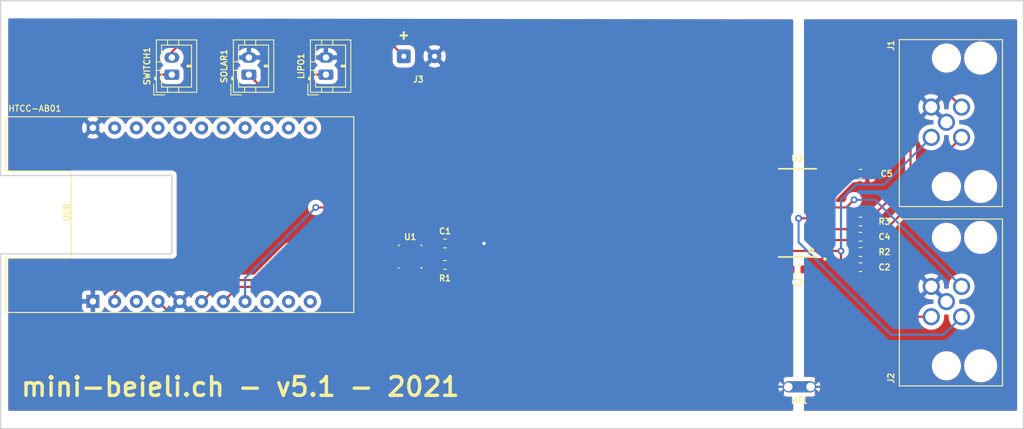
<source format=kicad_pcb>
(kicad_pcb (version 20171130) (host pcbnew 5.1.8-5.fc33)

  (general
    (thickness 1.6)
    (drawings 10)
    (tracks 131)
    (zones 0)
    (modules 18)
    (nets 19)
  )

  (page A4)
  (layers
    (0 F.Cu signal)
    (31 B.Cu signal)
    (32 B.Adhes user)
    (33 F.Adhes user)
    (34 B.Paste user)
    (35 F.Paste user)
    (36 B.SilkS user)
    (37 F.SilkS user)
    (38 B.Mask user)
    (39 F.Mask user)
    (40 Dwgs.User user)
    (41 Cmts.User user)
    (42 Eco1.User user)
    (43 Eco2.User user)
    (44 Edge.Cuts user)
    (45 Margin user)
    (46 B.CrtYd user)
    (47 F.CrtYd user)
    (48 B.Fab user)
    (49 F.Fab user)
  )

  (setup
    (last_trace_width 0.25)
    (trace_clearance 0.2)
    (zone_clearance 0.508)
    (zone_45_only no)
    (trace_min 0.2)
    (via_size 0.8)
    (via_drill 0.4)
    (via_min_size 0.4)
    (via_min_drill 0.3)
    (uvia_size 0.3)
    (uvia_drill 0.1)
    (uvias_allowed no)
    (uvia_min_size 0.2)
    (uvia_min_drill 0.1)
    (edge_width 0.05)
    (segment_width 0.2)
    (pcb_text_width 0.3)
    (pcb_text_size 1.5 1.5)
    (mod_edge_width 0.12)
    (mod_text_size 1 1)
    (mod_text_width 0.15)
    (pad_size 1.524 1.524)
    (pad_drill 0.762)
    (pad_to_mask_clearance 0.05)
    (aux_axis_origin 40 82.355)
    (grid_origin 40 82.355)
    (visible_elements FFFFFF7F)
    (pcbplotparams
      (layerselection 0x010f0_ffffffff)
      (usegerberextensions true)
      (usegerberattributes false)
      (usegerberadvancedattributes false)
      (creategerberjobfile false)
      (excludeedgelayer true)
      (linewidth 0.100000)
      (plotframeref false)
      (viasonmask false)
      (mode 1)
      (useauxorigin false)
      (hpglpennumber 1)
      (hpglpenspeed 20)
      (hpglpendiameter 15.000000)
      (psnegative false)
      (psa4output false)
      (plotreference true)
      (plotvalue true)
      (plotinvisibletext false)
      (padsonsilk false)
      (subtractmaskfromsilk false)
      (outputformat 1)
      (mirror false)
      (drillshape 0)
      (scaleselection 1)
      (outputdirectory "../pcbway-5.1/gerber/"))
  )

  (net 0 "")
  (net 1 GND)
  (net 2 /AGND)
  (net 3 VS)
  (net 4 /A_GREEN)
  (net 5 /A_WHITE)
  (net 6 /B_GREEN)
  (net 7 /B_WHITE)
  (net 8 /SDA)
  (net 9 /SCL)
  (net 10 /VEXT)
  (net 11 /GPIO0)
  (net 12 /AB_RED)
  (net 13 "Net-(R1-Pad2)")
  (net 14 "Net-(C4-Pad2)")
  (net 15 "Net-(C4-Pad1)")
  (net 16 "Net-(C5-Pad1)")
  (net 17 "Net-(J3-Pad1)")
  (net 18 "Net-(LIPO1-Pad1)")

  (net_class Default "This is the default net class."
    (clearance 0.2)
    (trace_width 0.25)
    (via_dia 0.8)
    (via_drill 0.4)
    (uvia_dia 0.3)
    (uvia_drill 0.1)
    (add_net /AB_RED)
    (add_net /AGND)
    (add_net /A_GREEN)
    (add_net /A_WHITE)
    (add_net /B_GREEN)
    (add_net /B_WHITE)
    (add_net /GPIO0)
    (add_net /SCL)
    (add_net /SDA)
    (add_net /VEXT)
    (add_net GND)
    (add_net "Net-(C4-Pad1)")
    (add_net "Net-(C4-Pad2)")
    (add_net "Net-(C5-Pad1)")
    (add_net "Net-(J3-Pad1)")
    (add_net "Net-(LIPO1-Pad1)")
    (add_net "Net-(R1-Pad2)")
    (add_net VS)
  )

  (module Connector_JST:JST_PH_B2B-PH-K_1x02_P2.00mm_Vertical (layer F.Cu) (tedit 5B7745C2) (tstamp 5FE739CE)
    (at 60 41 90)
    (descr "JST PH series connector, B2B-PH-K (http://www.jst-mfg.com/product/pdf/eng/ePH.pdf), generated with kicad-footprint-generator")
    (tags "connector JST PH side entry")
    (path /5FE8083E)
    (fp_text reference SWITCH1 (at 1 -2.9 90) (layer F.SilkS)
      (effects (font (size 0.7 0.7) (thickness 0.15)))
    )
    (fp_text value Conn_01x02_Female (at 1 4 90) (layer F.Fab)
      (effects (font (size 1 1) (thickness 0.15)))
    )
    (fp_line (start -2.06 -1.81) (end -2.06 2.91) (layer F.SilkS) (width 0.12))
    (fp_line (start -2.06 2.91) (end 4.06 2.91) (layer F.SilkS) (width 0.12))
    (fp_line (start 4.06 2.91) (end 4.06 -1.81) (layer F.SilkS) (width 0.12))
    (fp_line (start 4.06 -1.81) (end -2.06 -1.81) (layer F.SilkS) (width 0.12))
    (fp_line (start -0.3 -1.81) (end -0.3 -2.01) (layer F.SilkS) (width 0.12))
    (fp_line (start -0.3 -2.01) (end -0.6 -2.01) (layer F.SilkS) (width 0.12))
    (fp_line (start -0.6 -2.01) (end -0.6 -1.81) (layer F.SilkS) (width 0.12))
    (fp_line (start -0.3 -1.91) (end -0.6 -1.91) (layer F.SilkS) (width 0.12))
    (fp_line (start 0.5 -1.81) (end 0.5 -1.2) (layer F.SilkS) (width 0.12))
    (fp_line (start 0.5 -1.2) (end -1.45 -1.2) (layer F.SilkS) (width 0.12))
    (fp_line (start -1.45 -1.2) (end -1.45 2.3) (layer F.SilkS) (width 0.12))
    (fp_line (start -1.45 2.3) (end 3.45 2.3) (layer F.SilkS) (width 0.12))
    (fp_line (start 3.45 2.3) (end 3.45 -1.2) (layer F.SilkS) (width 0.12))
    (fp_line (start 3.45 -1.2) (end 1.5 -1.2) (layer F.SilkS) (width 0.12))
    (fp_line (start 1.5 -1.2) (end 1.5 -1.81) (layer F.SilkS) (width 0.12))
    (fp_line (start -2.06 -0.5) (end -1.45 -0.5) (layer F.SilkS) (width 0.12))
    (fp_line (start -2.06 0.8) (end -1.45 0.8) (layer F.SilkS) (width 0.12))
    (fp_line (start 4.06 -0.5) (end 3.45 -0.5) (layer F.SilkS) (width 0.12))
    (fp_line (start 4.06 0.8) (end 3.45 0.8) (layer F.SilkS) (width 0.12))
    (fp_line (start 0.9 2.3) (end 0.9 1.8) (layer F.SilkS) (width 0.12))
    (fp_line (start 0.9 1.8) (end 1.1 1.8) (layer F.SilkS) (width 0.12))
    (fp_line (start 1.1 1.8) (end 1.1 2.3) (layer F.SilkS) (width 0.12))
    (fp_line (start 1 2.3) (end 1 1.8) (layer F.SilkS) (width 0.12))
    (fp_line (start -1.11 -2.11) (end -2.36 -2.11) (layer F.SilkS) (width 0.12))
    (fp_line (start -2.36 -2.11) (end -2.36 -0.86) (layer F.SilkS) (width 0.12))
    (fp_line (start -1.11 -2.11) (end -2.36 -2.11) (layer F.Fab) (width 0.1))
    (fp_line (start -2.36 -2.11) (end -2.36 -0.86) (layer F.Fab) (width 0.1))
    (fp_line (start -1.95 -1.7) (end -1.95 2.8) (layer F.Fab) (width 0.1))
    (fp_line (start -1.95 2.8) (end 3.95 2.8) (layer F.Fab) (width 0.1))
    (fp_line (start 3.95 2.8) (end 3.95 -1.7) (layer F.Fab) (width 0.1))
    (fp_line (start 3.95 -1.7) (end -1.95 -1.7) (layer F.Fab) (width 0.1))
    (fp_line (start -2.45 -2.2) (end -2.45 3.3) (layer F.CrtYd) (width 0.05))
    (fp_line (start -2.45 3.3) (end 4.45 3.3) (layer F.CrtYd) (width 0.05))
    (fp_line (start 4.45 3.3) (end 4.45 -2.2) (layer F.CrtYd) (width 0.05))
    (fp_line (start 4.45 -2.2) (end -2.45 -2.2) (layer F.CrtYd) (width 0.05))
    (fp_text user %R (at 1 1.5 90) (layer F.Fab)
      (effects (font (size 1 1) (thickness 0.15)))
    )
    (pad 2 thru_hole oval (at 2 0 90) (size 1.2 1.75) (drill 0.75) (layers *.Cu *.Mask)
      (net 18 "Net-(LIPO1-Pad1)"))
    (pad 1 thru_hole roundrect (at 0 0 90) (size 1.2 1.75) (drill 0.75) (layers *.Cu *.Mask) (roundrect_rratio 0.2083325)
      (net 17 "Net-(J3-Pad1)"))
    (model ${KISYS3DMOD}/Connector_JST.3dshapes/JST_PH_B2B-PH-K_1x02_P2.00mm_Vertical.wrl
      (at (xyz 0 0 0))
      (scale (xyz 1 1 1))
      (rotate (xyz 0 0 0))
    )
  )

  (module Connector_JST:JST_PH_B2B-PH-K_1x02_P2.00mm_Vertical (layer F.Cu) (tedit 5B7745C2) (tstamp 5FE738DC)
    (at 78 41 90)
    (descr "JST PH series connector, B2B-PH-K (http://www.jst-mfg.com/product/pdf/eng/ePH.pdf), generated with kicad-footprint-generator")
    (tags "connector JST PH side entry")
    (path /5FE8567F)
    (fp_text reference LIPO1 (at 1 -2.9 90) (layer F.SilkS)
      (effects (font (size 0.7 0.7) (thickness 0.15)))
    )
    (fp_text value Conn_01x02_Female (at 1 4 90) (layer F.Fab)
      (effects (font (size 1 1) (thickness 0.15)))
    )
    (fp_line (start -2.06 -1.81) (end -2.06 2.91) (layer F.SilkS) (width 0.12))
    (fp_line (start -2.06 2.91) (end 4.06 2.91) (layer F.SilkS) (width 0.12))
    (fp_line (start 4.06 2.91) (end 4.06 -1.81) (layer F.SilkS) (width 0.12))
    (fp_line (start 4.06 -1.81) (end -2.06 -1.81) (layer F.SilkS) (width 0.12))
    (fp_line (start -0.3 -1.81) (end -0.3 -2.01) (layer F.SilkS) (width 0.12))
    (fp_line (start -0.3 -2.01) (end -0.6 -2.01) (layer F.SilkS) (width 0.12))
    (fp_line (start -0.6 -2.01) (end -0.6 -1.81) (layer F.SilkS) (width 0.12))
    (fp_line (start -0.3 -1.91) (end -0.6 -1.91) (layer F.SilkS) (width 0.12))
    (fp_line (start 0.5 -1.81) (end 0.5 -1.2) (layer F.SilkS) (width 0.12))
    (fp_line (start 0.5 -1.2) (end -1.45 -1.2) (layer F.SilkS) (width 0.12))
    (fp_line (start -1.45 -1.2) (end -1.45 2.3) (layer F.SilkS) (width 0.12))
    (fp_line (start -1.45 2.3) (end 3.45 2.3) (layer F.SilkS) (width 0.12))
    (fp_line (start 3.45 2.3) (end 3.45 -1.2) (layer F.SilkS) (width 0.12))
    (fp_line (start 3.45 -1.2) (end 1.5 -1.2) (layer F.SilkS) (width 0.12))
    (fp_line (start 1.5 -1.2) (end 1.5 -1.81) (layer F.SilkS) (width 0.12))
    (fp_line (start -2.06 -0.5) (end -1.45 -0.5) (layer F.SilkS) (width 0.12))
    (fp_line (start -2.06 0.8) (end -1.45 0.8) (layer F.SilkS) (width 0.12))
    (fp_line (start 4.06 -0.5) (end 3.45 -0.5) (layer F.SilkS) (width 0.12))
    (fp_line (start 4.06 0.8) (end 3.45 0.8) (layer F.SilkS) (width 0.12))
    (fp_line (start 0.9 2.3) (end 0.9 1.8) (layer F.SilkS) (width 0.12))
    (fp_line (start 0.9 1.8) (end 1.1 1.8) (layer F.SilkS) (width 0.12))
    (fp_line (start 1.1 1.8) (end 1.1 2.3) (layer F.SilkS) (width 0.12))
    (fp_line (start 1 2.3) (end 1 1.8) (layer F.SilkS) (width 0.12))
    (fp_line (start -1.11 -2.11) (end -2.36 -2.11) (layer F.SilkS) (width 0.12))
    (fp_line (start -2.36 -2.11) (end -2.36 -0.86) (layer F.SilkS) (width 0.12))
    (fp_line (start -1.11 -2.11) (end -2.36 -2.11) (layer F.Fab) (width 0.1))
    (fp_line (start -2.36 -2.11) (end -2.36 -0.86) (layer F.Fab) (width 0.1))
    (fp_line (start -1.95 -1.7) (end -1.95 2.8) (layer F.Fab) (width 0.1))
    (fp_line (start -1.95 2.8) (end 3.95 2.8) (layer F.Fab) (width 0.1))
    (fp_line (start 3.95 2.8) (end 3.95 -1.7) (layer F.Fab) (width 0.1))
    (fp_line (start 3.95 -1.7) (end -1.95 -1.7) (layer F.Fab) (width 0.1))
    (fp_line (start -2.45 -2.2) (end -2.45 3.3) (layer F.CrtYd) (width 0.05))
    (fp_line (start -2.45 3.3) (end 4.45 3.3) (layer F.CrtYd) (width 0.05))
    (fp_line (start 4.45 3.3) (end 4.45 -2.2) (layer F.CrtYd) (width 0.05))
    (fp_line (start 4.45 -2.2) (end -2.45 -2.2) (layer F.CrtYd) (width 0.05))
    (fp_text user %R (at 1 1.5 90) (layer F.Fab)
      (effects (font (size 1 1) (thickness 0.15)))
    )
    (pad 2 thru_hole oval (at 2 0 90) (size 1.2 1.75) (drill 0.75) (layers *.Cu *.Mask)
      (net 1 GND))
    (pad 1 thru_hole roundrect (at 0 0 90) (size 1.2 1.75) (drill 0.75) (layers *.Cu *.Mask) (roundrect_rratio 0.2083325)
      (net 18 "Net-(LIPO1-Pad1)"))
    (model ${KISYS3DMOD}/Connector_JST.3dshapes/JST_PH_B2B-PH-K_1x02_P2.00mm_Vertical.wrl
      (at (xyz 0 0 0))
      (scale (xyz 1 1 1))
      (rotate (xyz 0 0 0))
    )
  )

  (module Connector_Wire:SolderWire-0.1sqmm_1x02_P3.6mm_D0.4mm_OD1mm (layer F.Cu) (tedit 5EB70B42) (tstamp 5FE738B2)
    (at 87.1 38.855)
    (descr "Soldered wire connection, for 2 times 0.1 mm² wires, basic insulation, conductor diameter 0.4mm, outer diameter 1mm, size source Multi-Contact FLEXI-E 0.1 (https://ec.staubli.com/AcroFiles/Catalogues/TM_Cab-Main-11014119_(en)_hi.pdf), bend radius 3 times outer diameter, generated with kicad-footprint-generator")
    (tags "connector wire 0.1sqmm")
    (path /5FEA044E)
    (attr virtual)
    (fp_text reference J3 (at 1.7 2.7) (layer F.SilkS)
      (effects (font (size 0.7 0.7) (thickness 0.15)))
    )
    (fp_text value Conn_01x02 (at 1.8 2) (layer F.Fab)
      (effects (font (size 1 1) (thickness 0.15)))
    )
    (fp_line (start 4.9 -1.3) (end 2.3 -1.3) (layer F.CrtYd) (width 0.05))
    (fp_line (start 4.9 1.3) (end 4.9 -1.3) (layer F.CrtYd) (width 0.05))
    (fp_line (start 2.3 1.3) (end 4.9 1.3) (layer F.CrtYd) (width 0.05))
    (fp_line (start 2.3 -1.3) (end 2.3 1.3) (layer F.CrtYd) (width 0.05))
    (fp_line (start 1.3 -1.3) (end -1.3 -1.3) (layer F.CrtYd) (width 0.05))
    (fp_line (start 1.3 1.3) (end 1.3 -1.3) (layer F.CrtYd) (width 0.05))
    (fp_line (start -1.3 1.3) (end 1.3 1.3) (layer F.CrtYd) (width 0.05))
    (fp_line (start -1.3 -1.3) (end -1.3 1.3) (layer F.CrtYd) (width 0.05))
    (fp_circle (center 3.6 0) (end 4.1 0) (layer F.Fab) (width 0.1))
    (fp_circle (center 0 0) (end 0.5 0) (layer F.Fab) (width 0.1))
    (fp_text user %R (at 1.8 0 90) (layer F.Fab)
      (effects (font (size 0.65 0.65) (thickness 0.1)))
    )
    (pad 1 thru_hole roundrect (at 0 0) (size 1.6 1.6) (drill 0.6) (layers *.Cu *.Mask) (roundrect_rratio 0.15625)
      (net 17 "Net-(J3-Pad1)"))
    (pad 2 thru_hole circle (at 3.6 0) (size 1.6 1.6) (drill 0.6) (layers *.Cu *.Mask)
      (net 1 GND))
    (model ${KISYS3DMOD}/Connector_Wire.3dshapes/SolderWire-0.1sqmm_1x02_P3.6mm_D0.4mm_OD1mm.wrl
      (at (xyz 0 0 0))
      (scale (xyz 1 1 1))
      (rotate (xyz 0 0 0))
    )
  )

  (module SUPERCAP:HTCC-AB01 (layer F.Cu) (tedit 5F5271B4) (tstamp 5F52A954)
    (at 60.938 57.355 90)
    (descr HTCC-AB01)
    (tags HTCC-AB01)
    (path /5F6D2856)
    (attr virtual)
    (fp_text reference HTCC-AB01 (at 12.4 -16.938) (layer F.SilkS)
      (effects (font (size 0.7 0.7) (thickness 0.127)))
    )
    (fp_text value HTCC-AB01 (at 0 22.86 90) (layer F.SilkS) hide
      (effects (font (size 0.6096 0.6096) (thickness 0.127)))
    )
    (fp_line (start 11.43 -20.32) (end 5.08 -20.32) (layer F.SilkS) (width 0.127))
    (fp_line (start 11.43 -20.32) (end 5.08 -20.32) (layer Dwgs.User) (width 0.127))
    (fp_line (start 11.43 -20.32) (end 5.08 -20.32) (layer Dwgs.User) (width 0.127))
    (fp_line (start -5.08 -12.7) (end -5.08 -20.32) (layer F.SilkS) (width 0.127))
    (fp_line (start -11.43 -20.32) (end -11.43 20.32) (layer F.SilkS) (width 0.127))
    (fp_line (start 5.08 -12.7) (end -5.08 -12.7) (layer F.SilkS) (width 0.127))
    (fp_line (start 5.08 -20.32) (end 5.08 -12.7) (layer F.SilkS) (width 0.127))
    (fp_line (start -5.08 -20.32) (end -11.43 -20.32) (layer F.SilkS) (width 0.127))
    (fp_line (start 11.43 20.32) (end 11.43 -20.32) (layer F.SilkS) (width 0.127))
    (fp_line (start -11.43 20.32) (end 11.43 20.32) (layer F.SilkS) (width 0.127))
    (fp_line (start -5.08 -12.7) (end -5.08 -20.32) (layer Dwgs.User) (width 0.127))
    (fp_line (start -11.43 -20.32) (end -11.43 20.32) (layer Dwgs.User) (width 0.127))
    (fp_line (start -11.43 20.32) (end 11.43 20.32) (layer Dwgs.User) (width 0.127))
    (fp_line (start 11.43 20.32) (end 11.43 -20.32) (layer Dwgs.User) (width 0.127))
    (fp_line (start -5.08 -20.32) (end -11.43 -20.32) (layer Dwgs.User) (width 0.127))
    (fp_line (start 5.08 -20.32) (end 5.08 -12.7) (layer Dwgs.User) (width 0.127))
    (fp_line (start 5.08 -12.7) (end -5.08 -12.7) (layer Dwgs.User) (width 0.127))
    (fp_text user USB (at 0.254 -13.208 90) (layer F.SilkS)
      (effects (font (size 0.7 0.7) (thickness 0.1524)))
    )
    (pad 12 thru_hole circle (at 10.14 15.24 90) (size 1.524 1.524) (drill 0.762) (layers *.Cu *.Mask))
    (pad 13 thru_hole circle (at 10.14 12.7 90) (size 1.524 1.524) (drill 0.762) (layers *.Cu *.Mask))
    (pad 14 thru_hole circle (at 10.14 10.16 90) (size 1.524 1.524) (drill 0.762) (layers *.Cu *.Mask))
    (pad 15 thru_hole circle (at 10.14 7.62 90) (size 1.524 1.524) (drill 0.762) (layers *.Cu *.Mask))
    (pad 16 thru_hole circle (at 10.14 5.08 90) (size 1.524 1.524) (drill 0.762) (layers *.Cu *.Mask))
    (pad 17 thru_hole circle (at 10.14 2.54 90) (size 1.524 1.524) (drill 0.762) (layers *.Cu *.Mask))
    (pad 18 thru_hole circle (at 10.14 0 90) (size 1.524 1.524) (drill 0.762) (layers *.Cu *.Mask))
    (pad 19 thru_hole circle (at 10.14 -2.54 90) (size 1.524 1.524) (drill 0.762) (layers *.Cu *.Mask))
    (pad 20 thru_hole circle (at 10.14 -5.08 90) (size 1.524 1.524) (drill 0.762) (layers *.Cu *.Mask))
    (pad 21 thru_hole circle (at 10.14 -7.62 90) (size 1.524 1.524) (drill 0.762) (layers *.Cu *.Mask))
    (pad 22 thru_hole circle (at 10.14 -10.16 90) (size 1.524 1.524) (drill 0.762) (layers *.Cu *.Mask)
      (net 1 GND))
    (pad 11 thru_hole circle (at -10.16 15.24 90) (size 1.524 1.524) (drill 0.762) (layers *.Cu *.Mask))
    (pad 10 thru_hole circle (at -10.16 12.7 90) (size 1.524 1.524) (drill 0.762) (layers *.Cu *.Mask))
    (pad 9 thru_hole circle (at -10.16 10.16 90) (size 1.524 1.524) (drill 0.762) (layers *.Cu *.Mask))
    (pad 8 thru_hole circle (at -10.16 7.62 90) (size 1.524 1.524) (drill 0.762) (layers *.Cu *.Mask)
      (net 11 /GPIO0))
    (pad 7 thru_hole circle (at -10.16 5.08 90) (size 1.524 1.524) (drill 0.762) (layers *.Cu *.Mask)
      (net 8 /SDA))
    (pad 6 thru_hole circle (at -10.16 2.54 90) (size 1.524 1.524) (drill 0.762) (layers *.Cu *.Mask)
      (net 9 /SCL))
    (pad 5 thru_hole circle (at -10.16 0 90) (size 1.524 1.524) (drill 0.762) (layers *.Cu *.Mask)
      (net 1 GND))
    (pad 4 thru_hole circle (at -10.14 -2.54 90) (size 1.524 1.524) (drill 0.762) (layers *.Cu *.Mask)
      (net 10 /VEXT))
    (pad 3 thru_hole circle (at -10.14 -5.08 90) (size 1.524 1.524) (drill 0.762) (layers *.Cu *.Mask))
    (pad 2 thru_hole circle (at -10.14 -7.62 90) (size 1.524 1.524) (drill 0.762) (layers *.Cu *.Mask)
      (net 3 VS))
    (pad 1 thru_hole rect (at -10.14 -10.16 90) (size 1.524 1.524) (drill 0.762) (layers *.Cu *.Mask)
      (net 1 GND))
  )

  (module T4145015051-001:T4145015051-001 (layer F.Cu) (tedit 0) (tstamp 5F40EB68)
    (at 150.495 67.515 90)
    (path /602AD758)
    (fp_text reference J2 (at -8.939 -6.477 90) (layer F.SilkS)
      (effects (font (size 0.7 0.7) (thickness 0.15)))
    )
    (fp_text value T4145015051-001 (at -7.38206 7.25284 90) (layer F.SilkS) hide
      (effects (font (size 0.788591 0.788591) (thickness 0.05)))
    )
    (fp_line (start 9.65 6.55) (end -9.85 6.55) (layer F.SilkS) (width 0.127))
    (fp_line (start -9.85 6.55) (end -9.85 -5.5) (layer F.SilkS) (width 0.127))
    (fp_line (start -9.85 -5.5) (end 9.65 -5.5) (layer F.SilkS) (width 0.127))
    (fp_line (start 9.65 -5.5) (end 9.65 6.55) (layer F.SilkS) (width 0.127))
    (pad Hole np_thru_hole circle (at -7.5 4 90) (size 2.85 2.85) (drill 2.85) (layers *.Cu *.Mask F.SilkS))
    (pad Hole np_thru_hole circle (at -7.5 0 90) (size 2.4 2.4) (drill 2.4) (layers *.Cu *.Mask F.SilkS))
    (pad Hole np_thru_hole circle (at 7.5 4 90) (size 2.85 2.85) (drill 2.85) (layers *.Cu *.Mask F.SilkS))
    (pad Hole np_thru_hole circle (at 7.5 0 90) (size 2.4 2.4) (drill 2.4) (layers *.Cu *.Mask F.SilkS))
    (pad P$5 thru_hole circle (at 0 0 90) (size 2 2) (drill 1.4) (layers *.Cu *.Mask)
      (net 2 /AGND))
    (pad P$4 thru_hole circle (at 1.77 1.77 90) (size 2 2) (drill 1.4) (layers *.Cu *.Mask)
      (net 6 /B_GREEN))
    (pad P$3 thru_hole circle (at -1.77 1.77 90) (size 2 2) (drill 1.4) (layers *.Cu *.Mask)
      (net 7 /B_WHITE))
    (pad P$2 thru_hole circle (at 1.77 -1.77 90) (size 2 2) (drill 1.4) (layers *.Cu *.Mask)
      (net 2 /AGND))
    (pad P$1 thru_hole circle (at -1.77 -1.77 90) (size 2 2) (drill 1.4) (layers *.Cu *.Mask)
      (net 12 /AB_RED))
  )

  (module Package_LGA:Bosch_LGA-8_2.5x2.5mm_P0.65mm_ClockwisePinNumbering (layer F.Cu) (tedit 5A0FA816) (tstamp 5F4FFBE0)
    (at 87.852 62.246 90)
    (descr LGA-8)
    (tags "lga land grid array")
    (path /5F40DD10)
    (attr smd)
    (fp_text reference U1 (at 2.286 0) (layer F.SilkS)
      (effects (font (size 0.7 0.7) (thickness 0.15)))
    )
    (fp_text value BME280 (at 0.015 2.535 90) (layer F.Fab)
      (effects (font (size 1 1) (thickness 0.15)))
    )
    (fp_line (start 1.41 1.54) (end -1.41 1.54) (layer F.CrtYd) (width 0.05))
    (fp_line (start 1.41 -1.54) (end 1.41 1.54) (layer F.CrtYd) (width 0.05))
    (fp_line (start -1.41 -1.54) (end 1.41 -1.54) (layer F.CrtYd) (width 0.05))
    (fp_line (start -1.41 1.54) (end -1.41 -1.54) (layer F.CrtYd) (width 0.05))
    (fp_line (start 1.25 1.25) (end -1.25 1.25) (layer F.Fab) (width 0.1))
    (fp_line (start 1.25 -1.25) (end 1.25 1.25) (layer F.Fab) (width 0.1))
    (fp_line (start -0.5 -1.25) (end 1.25 -1.25) (layer F.Fab) (width 0.1))
    (fp_line (start -1.25 1.25) (end -1.25 -0.5) (layer F.Fab) (width 0.1))
    (fp_line (start -1.35 -1.2) (end -1.35 -1.45) (layer F.SilkS) (width 0.1))
    (fp_line (start 1.35 -1.35) (end 1.35 -1.2) (layer F.SilkS) (width 0.1))
    (fp_line (start 1.2 -1.35) (end 1.35 -1.35) (layer F.SilkS) (width 0.1))
    (fp_line (start 1.35 1.35) (end 1.2 1.35) (layer F.SilkS) (width 0.1))
    (fp_line (start 1.35 1.35) (end 1.35 1.2) (layer F.SilkS) (width 0.1))
    (fp_line (start -1.35 1.35) (end -1.35 1.2) (layer F.SilkS) (width 0.1))
    (fp_line (start -1.25 -0.5) (end -0.5 -1.25) (layer F.Fab) (width 0.1))
    (fp_line (start -1.35 1.36) (end -1.2 1.36) (layer F.SilkS) (width 0.1))
    (fp_text user %R (at 0 0 270) (layer F.Fab)
      (effects (font (size 0.5 0.5) (thickness 0.075)))
    )
    (pad 5 smd rect (at 0.975 1.025 180) (size 0.5 0.35) (layers F.Cu F.Paste F.Mask)
      (net 13 "Net-(R1-Pad2)"))
    (pad 6 smd rect (at 0.325 1.025 180) (size 0.5 0.35) (layers F.Cu F.Paste F.Mask)
      (net 10 /VEXT))
    (pad 7 smd rect (at -0.325 1.025 180) (size 0.5 0.35) (layers F.Cu F.Paste F.Mask)
      (net 1 GND))
    (pad 8 smd rect (at -0.975 1.025 180) (size 0.5 0.35) (layers F.Cu F.Paste F.Mask)
      (net 10 /VEXT))
    (pad 1 smd rect (at -0.975 -1.025 180) (size 0.5 0.35) (layers F.Cu F.Paste F.Mask)
      (net 1 GND))
    (pad 2 smd rect (at -0.325 -1.025 180) (size 0.5 0.35) (layers F.Cu F.Paste F.Mask)
      (net 10 /VEXT))
    (pad 3 smd rect (at 0.325 -1.025 180) (size 0.5 0.35) (layers F.Cu F.Paste F.Mask)
      (net 8 /SDA))
    (pad 4 smd rect (at 0.975 -1.025 180) (size 0.5 0.35) (layers F.Cu F.Paste F.Mask)
      (net 9 /SCL))
    (model ${KISYS3DMOD}/Package_LGA.3dshapes/Bosch_LGA-8_2.5x2.5mm_P0.65mm_ClockwisePinNumbering.wrl
      (offset (xyz 0.01500000025472259 -0.03500000059435272 0))
      (scale (xyz 1 1 1))
      (rotate (xyz 0 0 0))
    )
  )

  (module Resistor_SMD:R_0603_1608Metric (layer F.Cu) (tedit 5B301BBD) (tstamp 5F4FFADF)
    (at 91.916 63.232)
    (descr "Resistor SMD 0603 (1608 Metric), square (rectangular) end terminal, IPC_7351 nominal, (Body size source: http://www.tortai-tech.com/upload/download/2011102023233369053.pdf), generated with kicad-footprint-generator")
    (tags resistor)
    (path /5F6AF340)
    (attr smd)
    (fp_text reference R1 (at 0 1.554) (layer F.SilkS)
      (effects (font (size 0.7 0.7) (thickness 0.15)))
    )
    (fp_text value 10k (at 0 1.43) (layer F.Fab)
      (effects (font (size 1 1) (thickness 0.15)))
    )
    (fp_line (start 1.48 0.73) (end -1.48 0.73) (layer F.CrtYd) (width 0.05))
    (fp_line (start 1.48 -0.73) (end 1.48 0.73) (layer F.CrtYd) (width 0.05))
    (fp_line (start -1.48 -0.73) (end 1.48 -0.73) (layer F.CrtYd) (width 0.05))
    (fp_line (start -1.48 0.73) (end -1.48 -0.73) (layer F.CrtYd) (width 0.05))
    (fp_line (start -0.162779 0.51) (end 0.162779 0.51) (layer F.SilkS) (width 0.12))
    (fp_line (start -0.162779 -0.51) (end 0.162779 -0.51) (layer F.SilkS) (width 0.12))
    (fp_line (start 0.8 0.4) (end -0.8 0.4) (layer F.Fab) (width 0.1))
    (fp_line (start 0.8 -0.4) (end 0.8 0.4) (layer F.Fab) (width 0.1))
    (fp_line (start -0.8 -0.4) (end 0.8 -0.4) (layer F.Fab) (width 0.1))
    (fp_line (start -0.8 0.4) (end -0.8 -0.4) (layer F.Fab) (width 0.1))
    (fp_text user %R (at 0 0) (layer F.Fab)
      (effects (font (size 0.4 0.4) (thickness 0.06)))
    )
    (pad 2 smd roundrect (at 0.7875 0) (size 0.875 0.95) (layers F.Cu F.Paste F.Mask) (roundrect_rratio 0.25)
      (net 13 "Net-(R1-Pad2)"))
    (pad 1 smd roundrect (at -0.7875 0) (size 0.875 0.95) (layers F.Cu F.Paste F.Mask) (roundrect_rratio 0.25)
      (net 10 /VEXT))
    (model ${KISYS3DMOD}/Resistor_SMD.3dshapes/R_0603_1608Metric.wrl
      (at (xyz 0 0 0))
      (scale (xyz 1 1 1))
      (rotate (xyz 0 0 0))
    )
  )

  (module Capacitor_SMD:C_0603_1608Metric (layer F.Cu) (tedit 5B301BBE) (tstamp 5F4FF782)
    (at 91.916 60.722)
    (descr "Capacitor SMD 0603 (1608 Metric), square (rectangular) end terminal, IPC_7351 nominal, (Body size source: http://www.tortai-tech.com/upload/download/2011102023233369053.pdf), generated with kicad-footprint-generator")
    (tags capacitor)
    (path /5FD34EBD)
    (attr smd)
    (fp_text reference C1 (at 0 -1.43) (layer F.SilkS)
      (effects (font (size 0.7 0.7) (thickness 0.15)))
    )
    (fp_text value 0.1uF (at 0 1.43) (layer F.Fab)
      (effects (font (size 1 1) (thickness 0.15)))
    )
    (fp_line (start 1.48 0.73) (end -1.48 0.73) (layer F.CrtYd) (width 0.05))
    (fp_line (start 1.48 -0.73) (end 1.48 0.73) (layer F.CrtYd) (width 0.05))
    (fp_line (start -1.48 -0.73) (end 1.48 -0.73) (layer F.CrtYd) (width 0.05))
    (fp_line (start -1.48 0.73) (end -1.48 -0.73) (layer F.CrtYd) (width 0.05))
    (fp_line (start -0.162779 0.51) (end 0.162779 0.51) (layer F.SilkS) (width 0.12))
    (fp_line (start -0.162779 -0.51) (end 0.162779 -0.51) (layer F.SilkS) (width 0.12))
    (fp_line (start 0.8 0.4) (end -0.8 0.4) (layer F.Fab) (width 0.1))
    (fp_line (start 0.8 -0.4) (end 0.8 0.4) (layer F.Fab) (width 0.1))
    (fp_line (start -0.8 -0.4) (end 0.8 -0.4) (layer F.Fab) (width 0.1))
    (fp_line (start -0.8 0.4) (end -0.8 -0.4) (layer F.Fab) (width 0.1))
    (fp_text user %R (at 0 0) (layer F.Fab)
      (effects (font (size 0.4 0.4) (thickness 0.06)))
    )
    (pad 2 smd roundrect (at 0.7875 0) (size 0.875 0.95) (layers F.Cu F.Paste F.Mask) (roundrect_rratio 0.25)
      (net 1 GND))
    (pad 1 smd roundrect (at -0.7875 0) (size 0.875 0.95) (layers F.Cu F.Paste F.Mask) (roundrect_rratio 0.25)
      (net 10 /VEXT))
    (model ${KISYS3DMOD}/Capacitor_SMD.3dshapes/C_0603_1608Metric.wrl
      (at (xyz 0 0 0))
      (scale (xyz 1 1 1))
      (rotate (xyz 0 0 0))
    )
  )

  (module nau7802:SOIC127P700X210-16N (layer F.Cu) (tedit 5EA843BF) (tstamp 5F531CD1)
    (at 133.096 57.15 180)
    (path /5F41501D)
    (fp_text reference U2 (at 0 6.35) (layer F.SilkS)
      (effects (font (size 0.7 0.7) (thickness 0.15)))
    )
    (fp_text value NAU7802SOIC (at 0.254 7.874) (layer F.Fab)
      (effects (font (size 1 1) (thickness 0.015)))
    )
    (fp_line (start -2.2 -5.15) (end 2.2 -5.15) (layer F.SilkS) (width 0.2))
    (fp_line (start 2.2 -5.15) (end 2.2 5.15) (layer F.Fab) (width 0.2))
    (fp_line (start 2.2 5.15) (end -2.2 5.15) (layer F.SilkS) (width 0.2))
    (fp_line (start -2.2 5.15) (end -2.2 -5.15) (layer F.Fab) (width 0.2))
    (fp_circle (center -3.2 -5.4) (end -3.1 -5.4) (layer F.SilkS) (width 0.2))
    (fp_line (start -4.375 -5.5) (end 4.375 -5.5) (layer F.CrtYd) (width 0.05))
    (fp_line (start 4.375 -5.5) (end 4.375 5.5) (layer F.CrtYd) (width 0.05))
    (fp_line (start 4.375 5.5) (end -4.375 5.5) (layer F.CrtYd) (width 0.05))
    (fp_line (start -4.375 5.5) (end -4.375 -5.5) (layer F.CrtYd) (width 0.05))
    (fp_circle (center -1.6 -4.4) (end -1.4 -4.4) (layer F.SilkS) (width 0.3))
    (pad 1 smd rect (at -3.105 -4.445 180) (size 1.8 0.64) (layers F.Cu F.Paste F.Mask)
      (net 12 /AB_RED))
    (pad 2 smd rect (at -3.105 -3.175 180) (size 1.8 0.64) (layers F.Cu F.Paste F.Mask)
      (net 15 "Net-(C4-Pad1)"))
    (pad 3 smd rect (at -3.105 -1.905 180) (size 1.8 0.64) (layers F.Cu F.Paste F.Mask)
      (net 14 "Net-(C4-Pad2)"))
    (pad 4 smd rect (at -3.105 -0.635 180) (size 1.8 0.64) (layers F.Cu F.Paste F.Mask)
      (net 7 /B_WHITE))
    (pad 5 smd rect (at -3.105 0.635 180) (size 1.8 0.64) (layers F.Cu F.Paste F.Mask)
      (net 6 /B_GREEN))
    (pad 6 smd rect (at -3.105 1.905 180) (size 1.8 0.64) (layers F.Cu F.Paste F.Mask)
      (net 16 "Net-(C5-Pad1)"))
    (pad 7 smd rect (at -3.105 3.175 180) (size 1.8 0.64) (layers F.Cu F.Paste F.Mask)
      (net 2 /AGND))
    (pad 8 smd rect (at -3.105 4.445 180) (size 1.8 0.64) (layers F.Cu F.Paste F.Mask)
      (net 2 /AGND))
    (pad 9 smd rect (at 3.105 4.445 180) (size 1.8 0.64) (layers F.Cu F.Paste F.Mask)
      (net 1 GND))
    (pad 10 smd rect (at 3.105 3.175 180) (size 1.8 0.64) (layers F.Cu F.Paste F.Mask))
    (pad 11 smd rect (at 3.105 1.905 180) (size 1.8 0.64) (layers F.Cu F.Paste F.Mask))
    (pad 12 smd rect (at 3.105 0.635 180) (size 1.8 0.64) (layers F.Cu F.Paste F.Mask)
      (net 11 /GPIO0))
    (pad 13 smd rect (at 3.105 -0.635 180) (size 1.8 0.64) (layers F.Cu F.Paste F.Mask)
      (net 9 /SCL))
    (pad 14 smd rect (at 3.105 -1.905 180) (size 1.8 0.64) (layers F.Cu F.Paste F.Mask)
      (net 8 /SDA))
    (pad 15 smd rect (at 3.105 -3.175 180) (size 1.8 0.64) (layers F.Cu F.Paste F.Mask)
      (net 10 /VEXT))
    (pad 16 smd rect (at 3.105 -4.445 180) (size 1.8 0.64) (layers F.Cu F.Paste F.Mask)
      (net 12 /AB_RED))
  )

  (module Connector_JST:JST_PH_B2B-PH-K_1x02_P2.00mm_Vertical (layer F.Cu) (tedit 5B7745C2) (tstamp 5F40ED13)
    (at 69 41 90)
    (descr "JST PH series connector, B2B-PH-K (http://www.jst-mfg.com/product/pdf/eng/ePH.pdf), generated with kicad-footprint-generator")
    (tags "connector JST PH side entry")
    (path /5FC3F569)
    (fp_text reference SOLAR1 (at 1 -2.9 90) (layer F.SilkS)
      (effects (font (size 0.7 0.7) (thickness 0.15)))
    )
    (fp_text value Conn_01x02_Female (at 1 4 90) (layer F.Fab)
      (effects (font (size 1 1) (thickness 0.15)))
    )
    (fp_line (start 4.45 -2.2) (end -2.45 -2.2) (layer F.CrtYd) (width 0.05))
    (fp_line (start 4.45 3.3) (end 4.45 -2.2) (layer F.CrtYd) (width 0.05))
    (fp_line (start -2.45 3.3) (end 4.45 3.3) (layer F.CrtYd) (width 0.05))
    (fp_line (start -2.45 -2.2) (end -2.45 3.3) (layer F.CrtYd) (width 0.05))
    (fp_line (start 3.95 -1.7) (end -1.95 -1.7) (layer F.Fab) (width 0.1))
    (fp_line (start 3.95 2.8) (end 3.95 -1.7) (layer F.Fab) (width 0.1))
    (fp_line (start -1.95 2.8) (end 3.95 2.8) (layer F.Fab) (width 0.1))
    (fp_line (start -1.95 -1.7) (end -1.95 2.8) (layer F.Fab) (width 0.1))
    (fp_line (start -2.36 -2.11) (end -2.36 -0.86) (layer F.Fab) (width 0.1))
    (fp_line (start -1.11 -2.11) (end -2.36 -2.11) (layer F.Fab) (width 0.1))
    (fp_line (start -2.36 -2.11) (end -2.36 -0.86) (layer F.SilkS) (width 0.12))
    (fp_line (start -1.11 -2.11) (end -2.36 -2.11) (layer F.SilkS) (width 0.12))
    (fp_line (start 1 2.3) (end 1 1.8) (layer F.SilkS) (width 0.12))
    (fp_line (start 1.1 1.8) (end 1.1 2.3) (layer F.SilkS) (width 0.12))
    (fp_line (start 0.9 1.8) (end 1.1 1.8) (layer F.SilkS) (width 0.12))
    (fp_line (start 0.9 2.3) (end 0.9 1.8) (layer F.SilkS) (width 0.12))
    (fp_line (start 4.06 0.8) (end 3.45 0.8) (layer F.SilkS) (width 0.12))
    (fp_line (start 4.06 -0.5) (end 3.45 -0.5) (layer F.SilkS) (width 0.12))
    (fp_line (start -2.06 0.8) (end -1.45 0.8) (layer F.SilkS) (width 0.12))
    (fp_line (start -2.06 -0.5) (end -1.45 -0.5) (layer F.SilkS) (width 0.12))
    (fp_line (start 1.5 -1.2) (end 1.5 -1.81) (layer F.SilkS) (width 0.12))
    (fp_line (start 3.45 -1.2) (end 1.5 -1.2) (layer F.SilkS) (width 0.12))
    (fp_line (start 3.45 2.3) (end 3.45 -1.2) (layer F.SilkS) (width 0.12))
    (fp_line (start -1.45 2.3) (end 3.45 2.3) (layer F.SilkS) (width 0.12))
    (fp_line (start -1.45 -1.2) (end -1.45 2.3) (layer F.SilkS) (width 0.12))
    (fp_line (start 0.5 -1.2) (end -1.45 -1.2) (layer F.SilkS) (width 0.12))
    (fp_line (start 0.5 -1.81) (end 0.5 -1.2) (layer F.SilkS) (width 0.12))
    (fp_line (start -0.3 -1.91) (end -0.6 -1.91) (layer F.SilkS) (width 0.12))
    (fp_line (start -0.6 -2.01) (end -0.6 -1.81) (layer F.SilkS) (width 0.12))
    (fp_line (start -0.3 -2.01) (end -0.6 -2.01) (layer F.SilkS) (width 0.12))
    (fp_line (start -0.3 -1.81) (end -0.3 -2.01) (layer F.SilkS) (width 0.12))
    (fp_line (start 4.06 -1.81) (end -2.06 -1.81) (layer F.SilkS) (width 0.12))
    (fp_line (start 4.06 2.91) (end 4.06 -1.81) (layer F.SilkS) (width 0.12))
    (fp_line (start -2.06 2.91) (end 4.06 2.91) (layer F.SilkS) (width 0.12))
    (fp_line (start -2.06 -1.81) (end -2.06 2.91) (layer F.SilkS) (width 0.12))
    (fp_text user %R (at 1 1.5 90) (layer F.Fab)
      (effects (font (size 1 1) (thickness 0.15)))
    )
    (pad 2 thru_hole oval (at 2 0 90) (size 1.2 1.75) (drill 0.75) (layers *.Cu *.Mask)
      (net 1 GND))
    (pad 1 thru_hole roundrect (at 0 0 90) (size 1.2 1.75) (drill 0.75) (layers *.Cu *.Mask) (roundrect_rratio 0.2083325)
      (net 3 VS))
    (model ${KISYS3DMOD}/Connector_JST.3dshapes/JST_PH_B2B-PH-K_1x02_P2.00mm_Vertical.wrl
      (at (xyz 0 0 0))
      (scale (xyz 1 1 1))
      (rotate (xyz 0 0 0))
    )
  )

  (module Resistor_SMD:R_0603_1608Metric (layer F.Cu) (tedit 5B301BBD) (tstamp 5F49178F)
    (at 140.462 58.166)
    (descr "Resistor SMD 0603 (1608 Metric), square (rectangular) end terminal, IPC_7351 nominal, (Body size source: http://www.tortai-tech.com/upload/download/2011102023233369053.pdf), generated with kicad-footprint-generator")
    (tags resistor)
    (path /5F86CB81)
    (attr smd)
    (fp_text reference R3 (at 2.794 0) (layer F.SilkS)
      (effects (font (size 0.7 0.7) (thickness 0.15)))
    )
    (fp_text value 47 (at 0 1.43) (layer F.Fab)
      (effects (font (size 1 1) (thickness 0.15)))
    )
    (fp_line (start 1.48 0.73) (end -1.48 0.73) (layer F.CrtYd) (width 0.05))
    (fp_line (start 1.48 -0.73) (end 1.48 0.73) (layer F.CrtYd) (width 0.05))
    (fp_line (start -1.48 -0.73) (end 1.48 -0.73) (layer F.CrtYd) (width 0.05))
    (fp_line (start -1.48 0.73) (end -1.48 -0.73) (layer F.CrtYd) (width 0.05))
    (fp_line (start -0.162779 0.51) (end 0.162779 0.51) (layer F.SilkS) (width 0.12))
    (fp_line (start -0.162779 -0.51) (end 0.162779 -0.51) (layer F.SilkS) (width 0.12))
    (fp_line (start 0.8 0.4) (end -0.8 0.4) (layer F.Fab) (width 0.1))
    (fp_line (start 0.8 -0.4) (end 0.8 0.4) (layer F.Fab) (width 0.1))
    (fp_line (start -0.8 -0.4) (end 0.8 -0.4) (layer F.Fab) (width 0.1))
    (fp_line (start -0.8 0.4) (end -0.8 -0.4) (layer F.Fab) (width 0.1))
    (fp_text user %R (at 0 0) (layer F.Fab)
      (effects (font (size 0.4 0.4) (thickness 0.06)))
    )
    (pad 2 smd roundrect (at 0.7875 0) (size 0.875 0.95) (layers F.Cu F.Paste F.Mask) (roundrect_rratio 0.25)
      (net 4 /A_GREEN))
    (pad 1 smd roundrect (at -0.7875 0) (size 0.875 0.95) (layers F.Cu F.Paste F.Mask) (roundrect_rratio 0.25)
      (net 14 "Net-(C4-Pad2)"))
    (model ${KISYS3DMOD}/Resistor_SMD.3dshapes/R_0603_1608Metric.wrl
      (at (xyz 0 0 0))
      (scale (xyz 1 1 1))
      (rotate (xyz 0 0 0))
    )
  )

  (module Resistor_SMD:R_0603_1608Metric (layer F.Cu) (tedit 5B301BBD) (tstamp 5F40ECB6)
    (at 140.462 61.722)
    (descr "Resistor SMD 0603 (1608 Metric), square (rectangular) end terminal, IPC_7351 nominal, (Body size source: http://www.tortai-tech.com/upload/download/2011102023233369053.pdf), generated with kicad-footprint-generator")
    (tags resistor)
    (path /5F860866)
    (attr smd)
    (fp_text reference R2 (at 2.794 0) (layer F.SilkS)
      (effects (font (size 0.7 0.7) (thickness 0.15)))
    )
    (fp_text value 47 (at 0 1.43) (layer F.Fab)
      (effects (font (size 1 1) (thickness 0.15)))
    )
    (fp_line (start 1.48 0.73) (end -1.48 0.73) (layer F.CrtYd) (width 0.05))
    (fp_line (start 1.48 -0.73) (end 1.48 0.73) (layer F.CrtYd) (width 0.05))
    (fp_line (start -1.48 -0.73) (end 1.48 -0.73) (layer F.CrtYd) (width 0.05))
    (fp_line (start -1.48 0.73) (end -1.48 -0.73) (layer F.CrtYd) (width 0.05))
    (fp_line (start -0.162779 0.51) (end 0.162779 0.51) (layer F.SilkS) (width 0.12))
    (fp_line (start -0.162779 -0.51) (end 0.162779 -0.51) (layer F.SilkS) (width 0.12))
    (fp_line (start 0.8 0.4) (end -0.8 0.4) (layer F.Fab) (width 0.1))
    (fp_line (start 0.8 -0.4) (end 0.8 0.4) (layer F.Fab) (width 0.1))
    (fp_line (start -0.8 -0.4) (end 0.8 -0.4) (layer F.Fab) (width 0.1))
    (fp_line (start -0.8 0.4) (end -0.8 -0.4) (layer F.Fab) (width 0.1))
    (fp_text user %R (at 0 0) (layer F.Fab)
      (effects (font (size 0.4 0.4) (thickness 0.06)))
    )
    (pad 2 smd roundrect (at 0.7875 0) (size 0.875 0.95) (layers F.Cu F.Paste F.Mask) (roundrect_rratio 0.25)
      (net 5 /A_WHITE))
    (pad 1 smd roundrect (at -0.7875 0) (size 0.875 0.95) (layers F.Cu F.Paste F.Mask) (roundrect_rratio 0.25)
      (net 15 "Net-(C4-Pad1)"))
    (model ${KISYS3DMOD}/Resistor_SMD.3dshapes/R_0603_1608Metric.wrl
      (at (xyz 0 0 0))
      (scale (xyz 1 1 1))
      (rotate (xyz 0 0 0))
    )
  )

  (module NetTie:NetTie-2_THT_Pad1.0mm (layer F.Cu) (tedit 5A1CF824) (tstamp 5F48FD0A)
    (at 134.62 77.47 180)
    (descr "Net tie, 2 pin, 1.0mm round THT pads")
    (tags "net tie")
    (path /6045DF23)
    (attr virtual)
    (fp_text reference NT1 (at 1.3 -1.6) (layer F.SilkS)
      (effects (font (size 0.7 0.7) (thickness 0.15)))
    )
    (fp_text value Net-Tie_2 (at 1.3 1.6) (layer F.Fab)
      (effects (font (size 1 1) (thickness 0.15)))
    )
    (fp_line (start -0.9 -0.9) (end 3.5 -0.9) (layer F.CrtYd) (width 0.05))
    (fp_line (start 3.5 -0.9) (end 3.5 0.9) (layer F.CrtYd) (width 0.05))
    (fp_line (start 3.5 0.9) (end -0.9 0.9) (layer F.CrtYd) (width 0.05))
    (fp_line (start -0.9 0.9) (end -0.9 -0.9) (layer F.CrtYd) (width 0.05))
    (fp_poly (pts (xy 0 -0.65) (xy 2.6 -0.65) (xy 2.6 0.65) (xy 0 0.65)) (layer B.Cu) (width 0))
    (fp_poly (pts (xy 0 -0.65) (xy 2.6 -0.65) (xy 2.6 0.65) (xy 0 0.65)) (layer F.Cu) (width 0))
    (pad 2 thru_hole circle (at 2.6 0 180) (size 1.3 1.3) (drill 1) (layers *.Cu)
      (net 1 GND))
    (pad 1 thru_hole circle (at 0 0 180) (size 1.3 1.3) (drill 1) (layers *.Cu)
      (net 2 /AGND))
  )

  (module T4145015051-001:T4145015051-001 (layer F.Cu) (tedit 0) (tstamp 5F40EB57)
    (at 150.495 46.56 90)
    (path /601E2EC5)
    (fp_text reference J1 (at 8.968 -6.477 90) (layer F.SilkS)
      (effects (font (size 0.7 0.7) (thickness 0.15)))
    )
    (fp_text value T4145015051-001 (at -7.38206 7.25284 90) (layer F.SilkS) hide
      (effects (font (size 0.788591 0.788591) (thickness 0.05)))
    )
    (fp_line (start 9.65 6.55) (end -9.85 6.55) (layer F.SilkS) (width 0.127))
    (fp_line (start -9.85 6.55) (end -9.85 -5.5) (layer F.SilkS) (width 0.127))
    (fp_line (start -9.85 -5.5) (end 9.65 -5.5) (layer F.SilkS) (width 0.127))
    (fp_line (start 9.65 -5.5) (end 9.65 6.55) (layer F.SilkS) (width 0.127))
    (pad Hole np_thru_hole circle (at -7.5 4 90) (size 2.85 2.85) (drill 2.85) (layers *.Cu *.Mask F.SilkS))
    (pad Hole np_thru_hole circle (at -7.5 0 90) (size 2.4 2.4) (drill 2.4) (layers *.Cu *.Mask F.SilkS))
    (pad Hole np_thru_hole circle (at 7.5 4 90) (size 2.85 2.85) (drill 2.85) (layers *.Cu *.Mask F.SilkS))
    (pad Hole np_thru_hole circle (at 7.5 0 90) (size 2.4 2.4) (drill 2.4) (layers *.Cu *.Mask F.SilkS))
    (pad P$5 thru_hole circle (at 0 0 90) (size 2 2) (drill 1.4) (layers *.Cu *.Mask)
      (net 2 /AGND))
    (pad P$4 thru_hole circle (at 1.77 1.77 90) (size 2 2) (drill 1.4) (layers *.Cu *.Mask)
      (net 4 /A_GREEN))
    (pad P$3 thru_hole circle (at -1.77 1.77 90) (size 2 2) (drill 1.4) (layers *.Cu *.Mask)
      (net 5 /A_WHITE))
    (pad P$2 thru_hole circle (at 1.77 -1.77 90) (size 2 2) (drill 1.4) (layers *.Cu *.Mask)
      (net 2 /AGND))
    (pad P$1 thru_hole circle (at -1.77 -1.77 90) (size 2 2) (drill 1.4) (layers *.Cu *.Mask)
      (net 12 /AB_RED))
  )

  (module Capacitor_SMD:C_0603_1608Metric (layer F.Cu) (tedit 5B301BBE) (tstamp 5F4905FE)
    (at 140.462 52.578)
    (descr "Capacitor SMD 0603 (1608 Metric), square (rectangular) end terminal, IPC_7351 nominal, (Body size source: http://www.tortai-tech.com/upload/download/2011102023233369053.pdf), generated with kicad-footprint-generator")
    (tags capacitor)
    (path /5F720CB8)
    (attr smd)
    (fp_text reference C5 (at 3.048 0) (layer F.SilkS)
      (effects (font (size 0.7 0.7) (thickness 0.15)))
    )
    (fp_text value 0.1uF (at 0 1.43) (layer F.Fab)
      (effects (font (size 1 1) (thickness 0.15)))
    )
    (fp_line (start 1.48 0.73) (end -1.48 0.73) (layer F.CrtYd) (width 0.05))
    (fp_line (start 1.48 -0.73) (end 1.48 0.73) (layer F.CrtYd) (width 0.05))
    (fp_line (start -1.48 -0.73) (end 1.48 -0.73) (layer F.CrtYd) (width 0.05))
    (fp_line (start -1.48 0.73) (end -1.48 -0.73) (layer F.CrtYd) (width 0.05))
    (fp_line (start -0.162779 0.51) (end 0.162779 0.51) (layer F.SilkS) (width 0.12))
    (fp_line (start -0.162779 -0.51) (end 0.162779 -0.51) (layer F.SilkS) (width 0.12))
    (fp_line (start 0.8 0.4) (end -0.8 0.4) (layer F.Fab) (width 0.1))
    (fp_line (start 0.8 -0.4) (end 0.8 0.4) (layer F.Fab) (width 0.1))
    (fp_line (start -0.8 -0.4) (end 0.8 -0.4) (layer F.Fab) (width 0.1))
    (fp_line (start -0.8 0.4) (end -0.8 -0.4) (layer F.Fab) (width 0.1))
    (fp_text user %R (at 0 0) (layer F.Fab)
      (effects (font (size 0.4 0.4) (thickness 0.06)))
    )
    (pad 2 smd roundrect (at 0.7875 0) (size 0.875 0.95) (layers F.Cu F.Paste F.Mask) (roundrect_rratio 0.25)
      (net 2 /AGND))
    (pad 1 smd roundrect (at -0.7875 0) (size 0.875 0.95) (layers F.Cu F.Paste F.Mask) (roundrect_rratio 0.25)
      (net 16 "Net-(C5-Pad1)"))
    (model ${KISYS3DMOD}/Capacitor_SMD.3dshapes/C_0603_1608Metric.wrl
      (at (xyz 0 0 0))
      (scale (xyz 1 1 1))
      (rotate (xyz 0 0 0))
    )
  )

  (module Capacitor_SMD:C_0603_1608Metric (layer F.Cu) (tedit 5B301BBE) (tstamp 5F49097D)
    (at 140.462 59.944)
    (descr "Capacitor SMD 0603 (1608 Metric), square (rectangular) end terminal, IPC_7351 nominal, (Body size source: http://www.tortai-tech.com/upload/download/2011102023233369053.pdf), generated with kicad-footprint-generator")
    (tags capacitor)
    (path /5F78BFC8)
    (attr smd)
    (fp_text reference C4 (at 2.794 0) (layer F.SilkS)
      (effects (font (size 0.7 0.7) (thickness 0.15)))
    )
    (fp_text value 0.1uF (at 0 1.43) (layer F.Fab)
      (effects (font (size 1 1) (thickness 0.15)))
    )
    (fp_line (start 1.48 0.73) (end -1.48 0.73) (layer F.CrtYd) (width 0.05))
    (fp_line (start 1.48 -0.73) (end 1.48 0.73) (layer F.CrtYd) (width 0.05))
    (fp_line (start -1.48 -0.73) (end 1.48 -0.73) (layer F.CrtYd) (width 0.05))
    (fp_line (start -1.48 0.73) (end -1.48 -0.73) (layer F.CrtYd) (width 0.05))
    (fp_line (start -0.162779 0.51) (end 0.162779 0.51) (layer F.SilkS) (width 0.12))
    (fp_line (start -0.162779 -0.51) (end 0.162779 -0.51) (layer F.SilkS) (width 0.12))
    (fp_line (start 0.8 0.4) (end -0.8 0.4) (layer F.Fab) (width 0.1))
    (fp_line (start 0.8 -0.4) (end 0.8 0.4) (layer F.Fab) (width 0.1))
    (fp_line (start -0.8 -0.4) (end 0.8 -0.4) (layer F.Fab) (width 0.1))
    (fp_line (start -0.8 0.4) (end -0.8 -0.4) (layer F.Fab) (width 0.1))
    (fp_text user %R (at 0 0) (layer F.Fab)
      (effects (font (size 0.4 0.4) (thickness 0.06)))
    )
    (pad 2 smd roundrect (at 0.7875 0) (size 0.875 0.95) (layers F.Cu F.Paste F.Mask) (roundrect_rratio 0.25)
      (net 14 "Net-(C4-Pad2)"))
    (pad 1 smd roundrect (at -0.7875 0) (size 0.875 0.95) (layers F.Cu F.Paste F.Mask) (roundrect_rratio 0.25)
      (net 15 "Net-(C4-Pad1)"))
    (model ${KISYS3DMOD}/Capacitor_SMD.3dshapes/C_0603_1608Metric.wrl
      (at (xyz 0 0 0))
      (scale (xyz 1 1 1))
      (rotate (xyz 0 0 0))
    )
  )

  (module Capacitor_SMD:C_0603_1608Metric (layer F.Cu) (tedit 5B301BBE) (tstamp 5F492481)
    (at 133.096 63.754)
    (descr "Capacitor SMD 0603 (1608 Metric), square (rectangular) end terminal, IPC_7351 nominal, (Body size source: http://www.tortai-tech.com/upload/download/2011102023233369053.pdf), generated with kicad-footprint-generator")
    (tags capacitor)
    (path /5F7C8E30)
    (attr smd)
    (fp_text reference C3 (at 0 1.524) (layer F.SilkS)
      (effects (font (size 0.7 0.7) (thickness 0.15)))
    )
    (fp_text value 1uF (at 0 3.302) (layer F.Fab)
      (effects (font (size 1 1) (thickness 0.15)))
    )
    (fp_line (start 1.48 0.73) (end -1.48 0.73) (layer F.CrtYd) (width 0.05))
    (fp_line (start 1.48 -0.73) (end 1.48 0.73) (layer F.CrtYd) (width 0.05))
    (fp_line (start -1.48 -0.73) (end 1.48 -0.73) (layer F.CrtYd) (width 0.05))
    (fp_line (start -1.48 0.73) (end -1.48 -0.73) (layer F.CrtYd) (width 0.05))
    (fp_line (start -0.162779 0.51) (end 0.162779 0.51) (layer F.SilkS) (width 0.12))
    (fp_line (start -0.162779 -0.51) (end 0.162779 -0.51) (layer F.SilkS) (width 0.12))
    (fp_line (start 0.8 0.4) (end -0.8 0.4) (layer F.Fab) (width 0.1))
    (fp_line (start 0.8 -0.4) (end 0.8 0.4) (layer F.Fab) (width 0.1))
    (fp_line (start -0.8 -0.4) (end 0.8 -0.4) (layer F.Fab) (width 0.1))
    (fp_line (start -0.8 0.4) (end -0.8 -0.4) (layer F.Fab) (width 0.1))
    (fp_text user %R (at 0 0) (layer F.Fab)
      (effects (font (size 0.4 0.4) (thickness 0.06)))
    )
    (pad 2 smd roundrect (at 0.7875 0) (size 0.875 0.95) (layers F.Cu F.Paste F.Mask) (roundrect_rratio 0.25)
      (net 2 /AGND))
    (pad 1 smd roundrect (at -0.7875 0) (size 0.875 0.95) (layers F.Cu F.Paste F.Mask) (roundrect_rratio 0.25)
      (net 12 /AB_RED))
    (model ${KISYS3DMOD}/Capacitor_SMD.3dshapes/C_0603_1608Metric.wrl
      (at (xyz 0 0 0))
      (scale (xyz 1 1 1))
      (rotate (xyz 0 0 0))
    )
  )

  (module Capacitor_SMD:C_0603_1608Metric (layer F.Cu) (tedit 5B301BBE) (tstamp 5F40EA49)
    (at 140.462 63.5)
    (descr "Capacitor SMD 0603 (1608 Metric), square (rectangular) end terminal, IPC_7351 nominal, (Body size source: http://www.tortai-tech.com/upload/download/2011102023233369053.pdf), generated with kicad-footprint-generator")
    (tags capacitor)
    (path /5F853CE7)
    (attr smd)
    (fp_text reference C2 (at 2.794 0) (layer F.SilkS)
      (effects (font (size 0.7 0.7) (thickness 0.15)))
    )
    (fp_text value 0.1uF (at 0 1.43) (layer F.Fab)
      (effects (font (size 1 1) (thickness 0.15)))
    )
    (fp_line (start 1.48 0.73) (end -1.48 0.73) (layer F.CrtYd) (width 0.05))
    (fp_line (start 1.48 -0.73) (end 1.48 0.73) (layer F.CrtYd) (width 0.05))
    (fp_line (start -1.48 -0.73) (end 1.48 -0.73) (layer F.CrtYd) (width 0.05))
    (fp_line (start -1.48 0.73) (end -1.48 -0.73) (layer F.CrtYd) (width 0.05))
    (fp_line (start -0.162779 0.51) (end 0.162779 0.51) (layer F.SilkS) (width 0.12))
    (fp_line (start -0.162779 -0.51) (end 0.162779 -0.51) (layer F.SilkS) (width 0.12))
    (fp_line (start 0.8 0.4) (end -0.8 0.4) (layer F.Fab) (width 0.1))
    (fp_line (start 0.8 -0.4) (end 0.8 0.4) (layer F.Fab) (width 0.1))
    (fp_line (start -0.8 -0.4) (end 0.8 -0.4) (layer F.Fab) (width 0.1))
    (fp_line (start -0.8 0.4) (end -0.8 -0.4) (layer F.Fab) (width 0.1))
    (fp_text user %R (at 0 0) (layer F.Fab)
      (effects (font (size 0.4 0.4) (thickness 0.06)))
    )
    (pad 2 smd roundrect (at 0.7875 0) (size 0.875 0.95) (layers F.Cu F.Paste F.Mask) (roundrect_rratio 0.25)
      (net 2 /AGND))
    (pad 1 smd roundrect (at -0.7875 0) (size 0.875 0.95) (layers F.Cu F.Paste F.Mask) (roundrect_rratio 0.25)
      (net 12 /AB_RED))
    (model ${KISYS3DMOD}/Capacitor_SMD.3dshapes/C_0603_1608Metric.wrl
      (at (xyz 0 0 0))
      (scale (xyz 1 1 1))
      (rotate (xyz 0 0 0))
    )
  )

  (gr_text + (at 87.1 36.355) (layer F.SilkS)
    (effects (font (size 1 1) (thickness 0.25)))
  )
  (gr_text "mini-beieli.ch - v5.1 - 2021" (at 68 77.47) (layer F.SilkS) (tstamp 5F538405)
    (effects (font (size 2.2 2.2) (thickness 0.4)))
  )
  (gr_line (start 60 61.927) (end 60 52.783) (layer Edge.Cuts) (width 0.15) (tstamp 5F53BBDC))
  (gr_line (start 40 61.927) (end 60 61.927) (layer Edge.Cuts) (width 0.15) (tstamp 5F53BBD2))
  (gr_line (start 40 52.783) (end 60 52.783) (layer Edge.Cuts) (width 0.15) (tstamp 5F53BBC4))
  (gr_line (start 40 52.783) (end 40 32.355) (layer Edge.Cuts) (width 0.15) (tstamp 5F53BBB4))
  (gr_line (start 40 82.355) (end 40 61.927) (layer Edge.Cuts) (width 0.15) (tstamp 5F48EBD2))
  (gr_line (start 159.5 82.355) (end 40 82.355) (layer Edge.Cuts) (width 0.15))
  (gr_line (start 159.5 32.355) (end 159.5 82.355) (layer Edge.Cuts) (width 0.15))
  (gr_line (start 40 32.355) (end 159.5 32.355) (layer Edge.Cuts) (width 0.15))

  (segment (start 132.02 77.47) (end 129.54 77.47) (width 0.25) (layer F.Cu) (net 1))
  (segment (start 132.02 77.47) (end 129.54 77.47) (width 0.25) (layer B.Cu) (net 1))
  (segment (start 87.880588 63.221) (end 88.530588 62.571) (width 0.25) (layer F.Cu) (net 1))
  (segment (start 88.530588 62.571) (end 88.877 62.571) (width 0.25) (layer F.Cu) (net 1))
  (segment (start 86.827 63.221) (end 87.880588 63.221) (width 0.25) (layer F.Cu) (net 1))
  (segment (start 92.7035 60.722) (end 96.478 60.722) (width 0.25) (layer F.Cu) (net 1))
  (segment (start 96.478 60.722) (end 96.622 60.722) (width 0.25) (layer F.Cu) (net 1) (tstamp 5FE5012A))
  (via (at 96.478 60.722) (size 0.8) (drill 0.4) (layers F.Cu B.Cu) (net 1))
  (segment (start 134.62 77.47) (end 137.668 77.47) (width 0.25) (layer F.Cu) (net 2))
  (segment (start 134.62 77.47) (end 137.668 77.47) (width 0.25) (layer B.Cu) (net 2))
  (segment (start 53.318 66.582) (end 53.318 67.495) (width 0.25) (layer F.Cu) (net 3))
  (segment (start 66.4 64) (end 55.9 64) (width 0.25) (layer F.Cu) (net 3))
  (segment (start 78.9 51.5) (end 66.4 64) (width 0.25) (layer F.Cu) (net 3))
  (segment (start 78.9 45.955) (end 78.9 51.5) (width 0.25) (layer F.Cu) (net 3))
  (segment (start 55.9 64) (end 53.318 66.582) (width 0.25) (layer F.Cu) (net 3))
  (segment (start 77.3 44.355) (end 78.9 45.955) (width 0.25) (layer F.Cu) (net 3))
  (segment (start 72.355 44.355) (end 77.3 44.355) (width 0.25) (layer F.Cu) (net 3))
  (segment (start 69 41) (end 72.355 44.355) (width 0.25) (layer F.Cu) (net 3))
  (segment (start 141.2495 58.166) (end 146.304 53.1115) (width 0.25) (layer F.Cu) (net 4))
  (segment (start 146.304 53.1115) (end 146.304 43.942) (width 0.25) (layer F.Cu) (net 4))
  (segment (start 146.304 43.942) (end 147.828 42.418) (width 0.25) (layer F.Cu) (net 4))
  (segment (start 149.893 42.418) (end 152.265 44.79) (width 0.25) (layer F.Cu) (net 4))
  (segment (start 147.828 42.418) (end 149.893 42.418) (width 0.25) (layer F.Cu) (net 4))
  (segment (start 141.2495 61.247) (end 148.082 54.4145) (width 0.25) (layer F.Cu) (net 5))
  (segment (start 141.2495 61.722) (end 141.2495 61.247) (width 0.25) (layer F.Cu) (net 5))
  (segment (start 148.082 52.513) (end 152.265 48.33) (width 0.25) (layer F.Cu) (net 5))
  (segment (start 148.082 54.4145) (end 148.082 52.513) (width 0.25) (layer F.Cu) (net 5))
  (segment (start 152.265 65.745) (end 142.146 55.626) (width 0.25) (layer B.Cu) (net 6))
  (segment (start 142.146 55.626) (end 139.7 55.626) (width 0.25) (layer B.Cu) (net 6))
  (segment (start 139.7 55.626) (end 139.7 55.626) (width 0.25) (layer B.Cu) (net 6) (tstamp 5F52F71C))
  (via (at 139.7 55.626) (size 0.8) (drill 0.4) (layers F.Cu B.Cu) (net 6))
  (segment (start 138.811 56.515) (end 136.201 56.515) (width 0.25) (layer F.Cu) (net 6))
  (segment (start 139.7 55.626) (end 138.811 56.515) (width 0.25) (layer F.Cu) (net 6))
  (segment (start 152.265 69.731) (end 152.265 69.285) (width 0.25) (layer F.Cu) (net 7))
  (segment (start 136.201 57.785) (end 133.223 57.785) (width 0.25) (layer F.Cu) (net 7))
  (segment (start 133.223 57.785) (end 133.223 57.785) (width 0.25) (layer F.Cu) (net 7) (tstamp 5F52F6A8))
  (via (at 133.223 57.785) (size 0.8) (drill 0.4) (layers F.Cu B.Cu) (net 7))
  (segment (start 133.223 57.785) (end 133.223 57.785) (width 0.25) (layer F.Cu) (net 7) (tstamp 5F52F6AA))
  (via (at 133.223 57.785) (size 0.8) (drill 0.4) (layers F.Cu B.Cu) (net 7))
  (segment (start 133.223 57.785) (end 133.223 60.579) (width 0.25) (layer B.Cu) (net 7))
  (segment (start 133.223 60.579) (end 144.018 71.374) (width 0.25) (layer B.Cu) (net 7))
  (segment (start 150.176 71.374) (end 152.265 69.285) (width 0.25) (layer B.Cu) (net 7))
  (segment (start 144.018 71.374) (end 150.176 71.374) (width 0.25) (layer B.Cu) (net 7))
  (segment (start 66.018 67.515) (end 67.733 65.8) (width 0.25) (layer F.Cu) (net 8))
  (segment (start 67.733 65.8) (end 71.1 65.8) (width 0.25) (layer F.Cu) (net 8))
  (segment (start 74.979 61.921) (end 86.827 61.921) (width 0.25) (layer F.Cu) (net 8))
  (segment (start 71.1 65.8) (end 74.979 61.921) (width 0.25) (layer F.Cu) (net 8))
  (segment (start 89.245 59.055) (end 129.991 59.055) (width 0.25) (layer F.Cu) (net 8))
  (segment (start 87.402001 60.897999) (end 89.245 59.055) (width 0.25) (layer F.Cu) (net 8))
  (segment (start 87.402001 61.706001) (end 87.402001 60.897999) (width 0.25) (layer F.Cu) (net 8))
  (segment (start 86.827 61.771001) (end 87.337001 61.771001) (width 0.25) (layer F.Cu) (net 8))
  (segment (start 87.337001 61.771001) (end 87.402001 61.706001) (width 0.25) (layer F.Cu) (net 8))
  (segment (start 86.827 61.921) (end 86.827 61.771001) (width 0.25) (layer F.Cu) (net 8))
  (segment (start 63.52141 67.515) (end 66.03641 65) (width 0.25) (layer F.Cu) (net 9))
  (segment (start 63.478 67.515) (end 63.52141 67.515) (width 0.25) (layer F.Cu) (net 9))
  (segment (start 66.03641 65) (end 69.9 65) (width 0.25) (layer F.Cu) (net 9))
  (segment (start 73.629 61.271) (end 86.827 61.271) (width 0.25) (layer F.Cu) (net 9))
  (segment (start 69.9 65) (end 73.629 61.271) (width 0.25) (layer F.Cu) (net 9))
  (segment (start 86.827 61.271) (end 86.827 60.173) (width 0.25) (layer F.Cu) (net 9))
  (segment (start 89.215 57.785) (end 129.991 57.785) (width 0.25) (layer F.Cu) (net 9))
  (segment (start 86.827 60.173) (end 89.215 57.785) (width 0.25) (layer F.Cu) (net 9))
  (segment (start 87.977 61.921) (end 88.877 61.921) (width 0.25) (layer F.Cu) (net 10))
  (segment (start 87.327 62.571) (end 87.977 61.921) (width 0.25) (layer F.Cu) (net 10))
  (segment (start 86.827 62.571) (end 87.327 62.571) (width 0.25) (layer F.Cu) (net 10))
  (segment (start 91.1175 63.221) (end 91.1285 63.232) (width 0.25) (layer F.Cu) (net 10))
  (segment (start 88.877 63.221) (end 91.1175 63.221) (width 0.25) (layer F.Cu) (net 10))
  (segment (start 91.154 63.2575) (end 91.1285 63.232) (width 0.25) (layer F.Cu) (net 10))
  (segment (start 89.8175 61.921) (end 91.1285 63.232) (width 0.25) (layer F.Cu) (net 10))
  (segment (start 88.877 61.921) (end 89.8175 61.921) (width 0.25) (layer F.Cu) (net 10))
  (segment (start 88.516998 61.921) (end 88.877 61.921) (width 0.25) (layer F.Cu) (net 10))
  (segment (start 58.398 67.495) (end 60.603 69.7) (width 0.25) (layer F.Cu) (net 10))
  (segment (start 86.466998 62.571) (end 86.827 62.571) (width 0.25) (layer F.Cu) (net 10))
  (segment (start 79.337998 69.7) (end 86.466998 62.571) (width 0.25) (layer F.Cu) (net 10))
  (segment (start 60.603 69.7) (end 79.337998 69.7) (width 0.25) (layer F.Cu) (net 10))
  (segment (start 88.415998 60.722) (end 91.1285 60.722) (width 0.25) (layer F.Cu) (net 10))
  (segment (start 87.977 61.160998) (end 88.415998 60.722) (width 0.25) (layer F.Cu) (net 10))
  (segment (start 87.977 61.921) (end 87.977 61.160998) (width 0.25) (layer F.Cu) (net 10))
  (segment (start 128.841 60.325) (end 129.991 60.325) (width 0.25) (layer F.Cu) (net 10))
  (segment (start 124.166 65) (end 128.841 60.325) (width 0.25) (layer F.Cu) (net 10))
  (segment (start 92.9 65) (end 124.166 65) (width 0.25) (layer F.Cu) (net 10))
  (segment (start 91.93201 64.03201) (end 92.9 65) (width 0.25) (layer F.Cu) (net 10))
  (segment (start 91.92851 64.03201) (end 91.93201 64.03201) (width 0.25) (layer F.Cu) (net 10))
  (segment (start 91.1285 63.232) (end 91.92851 64.03201) (width 0.25) (layer F.Cu) (net 10))
  (segment (start 129.991 56.515) (end 76.815 56.515) (width 0.25) (layer F.Cu) (net 11))
  (segment (start 76.815 56.515) (end 76.815 56.515) (width 0.25) (layer F.Cu) (net 11) (tstamp 5FE500D1))
  (via (at 76.815 56.515) (size 0.8) (drill 0.4) (layers F.Cu B.Cu) (net 11))
  (segment (start 68.558 64.772) (end 76.815 56.515) (width 0.25) (layer B.Cu) (net 11))
  (segment (start 68.558 67.515) (end 68.558 64.772) (width 0.25) (layer B.Cu) (net 11))
  (segment (start 137.7695 61.595) (end 137.78225 61.60775) (width 0.25) (layer F.Cu) (net 12))
  (segment (start 136.201 61.595) (end 137.7695 61.595) (width 0.25) (layer F.Cu) (net 12))
  (segment (start 129.991 61.595) (end 129.991 61.6905) (width 0.25) (layer F.Cu) (net 12))
  (segment (start 129.991 61.595) (end 129.991 62.173) (width 0.25) (layer F.Cu) (net 12))
  (segment (start 131.572 63.754) (end 132.3085 63.754) (width 0.25) (layer F.Cu) (net 12))
  (segment (start 129.991 62.173) (end 131.572 63.754) (width 0.25) (layer F.Cu) (net 12))
  (segment (start 129.991 61.595) (end 136.201 61.595) (width 0.25) (layer F.Cu) (net 12))
  (segment (start 139.6745 63.5) (end 139.6745 63.7285) (width 0.25) (layer F.Cu) (net 12))
  (segment (start 145.4595 69.285) (end 148.725 69.285) (width 0.25) (layer F.Cu) (net 12))
  (segment (start 139.6745 63.5) (end 145.4595 69.285) (width 0.25) (layer F.Cu) (net 12))
  (via (at 138.176 61.60775) (size 0.8) (drill 0.4) (layers F.Cu B.Cu) (net 12))
  (segment (start 143.207 53.848) (end 148.725 48.33) (width 0.25) (layer B.Cu) (net 12))
  (segment (start 139.954 53.848) (end 143.207 53.848) (width 0.25) (layer B.Cu) (net 12))
  (segment (start 138.176 55.626) (end 139.954 53.848) (width 0.25) (layer B.Cu) (net 12))
  (segment (start 138.176 61.60775) (end 138.176 55.626) (width 0.25) (layer B.Cu) (net 12))
  (segment (start 138.176 61.60775) (end 138.176 62.738) (width 0.25) (layer F.Cu) (net 12))
  (segment (start 138.938 63.5) (end 139.6745 63.5) (width 0.25) (layer F.Cu) (net 12))
  (segment (start 138.176 62.738) (end 138.938 63.5) (width 0.25) (layer F.Cu) (net 12))
  (segment (start 88.877 61.271) (end 90.179 61.271) (width 0.25) (layer F.Cu) (net 13))
  (segment (start 92.7035 63.232) (end 92.7035 62.7795) (width 0.25) (layer F.Cu) (net 13))
  (segment (start 92.7035 62.7795) (end 91.916 61.992) (width 0.25) (layer F.Cu) (net 13))
  (segment (start 90.9 61.992) (end 90.179 61.271) (width 0.25) (layer F.Cu) (net 13))
  (segment (start 91.916 61.992) (end 90.9 61.992) (width 0.25) (layer F.Cu) (net 13))
  (segment (start 139.6745 58.369) (end 141.2495 59.944) (width 0.25) (layer F.Cu) (net 14))
  (segment (start 139.6745 58.166) (end 139.6745 58.369) (width 0.25) (layer F.Cu) (net 14))
  (segment (start 138.7855 59.055) (end 139.6745 58.166) (width 0.25) (layer F.Cu) (net 14))
  (segment (start 136.201 59.055) (end 138.7855 59.055) (width 0.25) (layer F.Cu) (net 14))
  (segment (start 139.2935 60.325) (end 139.6745 59.944) (width 0.25) (layer F.Cu) (net 15))
  (segment (start 136.201 60.325) (end 139.2935 60.325) (width 0.25) (layer F.Cu) (net 15))
  (segment (start 139.6745 59.944) (end 139.6745 61.722) (width 0.25) (layer F.Cu) (net 15))
  (segment (start 137.0075 55.245) (end 139.6745 52.578) (width 0.25) (layer F.Cu) (net 16))
  (segment (start 136.201 55.245) (end 137.0075 55.245) (width 0.25) (layer F.Cu) (net 16))
  (segment (start 60 41) (end 58.445 41) (width 0.25) (layer F.Cu) (net 17))
  (segment (start 58.445 41) (end 58.1 40.655) (width 0.25) (layer F.Cu) (net 17))
  (segment (start 58.1 40.655) (end 58.1 37.955) (width 0.25) (layer F.Cu) (net 17))
  (segment (start 58.1 37.955) (end 60 36.055) (width 0.25) (layer F.Cu) (net 17))
  (segment (start 84.3 36.055) (end 87.1 38.855) (width 0.25) (layer F.Cu) (net 17))
  (segment (start 60 36.055) (end 84.3 36.055) (width 0.25) (layer F.Cu) (net 17))
  (segment (start 60 39) (end 60 38.355) (width 0.25) (layer F.Cu) (net 18))
  (segment (start 60 38.355) (end 60.8 37.555) (width 0.25) (layer F.Cu) (net 18))
  (segment (start 60.8 37.555) (end 73.1 37.555) (width 0.25) (layer F.Cu) (net 18))
  (segment (start 76.545 41) (end 78 41) (width 0.25) (layer F.Cu) (net 18))
  (segment (start 73.1 37.555) (end 76.545 41) (width 0.25) (layer F.Cu) (net 18))

  (zone (net 2) (net_name /AGND) (layer F.Cu) (tstamp 5FE76039) (hatch edge 0.508)
    (connect_pads (clearance 0.508))
    (min_thickness 0.254)
    (fill yes (arc_segments 32) (thermal_gap 0.508) (thermal_bridge_width 0.508))
    (polygon
      (pts
        (xy 158.75 80.264) (xy 133.858 80.264) (xy 133.858 34.544) (xy 158.75 34.544)
      )
    )
    (filled_polygon
      (pts
        (xy 158.623 80.137) (xy 133.985 80.137) (xy 133.985 78.755) (xy 134.594974 78.755) (xy 134.696455 78.758952)
        (xy 134.946449 78.71927) (xy 135.183896 78.631578) (xy 135.272534 78.584201) (xy 135.325922 78.355527) (xy 135.236619 78.266224)
        (xy 135.241124 78.252024) (xy 135.241373 78.249808) (xy 135.24203 78.247684) (xy 135.248276 78.188257) (xy 135.254938 78.128866)
        (xy 135.254968 78.124596) (xy 135.254985 78.124433) (xy 135.25497 78.12427) (xy 135.255 78.12) (xy 135.255 77.925395)
        (xy 135.505527 78.175922) (xy 135.734201 78.122534) (xy 135.840095 77.892626) (xy 135.899102 77.646476) (xy 135.908952 77.393545)
        (xy 135.86927 77.143551) (xy 135.781578 76.906104) (xy 135.734201 76.817466) (xy 135.505527 76.764078) (xy 135.255 77.014605)
        (xy 135.255 76.82) (xy 135.249166 76.760495) (xy 135.243752 76.701013) (xy 135.243125 76.698882) (xy 135.242907 76.696661)
        (xy 135.236142 76.674253) (xy 135.325922 76.584473) (xy 135.272534 76.355799) (xy 135.042626 76.249905) (xy 134.796476 76.190898)
        (xy 134.543545 76.181048) (xy 134.518648 76.185) (xy 133.985 76.185) (xy 133.985 74.834268) (xy 148.66 74.834268)
        (xy 148.66 75.195732) (xy 148.730518 75.55025) (xy 148.868844 75.884199) (xy 149.069662 76.184744) (xy 149.325256 76.440338)
        (xy 149.625801 76.641156) (xy 149.95975 76.779482) (xy 150.314268 76.85) (xy 150.675732 76.85) (xy 151.03025 76.779482)
        (xy 151.364199 76.641156) (xy 151.664744 76.440338) (xy 151.920338 76.184744) (xy 152.121156 75.884199) (xy 152.259482 75.55025)
        (xy 152.33 75.195732) (xy 152.33 74.834268) (xy 152.325593 74.812108) (xy 152.435 74.812108) (xy 152.435 75.217892)
        (xy 152.514165 75.61588) (xy 152.669452 75.990776) (xy 152.894894 76.328173) (xy 153.181827 76.615106) (xy 153.519224 76.840548)
        (xy 153.89412 76.995835) (xy 154.292108 77.075) (xy 154.697892 77.075) (xy 155.09588 76.995835) (xy 155.470776 76.840548)
        (xy 155.808173 76.615106) (xy 156.095106 76.328173) (xy 156.320548 75.990776) (xy 156.475835 75.61588) (xy 156.555 75.217892)
        (xy 156.555 74.812108) (xy 156.475835 74.41412) (xy 156.320548 74.039224) (xy 156.095106 73.701827) (xy 155.808173 73.414894)
        (xy 155.470776 73.189452) (xy 155.09588 73.034165) (xy 154.697892 72.955) (xy 154.292108 72.955) (xy 153.89412 73.034165)
        (xy 153.519224 73.189452) (xy 153.181827 73.414894) (xy 152.894894 73.701827) (xy 152.669452 74.039224) (xy 152.514165 74.41412)
        (xy 152.435 74.812108) (xy 152.325593 74.812108) (xy 152.259482 74.47975) (xy 152.121156 74.145801) (xy 151.920338 73.845256)
        (xy 151.664744 73.589662) (xy 151.364199 73.388844) (xy 151.03025 73.250518) (xy 150.675732 73.18) (xy 150.314268 73.18)
        (xy 149.95975 73.250518) (xy 149.625801 73.388844) (xy 149.325256 73.589662) (xy 149.069662 73.845256) (xy 148.868844 74.145801)
        (xy 148.730518 74.47975) (xy 148.66 74.834268) (xy 133.985 74.834268) (xy 133.985 64.864) (xy 134.010502 64.864)
        (xy 134.010502 64.705252) (xy 134.16925 64.864) (xy 134.321 64.867072) (xy 134.445482 64.854812) (xy 134.56518 64.818502)
        (xy 134.675494 64.759537) (xy 134.772185 64.680185) (xy 134.851537 64.583494) (xy 134.910502 64.47318) (xy 134.946812 64.353482)
        (xy 134.959072 64.229) (xy 134.956 64.03975) (xy 134.79725 63.881) (xy 134.0105 63.881) (xy 134.0105 63.901)
        (xy 133.985 63.901) (xy 133.985 63.607) (xy 134.0105 63.607) (xy 134.0105 63.627) (xy 134.79725 63.627)
        (xy 134.956 63.46825) (xy 134.959072 63.279) (xy 134.946812 63.154518) (xy 134.910502 63.03482) (xy 134.851537 62.924506)
        (xy 134.772185 62.827815) (xy 134.675494 62.748463) (xy 134.56518 62.689498) (xy 134.445482 62.653188) (xy 134.321 62.640928)
        (xy 134.16925 62.644) (xy 134.010502 62.802748) (xy 134.010502 62.644) (xy 133.985 62.644) (xy 133.985 62.355)
        (xy 134.840636 62.355) (xy 134.849815 62.366185) (xy 134.946506 62.445537) (xy 135.05682 62.504502) (xy 135.176518 62.540812)
        (xy 135.301 62.553072) (xy 137.101 62.553072) (xy 137.225482 62.540812) (xy 137.34518 62.504502) (xy 137.416001 62.466647)
        (xy 137.416001 62.700668) (xy 137.412324 62.738) (xy 137.426998 62.886985) (xy 137.470454 63.030246) (xy 137.541026 63.162276)
        (xy 137.607891 63.24375) (xy 137.636 63.278001) (xy 137.664998 63.301799) (xy 138.374201 64.011002) (xy 138.397999 64.040001)
        (xy 138.513724 64.134974) (xy 138.645753 64.205546) (xy 138.746465 64.236096) (xy 138.849885 64.362115) (xy 138.979725 64.468671)
        (xy 139.127858 64.54785) (xy 139.288592 64.596608) (xy 139.45575 64.613072) (xy 139.712771 64.613072) (xy 144.895705 69.796008)
        (xy 144.919499 69.825001) (xy 144.948492 69.848795) (xy 144.948496 69.848799) (xy 144.986497 69.879985) (xy 145.035224 69.919974)
        (xy 145.167253 69.990546) (xy 145.310514 70.034003) (xy 145.422167 70.045) (xy 145.422176 70.045) (xy 145.459499 70.048676)
        (xy 145.496822 70.045) (xy 147.270091 70.045) (xy 147.276082 70.059463) (xy 147.455013 70.327252) (xy 147.682748 70.554987)
        (xy 147.950537 70.733918) (xy 148.248088 70.857168) (xy 148.563967 70.92) (xy 148.886033 70.92) (xy 149.201912 70.857168)
        (xy 149.499463 70.733918) (xy 149.767252 70.554987) (xy 149.994987 70.327252) (xy 150.173918 70.059463) (xy 150.297168 69.761912)
        (xy 150.36 69.446033) (xy 150.36 69.144835) (xy 150.557595 69.156718) (xy 150.63 69.146789) (xy 150.63 69.446033)
        (xy 150.692832 69.761912) (xy 150.816082 70.059463) (xy 150.995013 70.327252) (xy 151.222748 70.554987) (xy 151.490537 70.733918)
        (xy 151.788088 70.857168) (xy 152.103967 70.92) (xy 152.426033 70.92) (xy 152.741912 70.857168) (xy 153.039463 70.733918)
        (xy 153.307252 70.554987) (xy 153.534987 70.327252) (xy 153.713918 70.059463) (xy 153.837168 69.761912) (xy 153.9 69.446033)
        (xy 153.9 69.123967) (xy 153.837168 68.808088) (xy 153.713918 68.510537) (xy 153.534987 68.242748) (xy 153.307252 68.015013)
        (xy 153.039463 67.836082) (xy 152.741912 67.712832) (xy 152.426033 67.65) (xy 152.124835 67.65) (xy 152.136718 67.452405)
        (xy 152.126789 67.38) (xy 152.426033 67.38) (xy 152.741912 67.317168) (xy 153.039463 67.193918) (xy 153.307252 67.014987)
        (xy 153.534987 66.787252) (xy 153.713918 66.519463) (xy 153.837168 66.221912) (xy 153.9 65.906033) (xy 153.9 65.583967)
        (xy 153.837168 65.268088) (xy 153.713918 64.970537) (xy 153.534987 64.702748) (xy 153.307252 64.475013) (xy 153.039463 64.296082)
        (xy 152.741912 64.172832) (xy 152.426033 64.11) (xy 152.103967 64.11) (xy 151.788088 64.172832) (xy 151.490537 64.296082)
        (xy 151.222748 64.475013) (xy 150.995013 64.702748) (xy 150.816082 64.970537) (xy 150.692832 65.268088) (xy 150.63 65.583967)
        (xy 150.63 65.885165) (xy 150.432405 65.873282) (xy 150.354597 65.883952) (xy 150.366718 65.682405) (xy 150.322961 65.363325)
        (xy 150.217795 65.058912) (xy 150.124814 64.884956) (xy 149.860413 64.789192) (xy 148.904605 65.745) (xy 150.495 67.335395)
        (xy 150.509143 67.321253) (xy 150.688748 67.500858) (xy 150.674605 67.515) (xy 150.688748 67.529143) (xy 150.509143 67.708748)
        (xy 150.495 67.694605) (xy 150.480858 67.708748) (xy 150.301253 67.529143) (xy 150.315395 67.515) (xy 148.725 65.924605)
        (xy 147.769192 66.880413) (xy 147.864956 67.144814) (xy 148.154571 67.285704) (xy 148.466108 67.367384) (xy 148.787595 67.386718)
        (xy 148.865403 67.376048) (xy 148.853282 67.577595) (xy 148.863211 67.65) (xy 148.563967 67.65) (xy 148.248088 67.712832)
        (xy 147.950537 67.836082) (xy 147.682748 68.015013) (xy 147.455013 68.242748) (xy 147.276082 68.510537) (xy 147.270091 68.525)
        (xy 145.774303 68.525) (xy 143.056897 65.807595) (xy 147.083282 65.807595) (xy 147.127039 66.126675) (xy 147.232205 66.431088)
        (xy 147.325186 66.605044) (xy 147.589587 66.700808) (xy 148.545395 65.745) (xy 147.589587 64.789192) (xy 147.325186 64.884956)
        (xy 147.184296 65.174571) (xy 147.102616 65.486108) (xy 147.083282 65.807595) (xy 143.056897 65.807595) (xy 141.858889 64.609587)
        (xy 147.769192 64.609587) (xy 148.725 65.565395) (xy 149.680808 64.609587) (xy 149.585044 64.345186) (xy 149.295429 64.204296)
        (xy 148.983892 64.122616) (xy 148.662405 64.103282) (xy 148.343325 64.147039) (xy 148.038912 64.252205) (xy 147.864956 64.345186)
        (xy 147.769192 64.609587) (xy 141.858889 64.609587) (xy 141.841122 64.591821) (xy 141.93118 64.564502) (xy 142.041494 64.505537)
        (xy 142.138185 64.426185) (xy 142.217537 64.329494) (xy 142.276502 64.21918) (xy 142.312812 64.099482) (xy 142.325072 63.975)
        (xy 142.322 63.78575) (xy 142.16325 63.627) (xy 141.3765 63.627) (xy 141.3765 63.647) (xy 141.1225 63.647)
        (xy 141.1225 63.627) (xy 141.1025 63.627) (xy 141.1025 63.373) (xy 141.1225 63.373) (xy 141.1225 63.353)
        (xy 141.3765 63.353) (xy 141.3765 63.373) (xy 142.16325 63.373) (xy 142.322 63.21425) (xy 142.325072 63.025)
        (xy 142.312812 62.900518) (xy 142.276502 62.78082) (xy 142.217537 62.670506) (xy 142.138185 62.573815) (xy 142.104951 62.546541)
        (xy 142.180671 62.454275) (xy 142.25985 62.306142) (xy 142.308608 62.145408) (xy 142.325072 61.97825) (xy 142.325072 61.46575)
        (xy 142.308608 61.298592) (xy 142.300253 61.271048) (xy 143.737033 59.834268) (xy 148.66 59.834268) (xy 148.66 60.195732)
        (xy 148.730518 60.55025) (xy 148.868844 60.884199) (xy 149.069662 61.184744) (xy 149.325256 61.440338) (xy 149.625801 61.641156)
        (xy 149.95975 61.779482) (xy 150.314268 61.85) (xy 150.675732 61.85) (xy 151.03025 61.779482) (xy 151.364199 61.641156)
        (xy 151.664744 61.440338) (xy 151.920338 61.184744) (xy 152.121156 60.884199) (xy 152.259482 60.55025) (xy 152.33 60.195732)
        (xy 152.33 59.834268) (xy 152.325593 59.812108) (xy 152.435 59.812108) (xy 152.435 60.217892) (xy 152.514165 60.61588)
        (xy 152.669452 60.990776) (xy 152.894894 61.328173) (xy 153.181827 61.615106) (xy 153.519224 61.840548) (xy 153.89412 61.995835)
        (xy 154.292108 62.075) (xy 154.697892 62.075) (xy 155.09588 61.995835) (xy 155.470776 61.840548) (xy 155.808173 61.615106)
        (xy 156.095106 61.328173) (xy 156.320548 60.990776) (xy 156.475835 60.61588) (xy 156.555 60.217892) (xy 156.555 59.812108)
        (xy 156.475835 59.41412) (xy 156.320548 59.039224) (xy 156.095106 58.701827) (xy 155.808173 58.414894) (xy 155.470776 58.189452)
        (xy 155.09588 58.034165) (xy 154.697892 57.955) (xy 154.292108 57.955) (xy 153.89412 58.034165) (xy 153.519224 58.189452)
        (xy 153.181827 58.414894) (xy 152.894894 58.701827) (xy 152.669452 59.039224) (xy 152.514165 59.41412) (xy 152.435 59.812108)
        (xy 152.325593 59.812108) (xy 152.259482 59.47975) (xy 152.121156 59.145801) (xy 151.920338 58.845256) (xy 151.664744 58.589662)
        (xy 151.364199 58.388844) (xy 151.03025 58.250518) (xy 150.675732 58.18) (xy 150.314268 58.18) (xy 149.95975 58.250518)
        (xy 149.625801 58.388844) (xy 149.325256 58.589662) (xy 149.069662 58.845256) (xy 148.868844 59.145801) (xy 148.730518 59.47975)
        (xy 148.66 59.834268) (xy 143.737033 59.834268) (xy 148.593004 54.978298) (xy 148.622001 54.954501) (xy 148.716974 54.838776)
        (xy 148.781436 54.718178) (xy 148.868844 54.929199) (xy 149.069662 55.229744) (xy 149.325256 55.485338) (xy 149.625801 55.686156)
        (xy 149.95975 55.824482) (xy 150.314268 55.895) (xy 150.675732 55.895) (xy 151.03025 55.824482) (xy 151.364199 55.686156)
        (xy 151.664744 55.485338) (xy 151.920338 55.229744) (xy 152.121156 54.929199) (xy 152.259482 54.59525) (xy 152.33 54.240732)
        (xy 152.33 53.879268) (xy 152.325593 53.857108) (xy 152.435 53.857108) (xy 152.435 54.262892) (xy 152.514165 54.66088)
        (xy 152.669452 55.035776) (xy 152.894894 55.373173) (xy 153.181827 55.660106) (xy 153.519224 55.885548) (xy 153.89412 56.040835)
        (xy 154.292108 56.12) (xy 154.697892 56.12) (xy 155.09588 56.040835) (xy 155.470776 55.885548) (xy 155.808173 55.660106)
        (xy 156.095106 55.373173) (xy 156.320548 55.035776) (xy 156.475835 54.66088) (xy 156.555 54.262892) (xy 156.555 53.857108)
        (xy 156.475835 53.45912) (xy 156.320548 53.084224) (xy 156.095106 52.746827) (xy 155.808173 52.459894) (xy 155.470776 52.234452)
        (xy 155.09588 52.079165) (xy 154.697892 52) (xy 154.292108 52) (xy 153.89412 52.079165) (xy 153.519224 52.234452)
        (xy 153.181827 52.459894) (xy 152.894894 52.746827) (xy 152.669452 53.084224) (xy 152.514165 53.45912) (xy 152.435 53.857108)
        (xy 152.325593 53.857108) (xy 152.259482 53.52475) (xy 152.121156 53.190801) (xy 151.920338 52.890256) (xy 151.664744 52.634662)
        (xy 151.364199 52.433844) (xy 151.03025 52.295518) (xy 150.675732 52.225) (xy 150.314268 52.225) (xy 149.95975 52.295518)
        (xy 149.625801 52.433844) (xy 149.325256 52.634662) (xy 149.069662 52.890256) (xy 148.868844 53.190801) (xy 148.842 53.255608)
        (xy 148.842 52.827801) (xy 151.773625 49.896177) (xy 151.788088 49.902168) (xy 152.103967 49.965) (xy 152.426033 49.965)
        (xy 152.741912 49.902168) (xy 153.039463 49.778918) (xy 153.307252 49.599987) (xy 153.534987 49.372252) (xy 153.713918 49.104463)
        (xy 153.837168 48.806912) (xy 153.9 48.491033) (xy 153.9 48.168967) (xy 153.837168 47.853088) (xy 153.713918 47.555537)
        (xy 153.534987 47.287748) (xy 153.307252 47.060013) (xy 153.039463 46.881082) (xy 152.741912 46.757832) (xy 152.426033 46.695)
        (xy 152.124835 46.695) (xy 152.136718 46.497405) (xy 152.126789 46.425) (xy 152.426033 46.425) (xy 152.741912 46.362168)
        (xy 153.039463 46.238918) (xy 153.307252 46.059987) (xy 153.534987 45.832252) (xy 153.713918 45.564463) (xy 153.837168 45.266912)
        (xy 153.9 44.951033) (xy 153.9 44.628967) (xy 153.837168 44.313088) (xy 153.713918 44.015537) (xy 153.534987 43.747748)
        (xy 153.307252 43.520013) (xy 153.039463 43.341082) (xy 152.741912 43.217832) (xy 152.426033 43.155) (xy 152.103967 43.155)
        (xy 151.788088 43.217832) (xy 151.773625 43.223823) (xy 150.456804 41.907003) (xy 150.433001 41.877999) (xy 150.317276 41.783026)
        (xy 150.185247 41.712454) (xy 150.041986 41.668997) (xy 149.930333 41.658) (xy 149.930322 41.658) (xy 149.893 41.654324)
        (xy 149.855678 41.658) (xy 147.865322 41.658) (xy 147.827999 41.654324) (xy 147.790676 41.658) (xy 147.790667 41.658)
        (xy 147.679014 41.668997) (xy 147.535753 41.712454) (xy 147.403724 41.783026) (xy 147.403722 41.783027) (xy 147.403723 41.783027)
        (xy 147.316996 41.854201) (xy 147.316992 41.854205) (xy 147.287999 41.877999) (xy 147.264205 41.906992) (xy 145.792998 43.378201)
        (xy 145.764 43.401999) (xy 145.740202 43.430997) (xy 145.740201 43.430998) (xy 145.669026 43.517724) (xy 145.598454 43.649754)
        (xy 145.554998 43.793015) (xy 145.540324 43.942) (xy 145.544001 43.979332) (xy 145.544 52.796697) (xy 141.287771 57.052928)
        (xy 141.03075 57.052928) (xy 140.863592 57.069392) (xy 140.702858 57.11815) (xy 140.554725 57.197329) (xy 140.462 57.273426)
        (xy 140.369275 57.197329) (xy 140.221142 57.11815) (xy 140.060408 57.069392) (xy 139.89325 57.052928) (xy 139.45575 57.052928)
        (xy 139.339585 57.064369) (xy 139.351001 57.055001) (xy 139.374803 57.025998) (xy 139.739801 56.661) (xy 139.801939 56.661)
        (xy 140.001898 56.621226) (xy 140.190256 56.543205) (xy 140.359774 56.429937) (xy 140.503937 56.285774) (xy 140.617205 56.116256)
        (xy 140.695226 55.927898) (xy 140.735 55.727939) (xy 140.735 55.524061) (xy 140.695226 55.324102) (xy 140.617205 55.135744)
        (xy 140.503937 54.966226) (xy 140.359774 54.822063) (xy 140.190256 54.708795) (xy 140.001898 54.630774) (xy 139.801939 54.591)
        (xy 139.598061 54.591) (xy 139.398102 54.630774) (xy 139.209744 54.708795) (xy 139.040226 54.822063) (xy 138.896063 54.966226)
        (xy 138.782795 55.135744) (xy 138.704774 55.324102) (xy 138.665 55.524061) (xy 138.665 55.586199) (xy 138.496199 55.755)
        (xy 137.706937 55.755) (xy 137.726812 55.689482) (xy 137.736534 55.590767) (xy 139.63623 53.691072) (xy 139.89325 53.691072)
        (xy 140.060408 53.674608) (xy 140.221142 53.62585) (xy 140.369275 53.546671) (xy 140.39093 53.5289) (xy 140.457506 53.583537)
        (xy 140.56782 53.642502) (xy 140.687518 53.678812) (xy 140.812 53.691072) (xy 140.96375 53.688) (xy 141.1225 53.52925)
        (xy 141.1225 52.705) (xy 141.3765 52.705) (xy 141.3765 53.52925) (xy 141.53525 53.688) (xy 141.687 53.691072)
        (xy 141.811482 53.678812) (xy 141.93118 53.642502) (xy 142.041494 53.583537) (xy 142.138185 53.504185) (xy 142.217537 53.407494)
        (xy 142.276502 53.29718) (xy 142.312812 53.177482) (xy 142.325072 53.053) (xy 142.322 52.86375) (xy 142.16325 52.705)
        (xy 141.3765 52.705) (xy 141.1225 52.705) (xy 141.1025 52.705) (xy 141.1025 52.451) (xy 141.1225 52.451)
        (xy 141.1225 51.62675) (xy 141.3765 51.62675) (xy 141.3765 52.451) (xy 142.16325 52.451) (xy 142.322 52.29225)
        (xy 142.325072 52.103) (xy 142.312812 51.978518) (xy 142.276502 51.85882) (xy 142.217537 51.748506) (xy 142.138185 51.651815)
        (xy 142.041494 51.572463) (xy 141.93118 51.513498) (xy 141.811482 51.477188) (xy 141.687 51.464928) (xy 141.53525 51.468)
        (xy 141.3765 51.62675) (xy 141.1225 51.62675) (xy 140.96375 51.468) (xy 140.812 51.464928) (xy 140.687518 51.477188)
        (xy 140.56782 51.513498) (xy 140.457506 51.572463) (xy 140.39093 51.6271) (xy 140.369275 51.609329) (xy 140.221142 51.53015)
        (xy 140.060408 51.481392) (xy 139.89325 51.464928) (xy 139.45575 51.464928) (xy 139.288592 51.481392) (xy 139.127858 51.53015)
        (xy 138.979725 51.609329) (xy 138.849885 51.715885) (xy 138.743329 51.845725) (xy 138.66415 51.993858) (xy 138.615392 52.154592)
        (xy 138.598928 52.32175) (xy 138.598928 52.57877) (xy 137.708278 53.46942) (xy 137.690502 53.41082) (xy 137.652647 53.34)
        (xy 137.690502 53.26918) (xy 137.726812 53.149482) (xy 137.739072 53.025) (xy 137.736 52.99075) (xy 137.57725 52.832)
        (xy 136.328 52.832) (xy 136.328 53.848) (xy 136.348 53.848) (xy 136.348 54.102) (xy 136.328 54.102)
        (xy 136.328 54.122) (xy 136.074 54.122) (xy 136.074 54.102) (xy 134.82475 54.102) (xy 134.666 54.26075)
        (xy 134.662928 54.295) (xy 134.675188 54.419482) (xy 134.711498 54.53918) (xy 134.749353 54.61) (xy 134.711498 54.68082)
        (xy 134.675188 54.800518) (xy 134.662928 54.925) (xy 134.662928 55.565) (xy 134.675188 55.689482) (xy 134.711498 55.80918)
        (xy 134.749353 55.88) (xy 134.711498 55.95082) (xy 134.675188 56.070518) (xy 134.662928 56.195) (xy 134.662928 56.835)
        (xy 134.675188 56.959482) (xy 134.695063 57.025) (xy 133.985 57.025) (xy 133.985 53.025) (xy 134.662928 53.025)
        (xy 134.675188 53.149482) (xy 134.711498 53.26918) (xy 134.749353 53.34) (xy 134.711498 53.41082) (xy 134.675188 53.530518)
        (xy 134.662928 53.655) (xy 134.666 53.68925) (xy 134.82475 53.848) (xy 136.074 53.848) (xy 136.074 52.832)
        (xy 134.82475 52.832) (xy 134.666 52.99075) (xy 134.662928 53.025) (xy 133.985 53.025) (xy 133.985 52.385)
        (xy 134.662928 52.385) (xy 134.666 52.41925) (xy 134.82475 52.578) (xy 136.074 52.578) (xy 136.074 51.90875)
        (xy 136.328 51.90875) (xy 136.328 52.578) (xy 137.57725 52.578) (xy 137.736 52.41925) (xy 137.739072 52.385)
        (xy 137.726812 52.260518) (xy 137.690502 52.14082) (xy 137.631537 52.030506) (xy 137.552185 51.933815) (xy 137.455494 51.854463)
        (xy 137.34518 51.795498) (xy 137.225482 51.759188) (xy 137.101 51.746928) (xy 136.48675 51.75) (xy 136.328 51.90875)
        (xy 136.074 51.90875) (xy 135.91525 51.75) (xy 135.301 51.746928) (xy 135.176518 51.759188) (xy 135.05682 51.795498)
        (xy 134.946506 51.854463) (xy 134.849815 51.933815) (xy 134.770463 52.030506) (xy 134.711498 52.14082) (xy 134.675188 52.260518)
        (xy 134.662928 52.385) (xy 133.985 52.385) (xy 133.985 38.879268) (xy 148.66 38.879268) (xy 148.66 39.240732)
        (xy 148.730518 39.59525) (xy 148.868844 39.929199) (xy 149.069662 40.229744) (xy 149.325256 40.485338) (xy 149.625801 40.686156)
        (xy 149.95975 40.824482) (xy 150.314268 40.895) (xy 150.675732 40.895) (xy 151.03025 40.824482) (xy 151.364199 40.686156)
        (xy 151.664744 40.485338) (xy 151.920338 40.229744) (xy 152.121156 39.929199) (xy 152.259482 39.59525) (xy 152.33 39.240732)
        (xy 152.33 38.879268) (xy 152.325593 38.857108) (xy 152.435 38.857108) (xy 152.435 39.262892) (xy 152.514165 39.66088)
        (xy 152.669452 40.035776) (xy 152.894894 40.373173) (xy 153.181827 40.660106) (xy 153.519224 40.885548) (xy 153.89412 41.040835)
        (xy 154.292108 41.12) (xy 154.697892 41.12) (xy 155.09588 41.040835) (xy 155.470776 40.885548) (xy 155.808173 40.660106)
        (xy 156.095106 40.373173) (xy 156.320548 40.035776) (xy 156.475835 39.66088) (xy 156.555 39.262892) (xy 156.555 38.857108)
        (xy 156.475835 38.45912) (xy 156.320548 38.084224) (xy 156.095106 37.746827) (xy 155.808173 37.459894) (xy 155.470776 37.234452)
        (xy 155.09588 37.079165) (xy 154.697892 37) (xy 154.292108 37) (xy 153.89412 37.079165) (xy 153.519224 37.234452)
        (xy 153.181827 37.459894) (xy 152.894894 37.746827) (xy 152.669452 38.084224) (xy 152.514165 38.45912) (xy 152.435 38.857108)
        (xy 152.325593 38.857108) (xy 152.259482 38.52475) (xy 152.121156 38.190801) (xy 151.920338 37.890256) (xy 151.664744 37.634662)
        (xy 151.364199 37.433844) (xy 151.03025 37.295518) (xy 150.675732 37.225) (xy 150.314268 37.225) (xy 149.95975 37.295518)
        (xy 149.625801 37.433844) (xy 149.325256 37.634662) (xy 149.069662 37.890256) (xy 148.868844 38.190801) (xy 148.730518 38.52475)
        (xy 148.66 38.879268) (xy 133.985 38.879268) (xy 133.985 34.671) (xy 158.623 34.671)
      )
    )
    (filled_polygon
      (pts
        (xy 150.698823 44.298625) (xy 150.692832 44.313088) (xy 150.63 44.628967) (xy 150.63 44.930165) (xy 150.432405 44.918282)
        (xy 150.354597 44.928952) (xy 150.366718 44.727405) (xy 150.322961 44.408325) (xy 150.217795 44.103912) (xy 150.124814 43.929956)
        (xy 149.860413 43.834192) (xy 148.904605 44.79) (xy 150.495 46.380395) (xy 150.509143 46.366253) (xy 150.688748 46.545858)
        (xy 150.674605 46.56) (xy 150.688748 46.574143) (xy 150.509143 46.753748) (xy 150.495 46.739605) (xy 150.480858 46.753748)
        (xy 150.301253 46.574143) (xy 150.315395 46.56) (xy 148.725 44.969605) (xy 147.769192 45.925413) (xy 147.864956 46.189814)
        (xy 148.154571 46.330704) (xy 148.466108 46.412384) (xy 148.787595 46.431718) (xy 148.865403 46.421048) (xy 148.853282 46.622595)
        (xy 148.863211 46.695) (xy 148.563967 46.695) (xy 148.248088 46.757832) (xy 147.950537 46.881082) (xy 147.682748 47.060013)
        (xy 147.455013 47.287748) (xy 147.276082 47.555537) (xy 147.152832 47.853088) (xy 147.09 48.168967) (xy 147.09 48.491033)
        (xy 147.152832 48.806912) (xy 147.276082 49.104463) (xy 147.455013 49.372252) (xy 147.682748 49.599987) (xy 147.950537 49.778918)
        (xy 148.248088 49.902168) (xy 148.563967 49.965) (xy 148.886033 49.965) (xy 149.201912 49.902168) (xy 149.499463 49.778918)
        (xy 149.767252 49.599987) (xy 149.994987 49.372252) (xy 150.173918 49.104463) (xy 150.297168 48.806912) (xy 150.36 48.491033)
        (xy 150.36 48.189835) (xy 150.557595 48.201718) (xy 150.63 48.191789) (xy 150.63 48.491033) (xy 150.692832 48.806912)
        (xy 150.698823 48.821375) (xy 147.570998 51.949201) (xy 147.542 51.972999) (xy 147.518202 52.001997) (xy 147.518201 52.001998)
        (xy 147.447026 52.088724) (xy 147.376454 52.220754) (xy 147.332998 52.364015) (xy 147.318324 52.513) (xy 147.322001 52.550332)
        (xy 147.322 54.099698) (xy 142.190878 59.230821) (xy 142.180671 59.211725) (xy 142.074115 59.081885) (xy 142.041355 59.055)
        (xy 142.074115 59.028115) (xy 142.180671 58.898275) (xy 142.25985 58.750142) (xy 142.308608 58.589408) (xy 142.325072 58.42225)
        (xy 142.325072 58.165229) (xy 146.815009 53.675294) (xy 146.844001 53.651501) (xy 146.867795 53.622508) (xy 146.867799 53.622504)
        (xy 146.938973 53.535777) (xy 146.938974 53.535776) (xy 147.009546 53.403747) (xy 147.053003 53.260486) (xy 147.064 53.148833)
        (xy 147.064 53.148824) (xy 147.067676 53.111501) (xy 147.064 53.074178) (xy 147.064 44.256801) (xy 147.262985 44.057816)
        (xy 147.184296 44.219571) (xy 147.102616 44.531108) (xy 147.083282 44.852595) (xy 147.127039 45.171675) (xy 147.232205 45.476088)
        (xy 147.325186 45.650044) (xy 147.589587 45.745808) (xy 148.545395 44.79) (xy 148.531253 44.775858) (xy 148.710858 44.596253)
        (xy 148.725 44.610395) (xy 149.680808 43.654587) (xy 149.585044 43.390186) (xy 149.295429 43.249296) (xy 149.023498 43.178)
        (xy 149.578199 43.178)
      )
    )
  )
  (zone (net 2) (net_name /AGND) (layer B.Cu) (tstamp 5FE76036) (hatch edge 0.508)
    (connect_pads (clearance 0.508))
    (min_thickness 0.254)
    (fill yes (arc_segments 32) (thermal_gap 0.508) (thermal_bridge_width 0.508))
    (polygon
      (pts
        (xy 158.75 80.264) (xy 133.858 80.264) (xy 133.858 34.544) (xy 158.75 34.544)
      )
    )
    (filled_polygon
      (pts
        (xy 158.623 80.137) (xy 133.985 80.137) (xy 133.985 78.755) (xy 134.594974 78.755) (xy 134.696455 78.758952)
        (xy 134.946449 78.71927) (xy 135.183896 78.631578) (xy 135.272534 78.584201) (xy 135.325922 78.355527) (xy 135.236619 78.266224)
        (xy 135.241124 78.252024) (xy 135.241373 78.249808) (xy 135.24203 78.247684) (xy 135.248276 78.188257) (xy 135.254938 78.128866)
        (xy 135.254968 78.124596) (xy 135.254985 78.124433) (xy 135.25497 78.12427) (xy 135.255 78.12) (xy 135.255 77.925395)
        (xy 135.505527 78.175922) (xy 135.734201 78.122534) (xy 135.840095 77.892626) (xy 135.899102 77.646476) (xy 135.908952 77.393545)
        (xy 135.86927 77.143551) (xy 135.781578 76.906104) (xy 135.734201 76.817466) (xy 135.505527 76.764078) (xy 135.255 77.014605)
        (xy 135.255 76.82) (xy 135.249166 76.760495) (xy 135.243752 76.701013) (xy 135.243125 76.698882) (xy 135.242907 76.696661)
        (xy 135.236142 76.674253) (xy 135.325922 76.584473) (xy 135.272534 76.355799) (xy 135.042626 76.249905) (xy 134.796476 76.190898)
        (xy 134.543545 76.181048) (xy 134.518648 76.185) (xy 133.985 76.185) (xy 133.985 74.834268) (xy 148.66 74.834268)
        (xy 148.66 75.195732) (xy 148.730518 75.55025) (xy 148.868844 75.884199) (xy 149.069662 76.184744) (xy 149.325256 76.440338)
        (xy 149.625801 76.641156) (xy 149.95975 76.779482) (xy 150.314268 76.85) (xy 150.675732 76.85) (xy 151.03025 76.779482)
        (xy 151.364199 76.641156) (xy 151.664744 76.440338) (xy 151.920338 76.184744) (xy 152.121156 75.884199) (xy 152.259482 75.55025)
        (xy 152.33 75.195732) (xy 152.33 74.834268) (xy 152.325593 74.812108) (xy 152.435 74.812108) (xy 152.435 75.217892)
        (xy 152.514165 75.61588) (xy 152.669452 75.990776) (xy 152.894894 76.328173) (xy 153.181827 76.615106) (xy 153.519224 76.840548)
        (xy 153.89412 76.995835) (xy 154.292108 77.075) (xy 154.697892 77.075) (xy 155.09588 76.995835) (xy 155.470776 76.840548)
        (xy 155.808173 76.615106) (xy 156.095106 76.328173) (xy 156.320548 75.990776) (xy 156.475835 75.61588) (xy 156.555 75.217892)
        (xy 156.555 74.812108) (xy 156.475835 74.41412) (xy 156.320548 74.039224) (xy 156.095106 73.701827) (xy 155.808173 73.414894)
        (xy 155.470776 73.189452) (xy 155.09588 73.034165) (xy 154.697892 72.955) (xy 154.292108 72.955) (xy 153.89412 73.034165)
        (xy 153.519224 73.189452) (xy 153.181827 73.414894) (xy 152.894894 73.701827) (xy 152.669452 74.039224) (xy 152.514165 74.41412)
        (xy 152.435 74.812108) (xy 152.325593 74.812108) (xy 152.259482 74.47975) (xy 152.121156 74.145801) (xy 151.920338 73.845256)
        (xy 151.664744 73.589662) (xy 151.364199 73.388844) (xy 151.03025 73.250518) (xy 150.675732 73.18) (xy 150.314268 73.18)
        (xy 149.95975 73.250518) (xy 149.625801 73.388844) (xy 149.325256 73.589662) (xy 149.069662 73.845256) (xy 148.868844 74.145801)
        (xy 148.730518 74.47975) (xy 148.66 74.834268) (xy 133.985 74.834268) (xy 133.985 62.415801) (xy 143.454205 71.885008)
        (xy 143.477999 71.914001) (xy 143.506992 71.937795) (xy 143.506996 71.937799) (xy 143.577685 71.995811) (xy 143.593724 72.008974)
        (xy 143.725753 72.079546) (xy 143.869014 72.123003) (xy 143.980667 72.134) (xy 143.980676 72.134) (xy 144.017999 72.137676)
        (xy 144.055322 72.134) (xy 150.138678 72.134) (xy 150.176 72.137676) (xy 150.213322 72.134) (xy 150.213333 72.134)
        (xy 150.324986 72.123003) (xy 150.468247 72.079546) (xy 150.600276 72.008974) (xy 150.716001 71.914001) (xy 150.739804 71.884997)
        (xy 151.773625 70.851177) (xy 151.788088 70.857168) (xy 152.103967 70.92) (xy 152.426033 70.92) (xy 152.741912 70.857168)
        (xy 153.039463 70.733918) (xy 153.307252 70.554987) (xy 153.534987 70.327252) (xy 153.713918 70.059463) (xy 153.837168 69.761912)
        (xy 153.9 69.446033) (xy 153.9 69.123967) (xy 153.837168 68.808088) (xy 153.713918 68.510537) (xy 153.534987 68.242748)
        (xy 153.307252 68.015013) (xy 153.039463 67.836082) (xy 152.741912 67.712832) (xy 152.426033 67.65) (xy 152.124835 67.65)
        (xy 152.136718 67.452405) (xy 152.126789 67.38) (xy 152.426033 67.38) (xy 152.741912 67.317168) (xy 153.039463 67.193918)
        (xy 153.307252 67.014987) (xy 153.534987 66.787252) (xy 153.713918 66.519463) (xy 153.837168 66.221912) (xy 153.9 65.906033)
        (xy 153.9 65.583967) (xy 153.837168 65.268088) (xy 153.713918 64.970537) (xy 153.534987 64.702748) (xy 153.307252 64.475013)
        (xy 153.039463 64.296082) (xy 152.741912 64.172832) (xy 152.426033 64.11) (xy 152.103967 64.11) (xy 151.788088 64.172832)
        (xy 151.773625 64.178823) (xy 147.42907 59.834268) (xy 148.66 59.834268) (xy 148.66 60.195732) (xy 148.730518 60.55025)
        (xy 148.868844 60.884199) (xy 149.069662 61.184744) (xy 149.325256 61.440338) (xy 149.625801 61.641156) (xy 149.95975 61.779482)
        (xy 150.314268 61.85) (xy 150.675732 61.85) (xy 151.03025 61.779482) (xy 151.364199 61.641156) (xy 151.664744 61.440338)
        (xy 151.920338 61.184744) (xy 152.121156 60.884199) (xy 152.259482 60.55025) (xy 152.33 60.195732) (xy 152.33 59.834268)
        (xy 152.325593 59.812108) (xy 152.435 59.812108) (xy 152.435 60.217892) (xy 152.514165 60.61588) (xy 152.669452 60.990776)
        (xy 152.894894 61.328173) (xy 153.181827 61.615106) (xy 153.519224 61.840548) (xy 153.89412 61.995835) (xy 154.292108 62.075)
        (xy 154.697892 62.075) (xy 155.09588 61.995835) (xy 155.470776 61.840548) (xy 155.808173 61.615106) (xy 156.095106 61.328173)
        (xy 156.320548 60.990776) (xy 156.475835 60.61588) (xy 156.555 60.217892) (xy 156.555 59.812108) (xy 156.475835 59.41412)
        (xy 156.320548 59.039224) (xy 156.095106 58.701827) (xy 155.808173 58.414894) (xy 155.470776 58.189452) (xy 155.09588 58.034165)
        (xy 154.697892 57.955) (xy 154.292108 57.955) (xy 153.89412 58.034165) (xy 153.519224 58.189452) (xy 153.181827 58.414894)
        (xy 152.894894 58.701827) (xy 152.669452 59.039224) (xy 152.514165 59.41412) (xy 152.435 59.812108) (xy 152.325593 59.812108)
        (xy 152.259482 59.47975) (xy 152.121156 59.145801) (xy 151.920338 58.845256) (xy 151.664744 58.589662) (xy 151.364199 58.388844)
        (xy 151.03025 58.250518) (xy 150.675732 58.18) (xy 150.314268 58.18) (xy 149.95975 58.250518) (xy 149.625801 58.388844)
        (xy 149.325256 58.589662) (xy 149.069662 58.845256) (xy 148.868844 59.145801) (xy 148.730518 59.47975) (xy 148.66 59.834268)
        (xy 147.42907 59.834268) (xy 142.709804 55.115003) (xy 142.686001 55.085999) (xy 142.570276 54.991026) (xy 142.438247 54.920454)
        (xy 142.294986 54.876997) (xy 142.183333 54.866) (xy 142.183322 54.866) (xy 142.146 54.862324) (xy 142.108678 54.866)
        (xy 140.403711 54.866) (xy 140.359774 54.822063) (xy 140.190256 54.708795) (xy 140.174523 54.702278) (xy 140.268802 54.608)
        (xy 143.169678 54.608) (xy 143.207 54.611676) (xy 143.244322 54.608) (xy 143.244333 54.608) (xy 143.355986 54.597003)
        (xy 143.499247 54.553546) (xy 143.631276 54.482974) (xy 143.747001 54.388001) (xy 143.770804 54.358997) (xy 144.250533 53.879268)
        (xy 148.66 53.879268) (xy 148.66 54.240732) (xy 148.730518 54.59525) (xy 148.868844 54.929199) (xy 149.069662 55.229744)
        (xy 149.325256 55.485338) (xy 149.625801 55.686156) (xy 149.95975 55.824482) (xy 150.314268 55.895) (xy 150.675732 55.895)
        (xy 151.03025 55.824482) (xy 151.364199 55.686156) (xy 151.664744 55.485338) (xy 151.920338 55.229744) (xy 152.121156 54.929199)
        (xy 152.259482 54.59525) (xy 152.33 54.240732) (xy 152.33 53.879268) (xy 152.325593 53.857108) (xy 152.435 53.857108)
        (xy 152.435 54.262892) (xy 152.514165 54.66088) (xy 152.669452 55.035776) (xy 152.894894 55.373173) (xy 153.181827 55.660106)
        (xy 153.519224 55.885548) (xy 153.89412 56.040835) (xy 154.292108 56.12) (xy 154.697892 56.12) (xy 155.09588 56.040835)
        (xy 155.470776 55.885548) (xy 155.808173 55.660106) (xy 156.095106 55.373173) (xy 156.320548 55.035776) (xy 156.475835 54.66088)
        (xy 156.555 54.262892) (xy 156.555 53.857108) (xy 156.475835 53.45912) (xy 156.320548 53.084224) (xy 156.095106 52.746827)
        (xy 155.808173 52.459894) (xy 155.470776 52.234452) (xy 155.09588 52.079165) (xy 154.697892 52) (xy 154.292108 52)
        (xy 153.89412 52.079165) (xy 153.519224 52.234452) (xy 153.181827 52.459894) (xy 152.894894 52.746827) (xy 152.669452 53.084224)
        (xy 152.514165 53.45912) (xy 152.435 53.857108) (xy 152.325593 53.857108) (xy 152.259482 53.52475) (xy 152.121156 53.190801)
        (xy 151.920338 52.890256) (xy 151.664744 52.634662) (xy 151.364199 52.433844) (xy 151.03025 52.295518) (xy 150.675732 52.225)
        (xy 150.314268 52.225) (xy 149.95975 52.295518) (xy 149.625801 52.433844) (xy 149.325256 52.634662) (xy 149.069662 52.890256)
        (xy 148.868844 53.190801) (xy 148.730518 53.52475) (xy 148.66 53.879268) (xy 144.250533 53.879268) (xy 148.233625 49.896177)
        (xy 148.248088 49.902168) (xy 148.563967 49.965) (xy 148.886033 49.965) (xy 149.201912 49.902168) (xy 149.499463 49.778918)
        (xy 149.767252 49.599987) (xy 149.994987 49.372252) (xy 150.173918 49.104463) (xy 150.297168 48.806912) (xy 150.36 48.491033)
        (xy 150.36 48.189835) (xy 150.557595 48.201718) (xy 150.63 48.191789) (xy 150.63 48.491033) (xy 150.692832 48.806912)
        (xy 150.816082 49.104463) (xy 150.995013 49.372252) (xy 151.222748 49.599987) (xy 151.490537 49.778918) (xy 151.788088 49.902168)
        (xy 152.103967 49.965) (xy 152.426033 49.965) (xy 152.741912 49.902168) (xy 153.039463 49.778918) (xy 153.307252 49.599987)
        (xy 153.534987 49.372252) (xy 153.713918 49.104463) (xy 153.837168 48.806912) (xy 153.9 48.491033) (xy 153.9 48.168967)
        (xy 153.837168 47.853088) (xy 153.713918 47.555537) (xy 153.534987 47.287748) (xy 153.307252 47.060013) (xy 153.039463 46.881082)
        (xy 152.741912 46.757832) (xy 152.426033 46.695) (xy 152.124835 46.695) (xy 152.136718 46.497405) (xy 152.126789 46.425)
        (xy 152.426033 46.425) (xy 152.741912 46.362168) (xy 153.039463 46.238918) (xy 153.307252 46.059987) (xy 153.534987 45.832252)
        (xy 153.713918 45.564463) (xy 153.837168 45.266912) (xy 153.9 44.951033) (xy 153.9 44.628967) (xy 153.837168 44.313088)
        (xy 153.713918 44.015537) (xy 153.534987 43.747748) (xy 153.307252 43.520013) (xy 153.039463 43.341082) (xy 152.741912 43.217832)
        (xy 152.426033 43.155) (xy 152.103967 43.155) (xy 151.788088 43.217832) (xy 151.490537 43.341082) (xy 151.222748 43.520013)
        (xy 150.995013 43.747748) (xy 150.816082 44.015537) (xy 150.692832 44.313088) (xy 150.63 44.628967) (xy 150.63 44.930165)
        (xy 150.432405 44.918282) (xy 150.354597 44.928952) (xy 150.366718 44.727405) (xy 150.322961 44.408325) (xy 150.217795 44.103912)
        (xy 150.124814 43.929956) (xy 149.860413 43.834192) (xy 148.904605 44.79) (xy 150.495 46.380395) (xy 150.509143 46.366253)
        (xy 150.688748 46.545858) (xy 150.674605 46.56) (xy 150.688748 46.574143) (xy 150.509143 46.753748) (xy 150.495 46.739605)
        (xy 150.480858 46.753748) (xy 150.301253 46.574143) (xy 150.315395 46.56) (xy 148.725 44.969605) (xy 147.769192 45.925413)
        (xy 147.864956 46.189814) (xy 148.154571 46.330704) (xy 148.466108 46.412384) (xy 148.787595 46.431718) (xy 148.865403 46.421048)
        (xy 148.853282 46.622595) (xy 148.863211 46.695) (xy 148.563967 46.695) (xy 148.248088 46.757832) (xy 147.950537 46.881082)
        (xy 147.682748 47.060013) (xy 147.455013 47.287748) (xy 147.276082 47.555537) (xy 147.152832 47.853088) (xy 147.09 48.168967)
        (xy 147.09 48.491033) (xy 147.152832 48.806912) (xy 147.158823 48.821375) (xy 142.892199 53.088) (xy 139.991325 53.088)
        (xy 139.954 53.084324) (xy 139.916675 53.088) (xy 139.916667 53.088) (xy 139.805014 53.098997) (xy 139.661753 53.142454)
        (xy 139.529724 53.213026) (xy 139.413999 53.307999) (xy 139.390201 53.336997) (xy 137.664998 55.062201) (xy 137.636 55.085999)
        (xy 137.612202 55.114997) (xy 137.612201 55.114998) (xy 137.541026 55.201724) (xy 137.470454 55.333754) (xy 137.426998 55.477015)
        (xy 137.412324 55.626) (xy 137.416001 55.663332) (xy 137.416 60.904039) (xy 137.372063 60.947976) (xy 137.258795 61.117494)
        (xy 137.180774 61.305852) (xy 137.141 61.505811) (xy 137.141 61.709689) (xy 137.180774 61.909648) (xy 137.258795 62.098006)
        (xy 137.372063 62.267524) (xy 137.516226 62.411687) (xy 137.685744 62.524955) (xy 137.874102 62.602976) (xy 138.074061 62.64275)
        (xy 138.277939 62.64275) (xy 138.477898 62.602976) (xy 138.666256 62.524955) (xy 138.835774 62.411687) (xy 138.979937 62.267524)
        (xy 139.093205 62.098006) (xy 139.171226 61.909648) (xy 139.211 61.709689) (xy 139.211 61.505811) (xy 139.171226 61.305852)
        (xy 139.093205 61.117494) (xy 138.979937 60.947976) (xy 138.936 60.904039) (xy 138.936 56.325711) (xy 139.040226 56.429937)
        (xy 139.209744 56.543205) (xy 139.398102 56.621226) (xy 139.598061 56.661) (xy 139.801939 56.661) (xy 140.001898 56.621226)
        (xy 140.190256 56.543205) (xy 140.359774 56.429937) (xy 140.403711 56.386) (xy 141.831199 56.386) (xy 150.698823 65.253625)
        (xy 150.692832 65.268088) (xy 150.63 65.583967) (xy 150.63 65.885165) (xy 150.432405 65.873282) (xy 150.354597 65.883952)
        (xy 150.366718 65.682405) (xy 150.322961 65.363325) (xy 150.217795 65.058912) (xy 150.124814 64.884956) (xy 149.860413 64.789192)
        (xy 148.904605 65.745) (xy 150.495 67.335395) (xy 150.509143 67.321253) (xy 150.688748 67.500858) (xy 150.674605 67.515)
        (xy 150.688748 67.529143) (xy 150.509143 67.708748) (xy 150.495 67.694605) (xy 150.480858 67.708748) (xy 150.301253 67.529143)
        (xy 150.315395 67.515) (xy 148.725 65.924605) (xy 147.769192 66.880413) (xy 147.864956 67.144814) (xy 148.154571 67.285704)
        (xy 148.466108 67.367384) (xy 148.787595 67.386718) (xy 148.865403 67.376048) (xy 148.853282 67.577595) (xy 148.863211 67.65)
        (xy 148.563967 67.65) (xy 148.248088 67.712832) (xy 147.950537 67.836082) (xy 147.682748 68.015013) (xy 147.455013 68.242748)
        (xy 147.276082 68.510537) (xy 147.152832 68.808088) (xy 147.09 69.123967) (xy 147.09 69.446033) (xy 147.152832 69.761912)
        (xy 147.276082 70.059463) (xy 147.455013 70.327252) (xy 147.682748 70.554987) (xy 147.771067 70.614) (xy 144.332803 70.614)
        (xy 139.526398 65.807595) (xy 147.083282 65.807595) (xy 147.127039 66.126675) (xy 147.232205 66.431088) (xy 147.325186 66.605044)
        (xy 147.589587 66.700808) (xy 148.545395 65.745) (xy 147.589587 64.789192) (xy 147.325186 64.884956) (xy 147.184296 65.174571)
        (xy 147.102616 65.486108) (xy 147.083282 65.807595) (xy 139.526398 65.807595) (xy 138.32839 64.609587) (xy 147.769192 64.609587)
        (xy 148.725 65.565395) (xy 149.680808 64.609587) (xy 149.585044 64.345186) (xy 149.295429 64.204296) (xy 148.983892 64.122616)
        (xy 148.662405 64.103282) (xy 148.343325 64.147039) (xy 148.038912 64.252205) (xy 147.864956 64.345186) (xy 147.769192 64.609587)
        (xy 138.32839 64.609587) (xy 133.985 60.266199) (xy 133.985 58.486711) (xy 134.026937 58.444774) (xy 134.140205 58.275256)
        (xy 134.218226 58.086898) (xy 134.258 57.886939) (xy 134.258 57.683061) (xy 134.218226 57.483102) (xy 134.140205 57.294744)
        (xy 134.026937 57.125226) (xy 133.985 57.083289) (xy 133.985 44.852595) (xy 147.083282 44.852595) (xy 147.127039 45.171675)
        (xy 147.232205 45.476088) (xy 147.325186 45.650044) (xy 147.589587 45.745808) (xy 148.545395 44.79) (xy 147.589587 43.834192)
        (xy 147.325186 43.929956) (xy 147.184296 44.219571) (xy 147.102616 44.531108) (xy 147.083282 44.852595) (xy 133.985 44.852595)
        (xy 133.985 43.654587) (xy 147.769192 43.654587) (xy 148.725 44.610395) (xy 149.680808 43.654587) (xy 149.585044 43.390186)
        (xy 149.295429 43.249296) (xy 148.983892 43.167616) (xy 148.662405 43.148282) (xy 148.343325 43.192039) (xy 148.038912 43.297205)
        (xy 147.864956 43.390186) (xy 147.769192 43.654587) (xy 133.985 43.654587) (xy 133.985 38.879268) (xy 148.66 38.879268)
        (xy 148.66 39.240732) (xy 148.730518 39.59525) (xy 148.868844 39.929199) (xy 149.069662 40.229744) (xy 149.325256 40.485338)
        (xy 149.625801 40.686156) (xy 149.95975 40.824482) (xy 150.314268 40.895) (xy 150.675732 40.895) (xy 151.03025 40.824482)
        (xy 151.364199 40.686156) (xy 151.664744 40.485338) (xy 151.920338 40.229744) (xy 152.121156 39.929199) (xy 152.259482 39.59525)
        (xy 152.33 39.240732) (xy 152.33 38.879268) (xy 152.325593 38.857108) (xy 152.435 38.857108) (xy 152.435 39.262892)
        (xy 152.514165 39.66088) (xy 152.669452 40.035776) (xy 152.894894 40.373173) (xy 153.181827 40.660106) (xy 153.519224 40.885548)
        (xy 153.89412 41.040835) (xy 154.292108 41.12) (xy 154.697892 41.12) (xy 155.09588 41.040835) (xy 155.470776 40.885548)
        (xy 155.808173 40.660106) (xy 156.095106 40.373173) (xy 156.320548 40.035776) (xy 156.475835 39.66088) (xy 156.555 39.262892)
        (xy 156.555 38.857108) (xy 156.475835 38.45912) (xy 156.320548 38.084224) (xy 156.095106 37.746827) (xy 155.808173 37.459894)
        (xy 155.470776 37.234452) (xy 155.09588 37.079165) (xy 154.697892 37) (xy 154.292108 37) (xy 153.89412 37.079165)
        (xy 153.519224 37.234452) (xy 153.181827 37.459894) (xy 152.894894 37.746827) (xy 152.669452 38.084224) (xy 152.514165 38.45912)
        (xy 152.435 38.857108) (xy 152.325593 38.857108) (xy 152.259482 38.52475) (xy 152.121156 38.190801) (xy 151.920338 37.890256)
        (xy 151.664744 37.634662) (xy 151.364199 37.433844) (xy 151.03025 37.295518) (xy 150.675732 37.225) (xy 150.314268 37.225)
        (xy 149.95975 37.295518) (xy 149.625801 37.433844) (xy 149.325256 37.634662) (xy 149.069662 37.890256) (xy 148.868844 38.190801)
        (xy 148.730518 38.52475) (xy 148.66 38.879268) (xy 133.985 38.879268) (xy 133.985 34.671) (xy 158.623 34.671)
      )
    )
  )
  (zone (net 1) (net_name GND) (layer B.Cu) (tstamp 5FE76033) (hatch edge 0.508)
    (connect_pads (clearance 0.508))
    (min_thickness 0.254)
    (fill yes (arc_segments 32) (thermal_gap 0.508) (thermal_bridge_width 0.508))
    (polygon
      (pts
        (xy 132.588 80.264) (xy 40.894 80.264) (xy 40.894 48.514) (xy 40.894 48.387) (xy 40.894 34.417)
        (xy 132.588 34.544)
      )
    )
    (filled_polygon
      (pts
        (xy 132.461 34.670824) (xy 132.461 57.083289) (xy 132.419063 57.125226) (xy 132.305795 57.294744) (xy 132.227774 57.483102)
        (xy 132.188 57.683061) (xy 132.188 57.886939) (xy 132.227774 58.086898) (xy 132.305795 58.275256) (xy 132.419063 58.444774)
        (xy 132.461 58.486711) (xy 132.461 60.561984) (xy 132.459324 60.579) (xy 132.461 60.596016) (xy 132.461 76.185)
        (xy 132.045026 76.185) (xy 131.943545 76.181048) (xy 131.693551 76.22073) (xy 131.456104 76.308422) (xy 131.367466 76.355799)
        (xy 131.314078 76.584473) (xy 131.403381 76.673776) (xy 131.398876 76.687976) (xy 131.398627 76.690192) (xy 131.39797 76.692316)
        (xy 131.391724 76.751743) (xy 131.385062 76.811134) (xy 131.385032 76.815404) (xy 131.385015 76.815567) (xy 131.38503 76.81573)
        (xy 131.385 76.82) (xy 131.385 77.014605) (xy 131.134473 76.764078) (xy 130.905799 76.817466) (xy 130.799905 77.047374)
        (xy 130.740898 77.293524) (xy 130.731048 77.546455) (xy 130.77073 77.796449) (xy 130.858422 78.033896) (xy 130.905799 78.122534)
        (xy 131.134473 78.175922) (xy 131.385 77.925395) (xy 131.385 78.12) (xy 131.390834 78.179505) (xy 131.396248 78.238987)
        (xy 131.396875 78.241118) (xy 131.397093 78.243339) (xy 131.403858 78.265747) (xy 131.314078 78.355527) (xy 131.367466 78.584201)
        (xy 131.597374 78.690095) (xy 131.843524 78.749102) (xy 132.096455 78.758952) (xy 132.121352 78.755) (xy 132.461 78.755)
        (xy 132.461 80.137) (xy 41.021 80.137) (xy 41.021 68.257) (xy 49.377928 68.257) (xy 49.390188 68.381482)
        (xy 49.426498 68.50118) (xy 49.485463 68.611494) (xy 49.564815 68.708185) (xy 49.661506 68.787537) (xy 49.77182 68.846502)
        (xy 49.891518 68.882812) (xy 50.016 68.895072) (xy 50.49225 68.892) (xy 50.651 68.73325) (xy 50.651 67.622)
        (xy 49.53975 67.622) (xy 49.381 67.78075) (xy 49.377928 68.257) (xy 41.021 68.257) (xy 41.021 66.733)
        (xy 49.377928 66.733) (xy 49.381 67.20925) (xy 49.53975 67.368) (xy 50.651 67.368) (xy 50.651 66.25675)
        (xy 50.905 66.25675) (xy 50.905 67.368) (xy 50.925 67.368) (xy 50.925 67.622) (xy 50.905 67.622)
        (xy 50.905 68.73325) (xy 51.06375 68.892) (xy 51.54 68.895072) (xy 51.664482 68.882812) (xy 51.78418 68.846502)
        (xy 51.894494 68.787537) (xy 51.991185 68.708185) (xy 52.070537 68.611494) (xy 52.129502 68.50118) (xy 52.165812 68.381482)
        (xy 52.17408 68.297535) (xy 52.23288 68.385535) (xy 52.427465 68.58012) (xy 52.656273 68.733005) (xy 52.91051 68.838314)
        (xy 53.180408 68.892) (xy 53.455592 68.892) (xy 53.72549 68.838314) (xy 53.979727 68.733005) (xy 54.208535 68.58012)
        (xy 54.40312 68.385535) (xy 54.556005 68.156727) (xy 54.588 68.079485) (xy 54.619995 68.156727) (xy 54.77288 68.385535)
        (xy 54.967465 68.58012) (xy 55.196273 68.733005) (xy 55.45051 68.838314) (xy 55.720408 68.892) (xy 55.995592 68.892)
        (xy 56.26549 68.838314) (xy 56.519727 68.733005) (xy 56.748535 68.58012) (xy 56.94312 68.385535) (xy 57.096005 68.156727)
        (xy 57.128 68.079485) (xy 57.159995 68.156727) (xy 57.31288 68.385535) (xy 57.507465 68.58012) (xy 57.736273 68.733005)
        (xy 57.99051 68.838314) (xy 58.260408 68.892) (xy 58.535592 68.892) (xy 58.80549 68.838314) (xy 59.059727 68.733005)
        (xy 59.288535 68.58012) (xy 59.38809 68.480565) (xy 60.15204 68.480565) (xy 60.21902 68.720656) (xy 60.468048 68.837756)
        (xy 60.735135 68.904023) (xy 61.010017 68.91691) (xy 61.282133 68.875922) (xy 61.541023 68.782636) (xy 61.65698 68.720656)
        (xy 61.72396 68.480565) (xy 60.938 67.694605) (xy 60.15204 68.480565) (xy 59.38809 68.480565) (xy 59.48312 68.385535)
        (xy 59.636005 68.156727) (xy 59.661838 68.094361) (xy 59.670364 68.118023) (xy 59.732344 68.23398) (xy 59.972435 68.30096)
        (xy 60.758395 67.515) (xy 61.117605 67.515) (xy 61.903565 68.30096) (xy 62.143656 68.23398) (xy 62.207485 68.09824)
        (xy 62.239995 68.176727) (xy 62.39288 68.405535) (xy 62.587465 68.60012) (xy 62.816273 68.753005) (xy 63.07051 68.858314)
        (xy 63.340408 68.912) (xy 63.615592 68.912) (xy 63.88549 68.858314) (xy 64.139727 68.753005) (xy 64.368535 68.60012)
        (xy 64.56312 68.405535) (xy 64.716005 68.176727) (xy 64.748 68.099485) (xy 64.779995 68.176727) (xy 64.93288 68.405535)
        (xy 65.127465 68.60012) (xy 65.356273 68.753005) (xy 65.61051 68.858314) (xy 65.880408 68.912) (xy 66.155592 68.912)
        (xy 66.42549 68.858314) (xy 66.679727 68.753005) (xy 66.908535 68.60012) (xy 67.10312 68.405535) (xy 67.256005 68.176727)
        (xy 67.288 68.099485) (xy 67.319995 68.176727) (xy 67.47288 68.405535) (xy 67.667465 68.60012) (xy 67.896273 68.753005)
        (xy 68.15051 68.858314) (xy 68.420408 68.912) (xy 68.695592 68.912) (xy 68.96549 68.858314) (xy 69.219727 68.753005)
        (xy 69.448535 68.60012) (xy 69.64312 68.405535) (xy 69.796005 68.176727) (xy 69.828 68.099485) (xy 69.859995 68.176727)
        (xy 70.01288 68.405535) (xy 70.207465 68.60012) (xy 70.436273 68.753005) (xy 70.69051 68.858314) (xy 70.960408 68.912)
        (xy 71.235592 68.912) (xy 71.50549 68.858314) (xy 71.759727 68.753005) (xy 71.988535 68.60012) (xy 72.18312 68.405535)
        (xy 72.336005 68.176727) (xy 72.368 68.099485) (xy 72.399995 68.176727) (xy 72.55288 68.405535) (xy 72.747465 68.60012)
        (xy 72.976273 68.753005) (xy 73.23051 68.858314) (xy 73.500408 68.912) (xy 73.775592 68.912) (xy 74.04549 68.858314)
        (xy 74.299727 68.753005) (xy 74.528535 68.60012) (xy 74.72312 68.405535) (xy 74.876005 68.176727) (xy 74.908 68.099485)
        (xy 74.939995 68.176727) (xy 75.09288 68.405535) (xy 75.287465 68.60012) (xy 75.516273 68.753005) (xy 75.77051 68.858314)
        (xy 76.040408 68.912) (xy 76.315592 68.912) (xy 76.58549 68.858314) (xy 76.839727 68.753005) (xy 77.068535 68.60012)
        (xy 77.26312 68.405535) (xy 77.416005 68.176727) (xy 77.521314 67.92249) (xy 77.575 67.652592) (xy 77.575 67.377408)
        (xy 77.521314 67.10751) (xy 77.416005 66.853273) (xy 77.26312 66.624465) (xy 77.068535 66.42988) (xy 76.839727 66.276995)
        (xy 76.58549 66.171686) (xy 76.315592 66.118) (xy 76.040408 66.118) (xy 75.77051 66.171686) (xy 75.516273 66.276995)
        (xy 75.287465 66.42988) (xy 75.09288 66.624465) (xy 74.939995 66.853273) (xy 74.908 66.930515) (xy 74.876005 66.853273)
        (xy 74.72312 66.624465) (xy 74.528535 66.42988) (xy 74.299727 66.276995) (xy 74.04549 66.171686) (xy 73.775592 66.118)
        (xy 73.500408 66.118) (xy 73.23051 66.171686) (xy 72.976273 66.276995) (xy 72.747465 66.42988) (xy 72.55288 66.624465)
        (xy 72.399995 66.853273) (xy 72.368 66.930515) (xy 72.336005 66.853273) (xy 72.18312 66.624465) (xy 71.988535 66.42988)
        (xy 71.759727 66.276995) (xy 71.50549 66.171686) (xy 71.235592 66.118) (xy 70.960408 66.118) (xy 70.69051 66.171686)
        (xy 70.436273 66.276995) (xy 70.207465 66.42988) (xy 70.01288 66.624465) (xy 69.859995 66.853273) (xy 69.828 66.930515)
        (xy 69.796005 66.853273) (xy 69.64312 66.624465) (xy 69.448535 66.42988) (xy 69.318 66.342659) (xy 69.318 65.086801)
        (xy 76.854803 57.55) (xy 76.916939 57.55) (xy 77.116898 57.510226) (xy 77.305256 57.432205) (xy 77.474774 57.318937)
        (xy 77.618937 57.174774) (xy 77.732205 57.005256) (xy 77.810226 56.816898) (xy 77.85 56.616939) (xy 77.85 56.413061)
        (xy 77.810226 56.213102) (xy 77.732205 56.024744) (xy 77.618937 55.855226) (xy 77.474774 55.711063) (xy 77.305256 55.597795)
        (xy 77.116898 55.519774) (xy 76.916939 55.48) (xy 76.713061 55.48) (xy 76.513102 55.519774) (xy 76.324744 55.597795)
        (xy 76.155226 55.711063) (xy 76.011063 55.855226) (xy 75.897795 56.024744) (xy 75.819774 56.213102) (xy 75.78 56.413061)
        (xy 75.78 56.475197) (xy 68.046998 64.208201) (xy 68.018 64.231999) (xy 67.994202 64.260997) (xy 67.994201 64.260998)
        (xy 67.923026 64.347724) (xy 67.852454 64.479754) (xy 67.808998 64.623015) (xy 67.794324 64.772) (xy 67.798001 64.809332)
        (xy 67.798 66.342659) (xy 67.667465 66.42988) (xy 67.47288 66.624465) (xy 67.319995 66.853273) (xy 67.288 66.930515)
        (xy 67.256005 66.853273) (xy 67.10312 66.624465) (xy 66.908535 66.42988) (xy 66.679727 66.276995) (xy 66.42549 66.171686)
        (xy 66.155592 66.118) (xy 65.880408 66.118) (xy 65.61051 66.171686) (xy 65.356273 66.276995) (xy 65.127465 66.42988)
        (xy 64.93288 66.624465) (xy 64.779995 66.853273) (xy 64.748 66.930515) (xy 64.716005 66.853273) (xy 64.56312 66.624465)
        (xy 64.368535 66.42988) (xy 64.139727 66.276995) (xy 63.88549 66.171686) (xy 63.615592 66.118) (xy 63.340408 66.118)
        (xy 63.07051 66.171686) (xy 62.816273 66.276995) (xy 62.587465 66.42988) (xy 62.39288 66.624465) (xy 62.239995 66.853273)
        (xy 62.210308 66.924943) (xy 62.205636 66.911977) (xy 62.143656 66.79602) (xy 61.903565 66.72904) (xy 61.117605 67.515)
        (xy 60.758395 67.515) (xy 59.972435 66.72904) (xy 59.732344 66.79602) (xy 59.67292 66.922393) (xy 59.636005 66.833273)
        (xy 59.48312 66.604465) (xy 59.42809 66.549435) (xy 60.15204 66.549435) (xy 60.938 67.335395) (xy 61.72396 66.549435)
        (xy 61.65698 66.309344) (xy 61.407952 66.192244) (xy 61.140865 66.125977) (xy 60.865983 66.11309) (xy 60.593867 66.154078)
        (xy 60.334977 66.247364) (xy 60.21902 66.309344) (xy 60.15204 66.549435) (xy 59.42809 66.549435) (xy 59.288535 66.40988)
        (xy 59.059727 66.256995) (xy 58.80549 66.151686) (xy 58.535592 66.098) (xy 58.260408 66.098) (xy 57.99051 66.151686)
        (xy 57.736273 66.256995) (xy 57.507465 66.40988) (xy 57.31288 66.604465) (xy 57.159995 66.833273) (xy 57.128 66.910515)
        (xy 57.096005 66.833273) (xy 56.94312 66.604465) (xy 56.748535 66.40988) (xy 56.519727 66.256995) (xy 56.26549 66.151686)
        (xy 55.995592 66.098) (xy 55.720408 66.098) (xy 55.45051 66.151686) (xy 55.196273 66.256995) (xy 54.967465 66.40988)
        (xy 54.77288 66.604465) (xy 54.619995 66.833273) (xy 54.588 66.910515) (xy 54.556005 66.833273) (xy 54.40312 66.604465)
        (xy 54.208535 66.40988) (xy 53.979727 66.256995) (xy 53.72549 66.151686) (xy 53.455592 66.098) (xy 53.180408 66.098)
        (xy 52.91051 66.151686) (xy 52.656273 66.256995) (xy 52.427465 66.40988) (xy 52.23288 66.604465) (xy 52.17408 66.692465)
        (xy 52.165812 66.608518) (xy 52.129502 66.48882) (xy 52.070537 66.378506) (xy 51.991185 66.281815) (xy 51.894494 66.202463)
        (xy 51.78418 66.143498) (xy 51.664482 66.107188) (xy 51.54 66.094928) (xy 51.06375 66.098) (xy 50.905 66.25675)
        (xy 50.651 66.25675) (xy 50.49225 66.098) (xy 50.016 66.094928) (xy 49.891518 66.107188) (xy 49.77182 66.143498)
        (xy 49.661506 66.202463) (xy 49.564815 66.281815) (xy 49.485463 66.378506) (xy 49.426498 66.48882) (xy 49.390188 66.608518)
        (xy 49.377928 66.733) (xy 41.021 66.733) (xy 41.021 62.637) (xy 59.965123 62.637) (xy 60 62.640435)
        (xy 60.034877 62.637) (xy 60.139184 62.626727) (xy 60.27302 62.586128) (xy 60.396363 62.5202) (xy 60.504475 62.431475)
        (xy 60.5932 62.323363) (xy 60.659128 62.20002) (xy 60.699727 62.066184) (xy 60.713435 61.927) (xy 60.71 61.892123)
        (xy 60.71 52.817877) (xy 60.713435 52.783) (xy 60.699727 52.643816) (xy 60.659128 52.50998) (xy 60.5932 52.386637)
        (xy 60.504475 52.278525) (xy 60.396363 52.1898) (xy 60.27302 52.123872) (xy 60.139184 52.083273) (xy 60.034877 52.073)
        (xy 60 52.069565) (xy 59.965123 52.073) (xy 41.021 52.073) (xy 41.021 48.180565) (xy 49.99204 48.180565)
        (xy 50.05902 48.420656) (xy 50.308048 48.537756) (xy 50.575135 48.604023) (xy 50.850017 48.61691) (xy 51.122133 48.575922)
        (xy 51.381023 48.482636) (xy 51.49698 48.420656) (xy 51.56396 48.180565) (xy 50.778 47.394605) (xy 49.99204 48.180565)
        (xy 41.021 48.180565) (xy 41.021 47.287017) (xy 49.37609 47.287017) (xy 49.417078 47.559133) (xy 49.510364 47.818023)
        (xy 49.572344 47.93398) (xy 49.812435 48.00096) (xy 50.598395 47.215) (xy 50.957605 47.215) (xy 51.743565 48.00096)
        (xy 51.983656 47.93398) (xy 52.047485 47.79824) (xy 52.079995 47.876727) (xy 52.23288 48.105535) (xy 52.427465 48.30012)
        (xy 52.656273 48.453005) (xy 52.91051 48.558314) (xy 53.180408 48.612) (xy 53.455592 48.612) (xy 53.72549 48.558314)
        (xy 53.979727 48.453005) (xy 54.208535 48.30012) (xy 54.40312 48.105535) (xy 54.556005 47.876727) (xy 54.588 47.799485)
        (xy 54.619995 47.876727) (xy 54.77288 48.105535) (xy 54.967465 48.30012) (xy 55.196273 48.453005) (xy 55.45051 48.558314)
        (xy 55.720408 48.612) (xy 55.995592 48.612) (xy 56.26549 48.558314) (xy 56.519727 48.453005) (xy 56.748535 48.30012)
        (xy 56.94312 48.105535) (xy 57.096005 47.876727) (xy 57.128 47.799485) (xy 57.159995 47.876727) (xy 57.31288 48.105535)
        (xy 57.507465 48.30012) (xy 57.736273 48.453005) (xy 57.99051 48.558314) (xy 58.260408 48.612) (xy 58.535592 48.612)
        (xy 58.80549 48.558314) (xy 59.059727 48.453005) (xy 59.288535 48.30012) (xy 59.48312 48.105535) (xy 59.636005 47.876727)
        (xy 59.668 47.799485) (xy 59.699995 47.876727) (xy 59.85288 48.105535) (xy 60.047465 48.30012) (xy 60.276273 48.453005)
        (xy 60.53051 48.558314) (xy 60.800408 48.612) (xy 61.075592 48.612) (xy 61.34549 48.558314) (xy 61.599727 48.453005)
        (xy 61.828535 48.30012) (xy 62.02312 48.105535) (xy 62.176005 47.876727) (xy 62.208 47.799485) (xy 62.239995 47.876727)
        (xy 62.39288 48.105535) (xy 62.587465 48.30012) (xy 62.816273 48.453005) (xy 63.07051 48.558314) (xy 63.340408 48.612)
        (xy 63.615592 48.612) (xy 63.88549 48.558314) (xy 64.139727 48.453005) (xy 64.368535 48.30012) (xy 64.56312 48.105535)
        (xy 64.716005 47.876727) (xy 64.748 47.799485) (xy 64.779995 47.876727) (xy 64.93288 48.105535) (xy 65.127465 48.30012)
        (xy 65.356273 48.453005) (xy 65.61051 48.558314) (xy 65.880408 48.612) (xy 66.155592 48.612) (xy 66.42549 48.558314)
        (xy 66.679727 48.453005) (xy 66.908535 48.30012) (xy 67.10312 48.105535) (xy 67.256005 47.876727) (xy 67.288 47.799485)
        (xy 67.319995 47.876727) (xy 67.47288 48.105535) (xy 67.667465 48.30012) (xy 67.896273 48.453005) (xy 68.15051 48.558314)
        (xy 68.420408 48.612) (xy 68.695592 48.612) (xy 68.96549 48.558314) (xy 69.219727 48.453005) (xy 69.448535 48.30012)
        (xy 69.64312 48.105535) (xy 69.796005 47.876727) (xy 69.828 47.799485) (xy 69.859995 47.876727) (xy 70.01288 48.105535)
        (xy 70.207465 48.30012) (xy 70.436273 48.453005) (xy 70.69051 48.558314) (xy 70.960408 48.612) (xy 71.235592 48.612)
        (xy 71.50549 48.558314) (xy 71.759727 48.453005) (xy 71.988535 48.30012) (xy 72.18312 48.105535) (xy 72.336005 47.876727)
        (xy 72.368 47.799485) (xy 72.399995 47.876727) (xy 72.55288 48.105535) (xy 72.747465 48.30012) (xy 72.976273 48.453005)
        (xy 73.23051 48.558314) (xy 73.500408 48.612) (xy 73.775592 48.612) (xy 74.04549 48.558314) (xy 74.299727 48.453005)
        (xy 74.528535 48.30012) (xy 74.72312 48.105535) (xy 74.876005 47.876727) (xy 74.908 47.799485) (xy 74.939995 47.876727)
        (xy 75.09288 48.105535) (xy 75.287465 48.30012) (xy 75.516273 48.453005) (xy 75.77051 48.558314) (xy 76.040408 48.612)
        (xy 76.315592 48.612) (xy 76.58549 48.558314) (xy 76.839727 48.453005) (xy 77.068535 48.30012) (xy 77.26312 48.105535)
        (xy 77.416005 47.876727) (xy 77.521314 47.62249) (xy 77.575 47.352592) (xy 77.575 47.077408) (xy 77.521314 46.80751)
        (xy 77.416005 46.553273) (xy 77.26312 46.324465) (xy 77.068535 46.12988) (xy 76.839727 45.976995) (xy 76.58549 45.871686)
        (xy 76.315592 45.818) (xy 76.040408 45.818) (xy 75.77051 45.871686) (xy 75.516273 45.976995) (xy 75.287465 46.12988)
        (xy 75.09288 46.324465) (xy 74.939995 46.553273) (xy 74.908 46.630515) (xy 74.876005 46.553273) (xy 74.72312 46.324465)
        (xy 74.528535 46.12988) (xy 74.299727 45.976995) (xy 74.04549 45.871686) (xy 73.775592 45.818) (xy 73.500408 45.818)
        (xy 73.23051 45.871686) (xy 72.976273 45.976995) (xy 72.747465 46.12988) (xy 72.55288 46.324465) (xy 72.399995 46.553273)
        (xy 72.368 46.630515) (xy 72.336005 46.553273) (xy 72.18312 46.324465) (xy 71.988535 46.12988) (xy 71.759727 45.976995)
        (xy 71.50549 45.871686) (xy 71.235592 45.818) (xy 70.960408 45.818) (xy 70.69051 45.871686) (xy 70.436273 45.976995)
        (xy 70.207465 46.12988) (xy 70.01288 46.324465) (xy 69.859995 46.553273) (xy 69.828 46.630515) (xy 69.796005 46.553273)
        (xy 69.64312 46.324465) (xy 69.448535 46.12988) (xy 69.219727 45.976995) (xy 68.96549 45.871686) (xy 68.695592 45.818)
        (xy 68.420408 45.818) (xy 68.15051 45.871686) (xy 67.896273 45.976995) (xy 67.667465 46.12988) (xy 67.47288 46.324465)
        (xy 67.319995 46.553273) (xy 67.288 46.630515) (xy 67.256005 46.553273) (xy 67.10312 46.324465) (xy 66.908535 46.12988)
        (xy 66.679727 45.976995) (xy 66.42549 45.871686) (xy 66.155592 45.818) (xy 65.880408 45.818) (xy 65.61051 45.871686)
        (xy 65.356273 45.976995) (xy 65.127465 46.12988) (xy 64.93288 46.324465) (xy 64.779995 46.553273) (xy 64.748 46.630515)
        (xy 64.716005 46.553273) (xy 64.56312 46.324465) (xy 64.368535 46.12988) (xy 64.139727 45.976995) (xy 63.88549 45.871686)
        (xy 63.615592 45.818) (xy 63.340408 45.818) (xy 63.07051 45.871686) (xy 62.816273 45.976995) (xy 62.587465 46.12988)
        (xy 62.39288 46.324465) (xy 62.239995 46.553273) (xy 62.208 46.630515) (xy 62.176005 46.553273) (xy 62.02312 46.324465)
        (xy 61.828535 46.12988) (xy 61.599727 45.976995) (xy 61.34549 45.871686) (xy 61.075592 45.818) (xy 60.800408 45.818)
        (xy 60.53051 45.871686) (xy 60.276273 45.976995) (xy 60.047465 46.12988) (xy 59.85288 46.324465) (xy 59.699995 46.553273)
        (xy 59.668 46.630515) (xy 59.636005 46.553273) (xy 59.48312 46.324465) (xy 59.288535 46.12988) (xy 59.059727 45.976995)
        (xy 58.80549 45.871686) (xy 58.535592 45.818) (xy 58.260408 45.818) (xy 57.99051 45.871686) (xy 57.736273 45.976995)
        (xy 57.507465 46.12988) (xy 57.31288 46.324465) (xy 57.159995 46.553273) (xy 57.128 46.630515) (xy 57.096005 46.553273)
        (xy 56.94312 46.324465) (xy 56.748535 46.12988) (xy 56.519727 45.976995) (xy 56.26549 45.871686) (xy 55.995592 45.818)
        (xy 55.720408 45.818) (xy 55.45051 45.871686) (xy 55.196273 45.976995) (xy 54.967465 46.12988) (xy 54.77288 46.324465)
        (xy 54.619995 46.553273) (xy 54.588 46.630515) (xy 54.556005 46.553273) (xy 54.40312 46.324465) (xy 54.208535 46.12988)
        (xy 53.979727 45.976995) (xy 53.72549 45.871686) (xy 53.455592 45.818) (xy 53.180408 45.818) (xy 52.91051 45.871686)
        (xy 52.656273 45.976995) (xy 52.427465 46.12988) (xy 52.23288 46.324465) (xy 52.079995 46.553273) (xy 52.050308 46.624943)
        (xy 52.045636 46.611977) (xy 51.983656 46.49602) (xy 51.743565 46.42904) (xy 50.957605 47.215) (xy 50.598395 47.215)
        (xy 49.812435 46.42904) (xy 49.572344 46.49602) (xy 49.455244 46.745048) (xy 49.388977 47.012135) (xy 49.37609 47.287017)
        (xy 41.021 47.287017) (xy 41.021 46.249435) (xy 49.99204 46.249435) (xy 50.778 47.035395) (xy 51.56396 46.249435)
        (xy 51.49698 46.009344) (xy 51.247952 45.892244) (xy 50.980865 45.825977) (xy 50.705983 45.81309) (xy 50.433867 45.854078)
        (xy 50.174977 45.947364) (xy 50.05902 46.009344) (xy 49.99204 46.249435) (xy 41.021 46.249435) (xy 41.021 39)
        (xy 58.484025 39) (xy 58.50787 39.242102) (xy 58.578489 39.474901) (xy 58.693167 39.689449) (xy 58.847498 39.877502)
        (xy 58.886111 39.909191) (xy 58.881613 39.911595) (xy 58.747038 40.022038) (xy 58.636595 40.156613) (xy 58.554528 40.310149)
        (xy 58.503992 40.476745) (xy 58.486928 40.649999) (xy 58.486928 41.350001) (xy 58.503992 41.523255) (xy 58.554528 41.689851)
        (xy 58.636595 41.843387) (xy 58.747038 41.977962) (xy 58.881613 42.088405) (xy 59.035149 42.170472) (xy 59.201745 42.221008)
        (xy 59.374999 42.238072) (xy 60.625001 42.238072) (xy 60.798255 42.221008) (xy 60.964851 42.170472) (xy 61.118387 42.088405)
        (xy 61.252962 41.977962) (xy 61.363405 41.843387) (xy 61.445472 41.689851) (xy 61.496008 41.523255) (xy 61.513072 41.350001)
        (xy 61.513072 40.649999) (xy 67.486928 40.649999) (xy 67.486928 41.350001) (xy 67.503992 41.523255) (xy 67.554528 41.689851)
        (xy 67.636595 41.843387) (xy 67.747038 41.977962) (xy 67.881613 42.088405) (xy 68.035149 42.170472) (xy 68.201745 42.221008)
        (xy 68.374999 42.238072) (xy 69.625001 42.238072) (xy 69.798255 42.221008) (xy 69.964851 42.170472) (xy 70.118387 42.088405)
        (xy 70.252962 41.977962) (xy 70.363405 41.843387) (xy 70.445472 41.689851) (xy 70.496008 41.523255) (xy 70.513072 41.350001)
        (xy 70.513072 40.649999) (xy 76.486928 40.649999) (xy 76.486928 41.350001) (xy 76.503992 41.523255) (xy 76.554528 41.689851)
        (xy 76.636595 41.843387) (xy 76.747038 41.977962) (xy 76.881613 42.088405) (xy 77.035149 42.170472) (xy 77.201745 42.221008)
        (xy 77.374999 42.238072) (xy 78.625001 42.238072) (xy 78.798255 42.221008) (xy 78.964851 42.170472) (xy 79.118387 42.088405)
        (xy 79.252962 41.977962) (xy 79.363405 41.843387) (xy 79.445472 41.689851) (xy 79.496008 41.523255) (xy 79.513072 41.350001)
        (xy 79.513072 40.649999) (xy 79.496008 40.476745) (xy 79.445472 40.310149) (xy 79.363405 40.156613) (xy 79.252962 40.022038)
        (xy 79.118387 39.911595) (xy 79.113594 39.909033) (xy 79.238078 39.783474) (xy 79.372421 39.580533) (xy 79.464591 39.355282)
        (xy 79.468462 39.317609) (xy 79.343731 39.127) (xy 78.127 39.127) (xy 78.127 39.147) (xy 77.873 39.147)
        (xy 77.873 39.127) (xy 76.656269 39.127) (xy 76.531538 39.317609) (xy 76.535409 39.355282) (xy 76.627579 39.580533)
        (xy 76.761922 39.783474) (xy 76.886406 39.909033) (xy 76.881613 39.911595) (xy 76.747038 40.022038) (xy 76.636595 40.156613)
        (xy 76.554528 40.310149) (xy 76.503992 40.476745) (xy 76.486928 40.649999) (xy 70.513072 40.649999) (xy 70.496008 40.476745)
        (xy 70.445472 40.310149) (xy 70.363405 40.156613) (xy 70.252962 40.022038) (xy 70.118387 39.911595) (xy 70.113594 39.909033)
        (xy 70.238078 39.783474) (xy 70.372421 39.580533) (xy 70.464591 39.355282) (xy 70.468462 39.317609) (xy 70.343731 39.127)
        (xy 69.127 39.127) (xy 69.127 39.147) (xy 68.873 39.147) (xy 68.873 39.127) (xy 67.656269 39.127)
        (xy 67.531538 39.317609) (xy 67.535409 39.355282) (xy 67.627579 39.580533) (xy 67.761922 39.783474) (xy 67.886406 39.909033)
        (xy 67.881613 39.911595) (xy 67.747038 40.022038) (xy 67.636595 40.156613) (xy 67.554528 40.310149) (xy 67.503992 40.476745)
        (xy 67.486928 40.649999) (xy 61.513072 40.649999) (xy 61.496008 40.476745) (xy 61.445472 40.310149) (xy 61.363405 40.156613)
        (xy 61.252962 40.022038) (xy 61.118387 39.911595) (xy 61.113889 39.909191) (xy 61.152502 39.877502) (xy 61.306833 39.689449)
        (xy 61.421511 39.474901) (xy 61.49213 39.242102) (xy 61.515975 39) (xy 61.49213 38.757898) (xy 61.469226 38.682391)
        (xy 67.531538 38.682391) (xy 67.656269 38.873) (xy 68.873 38.873) (xy 68.873 37.765) (xy 69.127 37.765)
        (xy 69.127 38.873) (xy 70.343731 38.873) (xy 70.468462 38.682391) (xy 76.531538 38.682391) (xy 76.656269 38.873)
        (xy 77.873 38.873) (xy 77.873 37.765) (xy 78.127 37.765) (xy 78.127 38.873) (xy 79.343731 38.873)
        (xy 79.468462 38.682391) (xy 79.464591 38.644718) (xy 79.372421 38.419467) (xy 79.296647 38.305) (xy 85.661928 38.305)
        (xy 85.661928 39.405) (xy 85.678992 39.578254) (xy 85.729528 39.74485) (xy 85.811595 39.898386) (xy 85.922038 40.032962)
        (xy 86.056614 40.143405) (xy 86.21015 40.225472) (xy 86.376746 40.276008) (xy 86.55 40.293072) (xy 87.65 40.293072)
        (xy 87.823254 40.276008) (xy 87.98985 40.225472) (xy 88.143386 40.143405) (xy 88.277962 40.032962) (xy 88.388405 39.898386)
        (xy 88.415496 39.847702) (xy 89.886903 39.847702) (xy 89.958486 40.091671) (xy 90.213996 40.212571) (xy 90.488184 40.2813)
        (xy 90.770512 40.295217) (xy 91.05013 40.253787) (xy 91.316292 40.158603) (xy 91.441514 40.091671) (xy 91.513097 39.847702)
        (xy 90.7 39.034605) (xy 89.886903 39.847702) (xy 88.415496 39.847702) (xy 88.470472 39.74485) (xy 88.521008 39.578254)
        (xy 88.538072 39.405) (xy 88.538072 38.925512) (xy 89.259783 38.925512) (xy 89.301213 39.20513) (xy 89.396397 39.471292)
        (xy 89.463329 39.596514) (xy 89.707298 39.668097) (xy 90.520395 38.855) (xy 90.879605 38.855) (xy 91.692702 39.668097)
        (xy 91.936671 39.596514) (xy 92.057571 39.341004) (xy 92.1263 39.066816) (xy 92.140217 38.784488) (xy 92.098787 38.50487)
        (xy 92.003603 38.238708) (xy 91.936671 38.113486) (xy 91.692702 38.041903) (xy 90.879605 38.855) (xy 90.520395 38.855)
        (xy 89.707298 38.041903) (xy 89.463329 38.113486) (xy 89.342429 38.368996) (xy 89.2737 38.643184) (xy 89.259783 38.925512)
        (xy 88.538072 38.925512) (xy 88.538072 38.305) (xy 88.521008 38.131746) (xy 88.470472 37.96515) (xy 88.415497 37.862298)
        (xy 89.886903 37.862298) (xy 90.7 38.675395) (xy 91.513097 37.862298) (xy 91.441514 37.618329) (xy 91.186004 37.497429)
        (xy 90.911816 37.4287) (xy 90.629488 37.414783) (xy 90.34987 37.456213) (xy 90.083708 37.551397) (xy 89.958486 37.618329)
        (xy 89.886903 37.862298) (xy 88.415497 37.862298) (xy 88.388405 37.811614) (xy 88.277962 37.677038) (xy 88.143386 37.566595)
        (xy 87.98985 37.484528) (xy 87.823254 37.433992) (xy 87.65 37.416928) (xy 86.55 37.416928) (xy 86.376746 37.433992)
        (xy 86.21015 37.484528) (xy 86.056614 37.566595) (xy 85.922038 37.677038) (xy 85.811595 37.811614) (xy 85.729528 37.96515)
        (xy 85.678992 38.131746) (xy 85.661928 38.305) (xy 79.296647 38.305) (xy 79.238078 38.216526) (xy 79.066725 38.043693)
        (xy 78.864946 37.90761) (xy 78.640496 37.813507) (xy 78.402 37.765) (xy 78.127 37.765) (xy 77.873 37.765)
        (xy 77.598 37.765) (xy 77.359504 37.813507) (xy 77.135054 37.90761) (xy 76.933275 38.043693) (xy 76.761922 38.216526)
        (xy 76.627579 38.419467) (xy 76.535409 38.644718) (xy 76.531538 38.682391) (xy 70.468462 38.682391) (xy 70.464591 38.644718)
        (xy 70.372421 38.419467) (xy 70.238078 38.216526) (xy 70.066725 38.043693) (xy 69.864946 37.90761) (xy 69.640496 37.813507)
        (xy 69.402 37.765) (xy 69.127 37.765) (xy 68.873 37.765) (xy 68.598 37.765) (xy 68.359504 37.813507)
        (xy 68.135054 37.90761) (xy 67.933275 38.043693) (xy 67.761922 38.216526) (xy 67.627579 38.419467) (xy 67.535409 38.644718)
        (xy 67.531538 38.682391) (xy 61.469226 38.682391) (xy 61.421511 38.525099) (xy 61.306833 38.310551) (xy 61.152502 38.122498)
        (xy 60.964449 37.968167) (xy 60.749901 37.853489) (xy 60.517102 37.78287) (xy 60.335665 37.765) (xy 59.664335 37.765)
        (xy 59.482898 37.78287) (xy 59.250099 37.853489) (xy 59.035551 37.968167) (xy 58.847498 38.122498) (xy 58.693167 38.310551)
        (xy 58.578489 38.525099) (xy 58.50787 38.757898) (xy 58.484025 39) (xy 41.021 39) (xy 41.021 34.544176)
      )
    )
  )
  (zone (net 1) (net_name GND) (layer F.Cu) (tstamp 5FE76030) (hatch edge 0.508)
    (connect_pads (clearance 0.508))
    (min_thickness 0.254)
    (fill yes (arc_segments 32) (thermal_gap 0.508) (thermal_bridge_width 0.508))
    (polygon
      (pts
        (xy 132.588 80.264) (xy 40.894 80.264) (xy 40.894 48.514) (xy 40.894 34.544) (xy 132.588 34.544)
      )
    )
    (filled_polygon
      (pts
        (xy 132.461 57.083289) (xy 132.419063 57.125226) (xy 132.305795 57.294744) (xy 132.227774 57.483102) (xy 132.188 57.683061)
        (xy 132.188 57.886939) (xy 132.227774 58.086898) (xy 132.305795 58.275256) (xy 132.419063 58.444774) (xy 132.461 58.486711)
        (xy 132.461 60.835) (xy 131.496937 60.835) (xy 131.516812 60.769482) (xy 131.529072 60.645) (xy 131.529072 60.005)
        (xy 131.516812 59.880518) (xy 131.480502 59.76082) (xy 131.442647 59.69) (xy 131.480502 59.61918) (xy 131.516812 59.499482)
        (xy 131.529072 59.375) (xy 131.529072 58.735) (xy 131.516812 58.610518) (xy 131.480502 58.49082) (xy 131.442647 58.42)
        (xy 131.480502 58.34918) (xy 131.516812 58.229482) (xy 131.529072 58.105) (xy 131.529072 57.465) (xy 131.516812 57.340518)
        (xy 131.480502 57.22082) (xy 131.442647 57.15) (xy 131.480502 57.07918) (xy 131.516812 56.959482) (xy 131.529072 56.835)
        (xy 131.529072 56.195) (xy 131.516812 56.070518) (xy 131.480502 55.95082) (xy 131.442647 55.88) (xy 131.480502 55.80918)
        (xy 131.516812 55.689482) (xy 131.529072 55.565) (xy 131.529072 54.925) (xy 131.516812 54.800518) (xy 131.480502 54.68082)
        (xy 131.442647 54.61) (xy 131.480502 54.53918) (xy 131.516812 54.419482) (xy 131.529072 54.295) (xy 131.529072 53.655)
        (xy 131.516812 53.530518) (xy 131.480502 53.41082) (xy 131.442647 53.34) (xy 131.480502 53.26918) (xy 131.516812 53.149482)
        (xy 131.529072 53.025) (xy 131.526 52.99075) (xy 131.36725 52.832) (xy 130.118 52.832) (xy 130.118 52.852)
        (xy 129.864 52.852) (xy 129.864 52.832) (xy 128.61475 52.832) (xy 128.456 52.99075) (xy 128.452928 53.025)
        (xy 128.465188 53.149482) (xy 128.501498 53.26918) (xy 128.539353 53.34) (xy 128.501498 53.41082) (xy 128.465188 53.530518)
        (xy 128.452928 53.655) (xy 128.452928 54.295) (xy 128.465188 54.419482) (xy 128.501498 54.53918) (xy 128.539353 54.61)
        (xy 128.501498 54.68082) (xy 128.465188 54.800518) (xy 128.452928 54.925) (xy 128.452928 55.565) (xy 128.465188 55.689482)
        (xy 128.485063 55.755) (xy 77.518711 55.755) (xy 77.474774 55.711063) (xy 77.305256 55.597795) (xy 77.116898 55.519774)
        (xy 76.916939 55.48) (xy 76.713061 55.48) (xy 76.513102 55.519774) (xy 76.324744 55.597795) (xy 76.155226 55.711063)
        (xy 76.011063 55.855226) (xy 75.897795 56.024744) (xy 75.819774 56.213102) (xy 75.78 56.413061) (xy 75.78 56.616939)
        (xy 75.819774 56.816898) (xy 75.897795 57.005256) (xy 76.011063 57.174774) (xy 76.155226 57.318937) (xy 76.324744 57.432205)
        (xy 76.513102 57.510226) (xy 76.713061 57.55) (xy 76.916939 57.55) (xy 77.116898 57.510226) (xy 77.305256 57.432205)
        (xy 77.474774 57.318937) (xy 77.518711 57.275) (xy 88.650198 57.275) (xy 86.315998 59.609201) (xy 86.287 59.632999)
        (xy 86.263202 59.661997) (xy 86.263201 59.661998) (xy 86.192026 59.748724) (xy 86.121454 59.880754) (xy 86.096809 59.962)
        (xy 86.077998 60.024014) (xy 86.067001 60.135667) (xy 86.063324 60.173) (xy 86.067001 60.210332) (xy 86.067001 60.511)
        (xy 73.666322 60.511) (xy 73.628999 60.507324) (xy 73.591676 60.511) (xy 73.591667 60.511) (xy 73.480014 60.521997)
        (xy 73.336753 60.565454) (xy 73.204724 60.636026) (xy 73.204722 60.636027) (xy 73.204723 60.636027) (xy 73.117996 60.707201)
        (xy 73.117992 60.707205) (xy 73.088999 60.730999) (xy 73.065205 60.759992) (xy 69.585199 64.24) (xy 67.234801 64.24)
        (xy 79.089801 52.385) (xy 128.452928 52.385) (xy 128.456 52.41925) (xy 128.61475 52.578) (xy 129.864 52.578)
        (xy 129.864 51.90875) (xy 130.118 51.90875) (xy 130.118 52.578) (xy 131.36725 52.578) (xy 131.526 52.41925)
        (xy 131.529072 52.385) (xy 131.516812 52.260518) (xy 131.480502 52.14082) (xy 131.421537 52.030506) (xy 131.342185 51.933815)
        (xy 131.245494 51.854463) (xy 131.13518 51.795498) (xy 131.015482 51.759188) (xy 130.891 51.746928) (xy 130.27675 51.75)
        (xy 130.118 51.90875) (xy 129.864 51.90875) (xy 129.70525 51.75) (xy 129.091 51.746928) (xy 128.966518 51.759188)
        (xy 128.84682 51.795498) (xy 128.736506 51.854463) (xy 128.639815 51.933815) (xy 128.560463 52.030506) (xy 128.501498 52.14082)
        (xy 128.465188 52.260518) (xy 128.452928 52.385) (xy 79.089801 52.385) (xy 79.411003 52.063799) (xy 79.440001 52.040001)
        (xy 79.534974 51.924276) (xy 79.605546 51.792247) (xy 79.649003 51.648986) (xy 79.66 51.537333) (xy 79.663677 51.5)
        (xy 79.66 51.462667) (xy 79.66 45.992325) (xy 79.663676 45.955) (xy 79.66 45.917675) (xy 79.66 45.917667)
        (xy 79.649003 45.806014) (xy 79.605546 45.662753) (xy 79.534974 45.530724) (xy 79.440001 45.414999) (xy 79.411004 45.391202)
        (xy 77.863804 43.844003) (xy 77.840001 43.814999) (xy 77.724276 43.720026) (xy 77.592247 43.649454) (xy 77.448986 43.605997)
        (xy 77.337333 43.595) (xy 77.337322 43.595) (xy 77.3 43.591324) (xy 77.262678 43.595) (xy 72.669802 43.595)
        (xy 70.505158 41.430356) (xy 70.513072 41.350001) (xy 70.513072 40.649999) (xy 70.496008 40.476745) (xy 70.445472 40.310149)
        (xy 70.363405 40.156613) (xy 70.252962 40.022038) (xy 70.118387 39.911595) (xy 70.113594 39.909033) (xy 70.238078 39.783474)
        (xy 70.372421 39.580533) (xy 70.464591 39.355282) (xy 70.468462 39.317609) (xy 70.343731 39.127) (xy 69.127 39.127)
        (xy 69.127 39.147) (xy 68.873 39.147) (xy 68.873 39.127) (xy 67.656269 39.127) (xy 67.531538 39.317609)
        (xy 67.535409 39.355282) (xy 67.627579 39.580533) (xy 67.761922 39.783474) (xy 67.886406 39.909033) (xy 67.881613 39.911595)
        (xy 67.747038 40.022038) (xy 67.636595 40.156613) (xy 67.554528 40.310149) (xy 67.503992 40.476745) (xy 67.486928 40.649999)
        (xy 67.486928 41.350001) (xy 67.503992 41.523255) (xy 67.554528 41.689851) (xy 67.636595 41.843387) (xy 67.747038 41.977962)
        (xy 67.881613 42.088405) (xy 68.035149 42.170472) (xy 68.201745 42.221008) (xy 68.374999 42.238072) (xy 69.163271 42.238072)
        (xy 71.7912 44.866002) (xy 71.814999 44.895001) (xy 71.843997 44.918799) (xy 71.930724 44.989974) (xy 72.062753 45.060546)
        (xy 72.206014 45.104003) (xy 72.355 45.118677) (xy 72.392333 45.115) (xy 76.985199 45.115) (xy 78.14 46.269802)
        (xy 78.140001 51.185197) (xy 66.085199 63.24) (xy 55.937322 63.24) (xy 55.899999 63.236324) (xy 55.862676 63.24)
        (xy 55.862667 63.24) (xy 55.751014 63.250997) (xy 55.607753 63.294454) (xy 55.475724 63.365026) (xy 55.46968 63.369986)
        (xy 55.388996 63.436201) (xy 55.388992 63.436205) (xy 55.359999 63.459999) (xy 55.336205 63.488992) (xy 52.807003 66.018196)
        (xy 52.777999 66.041999) (xy 52.736763 66.092246) (xy 52.683026 66.157724) (xy 52.635112 66.247364) (xy 52.615348 66.284341)
        (xy 52.427465 66.40988) (xy 52.23288 66.604465) (xy 52.17408 66.692465) (xy 52.165812 66.608518) (xy 52.129502 66.48882)
        (xy 52.070537 66.378506) (xy 51.991185 66.281815) (xy 51.894494 66.202463) (xy 51.78418 66.143498) (xy 51.664482 66.107188)
        (xy 51.54 66.094928) (xy 51.06375 66.098) (xy 50.905 66.25675) (xy 50.905 67.368) (xy 50.925 67.368)
        (xy 50.925 67.622) (xy 50.905 67.622) (xy 50.905 68.73325) (xy 51.06375 68.892) (xy 51.54 68.895072)
        (xy 51.664482 68.882812) (xy 51.78418 68.846502) (xy 51.894494 68.787537) (xy 51.991185 68.708185) (xy 52.070537 68.611494)
        (xy 52.129502 68.50118) (xy 52.165812 68.381482) (xy 52.17408 68.297535) (xy 52.23288 68.385535) (xy 52.427465 68.58012)
        (xy 52.656273 68.733005) (xy 52.91051 68.838314) (xy 53.180408 68.892) (xy 53.455592 68.892) (xy 53.72549 68.838314)
        (xy 53.979727 68.733005) (xy 54.208535 68.58012) (xy 54.40312 68.385535) (xy 54.556005 68.156727) (xy 54.588 68.079485)
        (xy 54.619995 68.156727) (xy 54.77288 68.385535) (xy 54.967465 68.58012) (xy 55.196273 68.733005) (xy 55.45051 68.838314)
        (xy 55.720408 68.892) (xy 55.995592 68.892) (xy 56.26549 68.838314) (xy 56.519727 68.733005) (xy 56.748535 68.58012)
        (xy 56.94312 68.385535) (xy 57.096005 68.156727) (xy 57.128 68.079485) (xy 57.159995 68.156727) (xy 57.31288 68.385535)
        (xy 57.507465 68.58012) (xy 57.736273 68.733005) (xy 57.99051 68.838314) (xy 58.260408 68.892) (xy 58.535592 68.892)
        (xy 58.68957 68.861372) (xy 60.039201 70.211003) (xy 60.062999 70.240001) (xy 60.091997 70.263799) (xy 60.178723 70.334974)
        (xy 60.310753 70.405546) (xy 60.454014 70.449003) (xy 60.565667 70.46) (xy 60.565677 70.46) (xy 60.603 70.463676)
        (xy 60.640323 70.46) (xy 79.300676 70.46) (xy 79.337998 70.463676) (xy 79.37532 70.46) (xy 79.375331 70.46)
        (xy 79.486984 70.449003) (xy 79.630245 70.405546) (xy 79.762274 70.334974) (xy 79.877999 70.240001) (xy 79.901802 70.210997)
        (xy 86.203156 63.909645) (xy 86.23748 63.936243) (xy 86.3494 63.992099) (xy 86.470066 64.025048) (xy 86.54525 64.031)
        (xy 86.704 63.87225) (xy 86.704 63.408801) (xy 86.728729 63.384072) (xy 86.95 63.384072) (xy 86.95 63.87225)
        (xy 87.10875 64.031) (xy 87.183934 64.025048) (xy 87.3046 63.992099) (xy 87.41652 63.936243) (xy 87.515392 63.859625)
        (xy 87.597417 63.76519) (xy 87.659443 63.656568) (xy 87.699086 63.537932) (xy 87.712 63.42775) (xy 87.632252 63.348002)
        (xy 87.712 63.348002) (xy 87.712 63.226968) (xy 87.751276 63.205974) (xy 87.867001 63.111001) (xy 87.890803 63.081998)
        (xy 87.995715 62.977086) (xy 87.988928 63.046) (xy 87.988928 63.396) (xy 88.001188 63.520482) (xy 88.037498 63.64018)
        (xy 88.096463 63.750494) (xy 88.175815 63.847185) (xy 88.272506 63.926537) (xy 88.38282 63.985502) (xy 88.502518 64.021812)
        (xy 88.627 64.034072) (xy 89.127 64.034072) (xy 89.251482 64.021812) (xy 89.37118 63.985502) (xy 89.379603 63.981)
        (xy 90.211055 63.981) (xy 90.303885 64.094115) (xy 90.433725 64.200671) (xy 90.581858 64.27985) (xy 90.742592 64.328608)
        (xy 90.90975 64.345072) (xy 91.16677 64.345072) (xy 91.364711 64.543012) (xy 91.388509 64.572011) (xy 91.417507 64.595809)
        (xy 91.437031 64.611832) (xy 92.336201 65.511003) (xy 92.359999 65.540001) (xy 92.388997 65.563799) (xy 92.475724 65.634974)
        (xy 92.607753 65.705546) (xy 92.751014 65.749003) (xy 92.9 65.763677) (xy 92.937333 65.76) (xy 124.128678 65.76)
        (xy 124.166 65.763676) (xy 124.203322 65.76) (xy 124.203333 65.76) (xy 124.314986 65.749003) (xy 124.458247 65.705546)
        (xy 124.590276 65.634974) (xy 124.706001 65.540001) (xy 124.729804 65.510997) (xy 128.452928 61.787875) (xy 128.452928 61.915)
        (xy 128.465188 62.039482) (xy 128.501498 62.15918) (xy 128.560463 62.269494) (xy 128.639815 62.366185) (xy 128.736506 62.445537)
        (xy 128.84682 62.504502) (xy 128.966518 62.540812) (xy 129.091 62.553072) (xy 129.332398 62.553072) (xy 129.356026 62.597276)
        (xy 129.424737 62.681) (xy 129.451 62.713001) (xy 129.479998 62.736799) (xy 131.008201 64.265003) (xy 131.031999 64.294001)
        (xy 131.147724 64.388974) (xy 131.279753 64.459546) (xy 131.380465 64.490096) (xy 131.483885 64.616115) (xy 131.613725 64.722671)
        (xy 131.761858 64.80185) (xy 131.922592 64.850608) (xy 132.08975 64.867072) (xy 132.461 64.867072) (xy 132.461 76.185)
        (xy 132.045026 76.185) (xy 131.943545 76.181048) (xy 131.693551 76.22073) (xy 131.456104 76.308422) (xy 131.367466 76.355799)
        (xy 131.314078 76.584473) (xy 131.403381 76.673776) (xy 131.398876 76.687976) (xy 131.398627 76.690192) (xy 131.39797 76.692316)
        (xy 131.391724 76.751743) (xy 131.385062 76.811134) (xy 131.385032 76.815404) (xy 131.385015 76.815567) (xy 131.38503 76.81573)
        (xy 131.385 76.82) (xy 131.385 77.014605) (xy 131.134473 76.764078) (xy 130.905799 76.817466) (xy 130.799905 77.047374)
        (xy 130.740898 77.293524) (xy 130.731048 77.546455) (xy 130.77073 77.796449) (xy 130.858422 78.033896) (xy 130.905799 78.122534)
        (xy 131.134473 78.175922) (xy 131.385 77.925395) (xy 131.385 78.12) (xy 131.390834 78.179505) (xy 131.396248 78.238987)
        (xy 131.396875 78.241118) (xy 131.397093 78.243339) (xy 131.403858 78.265747) (xy 131.314078 78.355527) (xy 131.367466 78.584201)
        (xy 131.597374 78.690095) (xy 131.843524 78.749102) (xy 132.096455 78.758952) (xy 132.121352 78.755) (xy 132.461 78.755)
        (xy 132.461 80.137) (xy 41.021 80.137) (xy 41.021 68.257) (xy 49.377928 68.257) (xy 49.390188 68.381482)
        (xy 49.426498 68.50118) (xy 49.485463 68.611494) (xy 49.564815 68.708185) (xy 49.661506 68.787537) (xy 49.77182 68.846502)
        (xy 49.891518 68.882812) (xy 50.016 68.895072) (xy 50.49225 68.892) (xy 50.651 68.73325) (xy 50.651 67.622)
        (xy 49.53975 67.622) (xy 49.381 67.78075) (xy 49.377928 68.257) (xy 41.021 68.257) (xy 41.021 66.733)
        (xy 49.377928 66.733) (xy 49.381 67.20925) (xy 49.53975 67.368) (xy 50.651 67.368) (xy 50.651 66.25675)
        (xy 50.49225 66.098) (xy 50.016 66.094928) (xy 49.891518 66.107188) (xy 49.77182 66.143498) (xy 49.661506 66.202463)
        (xy 49.564815 66.281815) (xy 49.485463 66.378506) (xy 49.426498 66.48882) (xy 49.390188 66.608518) (xy 49.377928 66.733)
        (xy 41.021 66.733) (xy 41.021 62.637) (xy 59.965123 62.637) (xy 60 62.640435) (xy 60.034877 62.637)
        (xy 60.139184 62.626727) (xy 60.27302 62.586128) (xy 60.396363 62.5202) (xy 60.504475 62.431475) (xy 60.5932 62.323363)
        (xy 60.659128 62.20002) (xy 60.699727 62.066184) (xy 60.713435 61.927) (xy 60.71 61.892123) (xy 60.71 52.817877)
        (xy 60.713435 52.783) (xy 60.699727 52.643816) (xy 60.659128 52.50998) (xy 60.5932 52.386637) (xy 60.504475 52.278525)
        (xy 60.396363 52.1898) (xy 60.27302 52.123872) (xy 60.139184 52.083273) (xy 60.034877 52.073) (xy 60 52.069565)
        (xy 59.965123 52.073) (xy 41.021 52.073) (xy 41.021 48.180565) (xy 49.99204 48.180565) (xy 50.05902 48.420656)
        (xy 50.308048 48.537756) (xy 50.575135 48.604023) (xy 50.850017 48.61691) (xy 51.122133 48.575922) (xy 51.381023 48.482636)
        (xy 51.49698 48.420656) (xy 51.56396 48.180565) (xy 50.778 47.394605) (xy 49.99204 48.180565) (xy 41.021 48.180565)
        (xy 41.021 47.287017) (xy 49.37609 47.287017) (xy 49.417078 47.559133) (xy 49.510364 47.818023) (xy 49.572344 47.93398)
        (xy 49.812435 48.00096) (xy 50.598395 47.215) (xy 50.957605 47.215) (xy 51.743565 48.00096) (xy 51.983656 47.93398)
        (xy 52.047485 47.79824) (xy 52.079995 47.876727) (xy 52.23288 48.105535) (xy 52.427465 48.30012) (xy 52.656273 48.453005)
        (xy 52.91051 48.558314) (xy 53.180408 48.612) (xy 53.455592 48.612) (xy 53.72549 48.558314) (xy 53.979727 48.453005)
        (xy 54.208535 48.30012) (xy 54.40312 48.105535) (xy 54.556005 47.876727) (xy 54.588 47.799485) (xy 54.619995 47.876727)
        (xy 54.77288 48.105535) (xy 54.967465 48.30012) (xy 55.196273 48.453005) (xy 55.45051 48.558314) (xy 55.720408 48.612)
        (xy 55.995592 48.612) (xy 56.26549 48.558314) (xy 56.519727 48.453005) (xy 56.748535 48.30012) (xy 56.94312 48.105535)
        (xy 57.096005 47.876727) (xy 57.128 47.799485) (xy 57.159995 47.876727) (xy 57.31288 48.105535) (xy 57.507465 48.30012)
        (xy 57.736273 48.453005) (xy 57.99051 48.558314) (xy 58.260408 48.612) (xy 58.535592 48.612) (xy 58.80549 48.558314)
        (xy 59.059727 48.453005) (xy 59.288535 48.30012) (xy 59.48312 48.105535) (xy 59.636005 47.876727) (xy 59.668 47.799485)
        (xy 59.699995 47.876727) (xy 59.85288 48.105535) (xy 60.047465 48.30012) (xy 60.276273 48.453005) (xy 60.53051 48.558314)
        (xy 60.800408 48.612) (xy 61.075592 48.612) (xy 61.34549 48.558314) (xy 61.599727 48.453005) (xy 61.828535 48.30012)
        (xy 62.02312 48.105535) (xy 62.176005 47.876727) (xy 62.208 47.799485) (xy 62.239995 47.876727) (xy 62.39288 48.105535)
        (xy 62.587465 48.30012) (xy 62.816273 48.453005) (xy 63.07051 48.558314) (xy 63.340408 48.612) (xy 63.615592 48.612)
        (xy 63.88549 48.558314) (xy 64.139727 48.453005) (xy 64.368535 48.30012) (xy 64.56312 48.105535) (xy 64.716005 47.876727)
        (xy 64.748 47.799485) (xy 64.779995 47.876727) (xy 64.93288 48.105535) (xy 65.127465 48.30012) (xy 65.356273 48.453005)
        (xy 65.61051 48.558314) (xy 65.880408 48.612) (xy 66.155592 48.612) (xy 66.42549 48.558314) (xy 66.679727 48.453005)
        (xy 66.908535 48.30012) (xy 67.10312 48.105535) (xy 67.256005 47.876727) (xy 67.288 47.799485) (xy 67.319995 47.876727)
        (xy 67.47288 48.105535) (xy 67.667465 48.30012) (xy 67.896273 48.453005) (xy 68.15051 48.558314) (xy 68.420408 48.612)
        (xy 68.695592 48.612) (xy 68.96549 48.558314) (xy 69.219727 48.453005) (xy 69.448535 48.30012) (xy 69.64312 48.105535)
        (xy 69.796005 47.876727) (xy 69.828 47.799485) (xy 69.859995 47.876727) (xy 70.01288 48.105535) (xy 70.207465 48.30012)
        (xy 70.436273 48.453005) (xy 70.69051 48.558314) (xy 70.960408 48.612) (xy 71.235592 48.612) (xy 71.50549 48.558314)
        (xy 71.759727 48.453005) (xy 71.988535 48.30012) (xy 72.18312 48.105535) (xy 72.336005 47.876727) (xy 72.368 47.799485)
        (xy 72.399995 47.876727) (xy 72.55288 48.105535) (xy 72.747465 48.30012) (xy 72.976273 48.453005) (xy 73.23051 48.558314)
        (xy 73.500408 48.612) (xy 73.775592 48.612) (xy 74.04549 48.558314) (xy 74.299727 48.453005) (xy 74.528535 48.30012)
        (xy 74.72312 48.105535) (xy 74.876005 47.876727) (xy 74.908 47.799485) (xy 74.939995 47.876727) (xy 75.09288 48.105535)
        (xy 75.287465 48.30012) (xy 75.516273 48.453005) (xy 75.77051 48.558314) (xy 76.040408 48.612) (xy 76.315592 48.612)
        (xy 76.58549 48.558314) (xy 76.839727 48.453005) (xy 77.068535 48.30012) (xy 77.26312 48.105535) (xy 77.416005 47.876727)
        (xy 77.521314 47.62249) (xy 77.575 47.352592) (xy 77.575 47.077408) (xy 77.521314 46.80751) (xy 77.416005 46.553273)
        (xy 77.26312 46.324465) (xy 77.068535 46.12988) (xy 76.839727 45.976995) (xy 76.58549 45.871686) (xy 76.315592 45.818)
        (xy 76.040408 45.818) (xy 75.77051 45.871686) (xy 75.516273 45.976995) (xy 75.287465 46.12988) (xy 75.09288 46.324465)
        (xy 74.939995 46.553273) (xy 74.908 46.630515) (xy 74.876005 46.553273) (xy 74.72312 46.324465) (xy 74.528535 46.12988)
        (xy 74.299727 45.976995) (xy 74.04549 45.871686) (xy 73.775592 45.818) (xy 73.500408 45.818) (xy 73.23051 45.871686)
        (xy 72.976273 45.976995) (xy 72.747465 46.12988) (xy 72.55288 46.324465) (xy 72.399995 46.553273) (xy 72.368 46.630515)
        (xy 72.336005 46.553273) (xy 72.18312 46.324465) (xy 71.988535 46.12988) (xy 71.759727 45.976995) (xy 71.50549 45.871686)
        (xy 71.235592 45.818) (xy 70.960408 45.818) (xy 70.69051 45.871686) (xy 70.436273 45.976995) (xy 70.207465 46.12988)
        (xy 70.01288 46.324465) (xy 69.859995 46.553273) (xy 69.828 46.630515) (xy 69.796005 46.553273) (xy 69.64312 46.324465)
        (xy 69.448535 46.12988) (xy 69.219727 45.976995) (xy 68.96549 45.871686) (xy 68.695592 45.818) (xy 68.420408 45.818)
        (xy 68.15051 45.871686) (xy 67.896273 45.976995) (xy 67.667465 46.12988) (xy 67.47288 46.324465) (xy 67.319995 46.553273)
        (xy 67.288 46.630515) (xy 67.256005 46.553273) (xy 67.10312 46.324465) (xy 66.908535 46.12988) (xy 66.679727 45.976995)
        (xy 66.42549 45.871686) (xy 66.155592 45.818) (xy 65.880408 45.818) (xy 65.61051 45.871686) (xy 65.356273 45.976995)
        (xy 65.127465 46.12988) (xy 64.93288 46.324465) (xy 64.779995 46.553273) (xy 64.748 46.630515) (xy 64.716005 46.553273)
        (xy 64.56312 46.324465) (xy 64.368535 46.12988) (xy 64.139727 45.976995) (xy 63.88549 45.871686) (xy 63.615592 45.818)
        (xy 63.340408 45.818) (xy 63.07051 45.871686) (xy 62.816273 45.976995) (xy 62.587465 46.12988) (xy 62.39288 46.324465)
        (xy 62.239995 46.553273) (xy 62.208 46.630515) (xy 62.176005 46.553273) (xy 62.02312 46.324465) (xy 61.828535 46.12988)
        (xy 61.599727 45.976995) (xy 61.34549 45.871686) (xy 61.075592 45.818) (xy 60.800408 45.818) (xy 60.53051 45.871686)
        (xy 60.276273 45.976995) (xy 60.047465 46.12988) (xy 59.85288 46.324465) (xy 59.699995 46.553273) (xy 59.668 46.630515)
        (xy 59.636005 46.553273) (xy 59.48312 46.324465) (xy 59.288535 46.12988) (xy 59.059727 45.976995) (xy 58.80549 45.871686)
        (xy 58.535592 45.818) (xy 58.260408 45.818) (xy 57.99051 45.871686) (xy 57.736273 45.976995) (xy 57.507465 46.12988)
        (xy 57.31288 46.324465) (xy 57.159995 46.553273) (xy 57.128 46.630515) (xy 57.096005 46.553273) (xy 56.94312 46.324465)
        (xy 56.748535 46.12988) (xy 56.519727 45.976995) (xy 56.26549 45.871686) (xy 55.995592 45.818) (xy 55.720408 45.818)
        (xy 55.45051 45.871686) (xy 55.196273 45.976995) (xy 54.967465 46.12988) (xy 54.77288 46.324465) (xy 54.619995 46.553273)
        (xy 54.588 46.630515) (xy 54.556005 46.553273) (xy 54.40312 46.324465) (xy 54.208535 46.12988) (xy 53.979727 45.976995)
        (xy 53.72549 45.871686) (xy 53.455592 45.818) (xy 53.180408 45.818) (xy 52.91051 45.871686) (xy 52.656273 45.976995)
        (xy 52.427465 46.12988) (xy 52.23288 46.324465) (xy 52.079995 46.553273) (xy 52.050308 46.624943) (xy 52.045636 46.611977)
        (xy 51.983656 46.49602) (xy 51.743565 46.42904) (xy 50.957605 47.215) (xy 50.598395 47.215) (xy 49.812435 46.42904)
        (xy 49.572344 46.49602) (xy 49.455244 46.745048) (xy 49.388977 47.012135) (xy 49.37609 47.287017) (xy 41.021 47.287017)
        (xy 41.021 46.249435) (xy 49.99204 46.249435) (xy 50.778 47.035395) (xy 51.56396 46.249435) (xy 51.49698 46.009344)
        (xy 51.247952 45.892244) (xy 50.980865 45.825977) (xy 50.705983 45.81309) (xy 50.433867 45.854078) (xy 50.174977 45.947364)
        (xy 50.05902 46.009344) (xy 49.99204 46.249435) (xy 41.021 46.249435) (xy 41.021 37.955) (xy 57.336324 37.955)
        (xy 57.340001 37.992332) (xy 57.34 40.617677) (xy 57.336324 40.655) (xy 57.34 40.692322) (xy 57.34 40.692332)
        (xy 57.350997 40.803985) (xy 57.394454 40.947246) (xy 57.465026 41.079276) (xy 57.504871 41.127826) (xy 57.559999 41.195001)
        (xy 57.589003 41.218804) (xy 57.881196 41.510997) (xy 57.904999 41.540001) (xy 58.020724 41.634974) (xy 58.152753 41.705546)
        (xy 58.296014 41.749003) (xy 58.407667 41.76) (xy 58.407675 41.76) (xy 58.445 41.763676) (xy 58.482325 41.76)
        (xy 58.592024 41.76) (xy 58.636595 41.843387) (xy 58.747038 41.977962) (xy 58.881613 42.088405) (xy 59.035149 42.170472)
        (xy 59.201745 42.221008) (xy 59.374999 42.238072) (xy 60.625001 42.238072) (xy 60.798255 42.221008) (xy 60.964851 42.170472)
        (xy 61.118387 42.088405) (xy 61.252962 41.977962) (xy 61.363405 41.843387) (xy 61.445472 41.689851) (xy 61.496008 41.523255)
        (xy 61.513072 41.350001) (xy 61.513072 40.649999) (xy 61.496008 40.476745) (xy 61.445472 40.310149) (xy 61.363405 40.156613)
        (xy 61.252962 40.022038) (xy 61.118387 39.911595) (xy 61.113889 39.909191) (xy 61.152502 39.877502) (xy 61.306833 39.689449)
        (xy 61.421511 39.474901) (xy 61.49213 39.242102) (xy 61.515975 39) (xy 61.49213 38.757898) (xy 61.421511 38.525099)
        (xy 61.309211 38.315) (xy 67.696734 38.315) (xy 67.627579 38.419467) (xy 67.535409 38.644718) (xy 67.531538 38.682391)
        (xy 67.656269 38.873) (xy 68.873 38.873) (xy 68.873 38.853) (xy 69.127 38.853) (xy 69.127 38.873)
        (xy 70.343731 38.873) (xy 70.468462 38.682391) (xy 70.464591 38.644718) (xy 70.372421 38.419467) (xy 70.303266 38.315)
        (xy 72.785199 38.315) (xy 75.9812 41.511002) (xy 76.004999 41.540001) (xy 76.120724 41.634974) (xy 76.252753 41.705546)
        (xy 76.396014 41.749003) (xy 76.507667 41.76) (xy 76.507675 41.76) (xy 76.545 41.763676) (xy 76.582325 41.76)
        (xy 76.592024 41.76) (xy 76.636595 41.843387) (xy 76.747038 41.977962) (xy 76.881613 42.088405) (xy 77.035149 42.170472)
        (xy 77.201745 42.221008) (xy 77.374999 42.238072) (xy 78.625001 42.238072) (xy 78.798255 42.221008) (xy 78.964851 42.170472)
        (xy 79.118387 42.088405) (xy 79.252962 41.977962) (xy 79.363405 41.843387) (xy 79.445472 41.689851) (xy 79.496008 41.523255)
        (xy 79.513072 41.350001) (xy 79.513072 40.649999) (xy 79.496008 40.476745) (xy 79.445472 40.310149) (xy 79.363405 40.156613)
        (xy 79.252962 40.022038) (xy 79.118387 39.911595) (xy 79.113594 39.909033) (xy 79.238078 39.783474) (xy 79.372421 39.580533)
        (xy 79.464591 39.355282) (xy 79.468462 39.317609) (xy 79.343731 39.127) (xy 78.127 39.127) (xy 78.127 39.147)
        (xy 77.873 39.147) (xy 77.873 39.127) (xy 76.656269 39.127) (xy 76.531538 39.317609) (xy 76.535409 39.355282)
        (xy 76.627579 39.580533) (xy 76.761922 39.783474) (xy 76.886406 39.909033) (xy 76.881613 39.911595) (xy 76.747038 40.022038)
        (xy 76.699619 40.079818) (xy 75.302192 38.682391) (xy 76.531538 38.682391) (xy 76.656269 38.873) (xy 77.873 38.873)
        (xy 77.873 37.765) (xy 78.127 37.765) (xy 78.127 38.873) (xy 79.343731 38.873) (xy 79.468462 38.682391)
        (xy 79.464591 38.644718) (xy 79.372421 38.419467) (xy 79.238078 38.216526) (xy 79.066725 38.043693) (xy 78.864946 37.90761)
        (xy 78.640496 37.813507) (xy 78.402 37.765) (xy 78.127 37.765) (xy 77.873 37.765) (xy 77.598 37.765)
        (xy 77.359504 37.813507) (xy 77.135054 37.90761) (xy 76.933275 38.043693) (xy 76.761922 38.216526) (xy 76.627579 38.419467)
        (xy 76.535409 38.644718) (xy 76.531538 38.682391) (xy 75.302192 38.682391) (xy 73.663804 37.044003) (xy 73.640001 37.014999)
        (xy 73.524276 36.920026) (xy 73.392247 36.849454) (xy 73.278665 36.815) (xy 83.985199 36.815) (xy 85.661928 38.49173)
        (xy 85.661928 39.405) (xy 85.678992 39.578254) (xy 85.729528 39.74485) (xy 85.811595 39.898386) (xy 85.922038 40.032962)
        (xy 86.056614 40.143405) (xy 86.21015 40.225472) (xy 86.376746 40.276008) (xy 86.55 40.293072) (xy 87.65 40.293072)
        (xy 87.823254 40.276008) (xy 87.98985 40.225472) (xy 88.143386 40.143405) (xy 88.277962 40.032962) (xy 88.388405 39.898386)
        (xy 88.415496 39.847702) (xy 89.886903 39.847702) (xy 89.958486 40.091671) (xy 90.213996 40.212571) (xy 90.488184 40.2813)
        (xy 90.770512 40.295217) (xy 91.05013 40.253787) (xy 91.316292 40.158603) (xy 91.441514 40.091671) (xy 91.513097 39.847702)
        (xy 90.7 39.034605) (xy 89.886903 39.847702) (xy 88.415496 39.847702) (xy 88.470472 39.74485) (xy 88.521008 39.578254)
        (xy 88.538072 39.405) (xy 88.538072 38.925512) (xy 89.259783 38.925512) (xy 89.301213 39.20513) (xy 89.396397 39.471292)
        (xy 89.463329 39.596514) (xy 89.707298 39.668097) (xy 90.520395 38.855) (xy 90.879605 38.855) (xy 91.692702 39.668097)
        (xy 91.936671 39.596514) (xy 92.057571 39.341004) (xy 92.1263 39.066816) (xy 92.140217 38.784488) (xy 92.098787 38.50487)
        (xy 92.003603 38.238708) (xy 91.936671 38.113486) (xy 91.692702 38.041903) (xy 90.879605 38.855) (xy 90.520395 38.855)
        (xy 89.707298 38.041903) (xy 89.463329 38.113486) (xy 89.342429 38.368996) (xy 89.2737 38.643184) (xy 89.259783 38.925512)
        (xy 88.538072 38.925512) (xy 88.538072 38.305) (xy 88.521008 38.131746) (xy 88.470472 37.96515) (xy 88.415497 37.862298)
        (xy 89.886903 37.862298) (xy 90.7 38.675395) (xy 91.513097 37.862298) (xy 91.441514 37.618329) (xy 91.186004 37.497429)
        (xy 90.911816 37.4287) (xy 90.629488 37.414783) (xy 90.34987 37.456213) (xy 90.083708 37.551397) (xy 89.958486 37.618329)
        (xy 89.886903 37.862298) (xy 88.415497 37.862298) (xy 88.388405 37.811614) (xy 88.277962 37.677038) (xy 88.143386 37.566595)
        (xy 87.98985 37.484528) (xy 87.823254 37.433992) (xy 87.65 37.416928) (xy 86.73673 37.416928) (xy 84.863804 35.544003)
        (xy 84.840001 35.514999) (xy 84.724276 35.420026) (xy 84.592247 35.349454) (xy 84.448986 35.305997) (xy 84.337333 35.295)
        (xy 84.337322 35.295) (xy 84.3 35.291324) (xy 84.262678 35.295) (xy 60.037325 35.295) (xy 60 35.291324)
        (xy 59.962675 35.295) (xy 59.962667 35.295) (xy 59.851014 35.305997) (xy 59.707753 35.349454) (xy 59.575724 35.420026)
        (xy 59.459999 35.514999) (xy 59.436201 35.543997) (xy 57.588998 37.391201) (xy 57.56 37.414999) (xy 57.536202 37.443997)
        (xy 57.536201 37.443998) (xy 57.465026 37.530724) (xy 57.394454 37.662754) (xy 57.36418 37.762558) (xy 57.350998 37.806014)
        (xy 57.340992 37.90761) (xy 57.336324 37.955) (xy 41.021 37.955) (xy 41.021 34.671) (xy 132.461 34.671)
      )
    )
    (filled_polygon
      (pts
        (xy 79.023197 68.94) (xy 60.917802 68.94) (xy 60.88904 68.911238) (xy 61.010017 68.91691) (xy 61.282133 68.875922)
        (xy 61.541023 68.782636) (xy 61.65698 68.720656) (xy 61.72396 68.480565) (xy 60.938 67.694605) (xy 60.923858 67.708748)
        (xy 60.744253 67.529143) (xy 60.758395 67.515) (xy 59.972435 66.72904) (xy 59.732344 66.79602) (xy 59.67292 66.922393)
        (xy 59.636005 66.833273) (xy 59.48312 66.604465) (xy 59.42809 66.549435) (xy 60.15204 66.549435) (xy 60.938 67.335395)
        (xy 61.72396 66.549435) (xy 61.65698 66.309344) (xy 61.407952 66.192244) (xy 61.140865 66.125977) (xy 60.865983 66.11309)
        (xy 60.593867 66.154078) (xy 60.334977 66.247364) (xy 60.21902 66.309344) (xy 60.15204 66.549435) (xy 59.42809 66.549435)
        (xy 59.288535 66.40988) (xy 59.059727 66.256995) (xy 58.80549 66.151686) (xy 58.535592 66.098) (xy 58.260408 66.098)
        (xy 57.99051 66.151686) (xy 57.736273 66.256995) (xy 57.507465 66.40988) (xy 57.31288 66.604465) (xy 57.159995 66.833273)
        (xy 57.128 66.910515) (xy 57.096005 66.833273) (xy 56.94312 66.604465) (xy 56.748535 66.40988) (xy 56.519727 66.256995)
        (xy 56.26549 66.151686) (xy 55.995592 66.098) (xy 55.720408 66.098) (xy 55.45051 66.151686) (xy 55.196273 66.256995)
        (xy 54.967465 66.40988) (xy 54.77288 66.604465) (xy 54.619995 66.833273) (xy 54.588 66.910515) (xy 54.556005 66.833273)
        (xy 54.40312 66.604465) (xy 54.386728 66.588073) (xy 56.214803 64.76) (xy 65.201608 64.76) (xy 63.805778 66.15583)
        (xy 63.615592 66.118) (xy 63.340408 66.118) (xy 63.07051 66.171686) (xy 62.816273 66.276995) (xy 62.587465 66.42988)
        (xy 62.39288 66.624465) (xy 62.239995 66.853273) (xy 62.210308 66.924943) (xy 62.205636 66.911977) (xy 62.143656 66.79602)
        (xy 61.903565 66.72904) (xy 61.117605 67.515) (xy 61.903565 68.30096) (xy 62.143656 68.23398) (xy 62.207485 68.09824)
        (xy 62.239995 68.176727) (xy 62.39288 68.405535) (xy 62.587465 68.60012) (xy 62.816273 68.753005) (xy 63.07051 68.858314)
        (xy 63.340408 68.912) (xy 63.615592 68.912) (xy 63.88549 68.858314) (xy 64.139727 68.753005) (xy 64.368535 68.60012)
        (xy 64.56312 68.405535) (xy 64.716005 68.176727) (xy 64.748 68.099485) (xy 64.779995 68.176727) (xy 64.93288 68.405535)
        (xy 65.127465 68.60012) (xy 65.356273 68.753005) (xy 65.61051 68.858314) (xy 65.880408 68.912) (xy 66.155592 68.912)
        (xy 66.42549 68.858314) (xy 66.679727 68.753005) (xy 66.908535 68.60012) (xy 67.10312 68.405535) (xy 67.256005 68.176727)
        (xy 67.288 68.099485) (xy 67.319995 68.176727) (xy 67.47288 68.405535) (xy 67.667465 68.60012) (xy 67.896273 68.753005)
        (xy 68.15051 68.858314) (xy 68.420408 68.912) (xy 68.695592 68.912) (xy 68.96549 68.858314) (xy 69.219727 68.753005)
        (xy 69.448535 68.60012) (xy 69.64312 68.405535) (xy 69.796005 68.176727) (xy 69.828 68.099485) (xy 69.859995 68.176727)
        (xy 70.01288 68.405535) (xy 70.207465 68.60012) (xy 70.436273 68.753005) (xy 70.69051 68.858314) (xy 70.960408 68.912)
        (xy 71.235592 68.912) (xy 71.50549 68.858314) (xy 71.759727 68.753005) (xy 71.988535 68.60012) (xy 72.18312 68.405535)
        (xy 72.336005 68.176727) (xy 72.368 68.099485) (xy 72.399995 68.176727) (xy 72.55288 68.405535) (xy 72.747465 68.60012)
        (xy 72.976273 68.753005) (xy 73.23051 68.858314) (xy 73.500408 68.912) (xy 73.775592 68.912) (xy 74.04549 68.858314)
        (xy 74.299727 68.753005) (xy 74.528535 68.60012) (xy 74.72312 68.405535) (xy 74.876005 68.176727) (xy 74.908 68.099485)
        (xy 74.939995 68.176727) (xy 75.09288 68.405535) (xy 75.287465 68.60012) (xy 75.516273 68.753005) (xy 75.77051 68.858314)
        (xy 76.040408 68.912) (xy 76.315592 68.912) (xy 76.58549 68.858314) (xy 76.839727 68.753005) (xy 77.068535 68.60012)
        (xy 77.26312 68.405535) (xy 77.416005 68.176727) (xy 77.521314 67.92249) (xy 77.575 67.652592) (xy 77.575 67.377408)
        (xy 77.521314 67.10751) (xy 77.416005 66.853273) (xy 77.26312 66.624465) (xy 77.068535 66.42988) (xy 76.839727 66.276995)
        (xy 76.58549 66.171686) (xy 76.315592 66.118) (xy 76.040408 66.118) (xy 75.77051 66.171686) (xy 75.516273 66.276995)
        (xy 75.287465 66.42988) (xy 75.09288 66.624465) (xy 74.939995 66.853273) (xy 74.908 66.930515) (xy 74.876005 66.853273)
        (xy 74.72312 66.624465) (xy 74.528535 66.42988) (xy 74.299727 66.276995) (xy 74.04549 66.171686) (xy 73.775592 66.118)
        (xy 73.500408 66.118) (xy 73.23051 66.171686) (xy 72.976273 66.276995) (xy 72.747465 66.42988) (xy 72.55288 66.624465)
        (xy 72.399995 66.853273) (xy 72.368 66.930515) (xy 72.336005 66.853273) (xy 72.18312 66.624465) (xy 71.988535 66.42988)
        (xy 71.759727 66.276995) (xy 71.715942 66.258859) (xy 75.293803 62.681) (xy 85.282195 62.681)
      )
    )
    (filled_polygon
      (pts
        (xy 123.851199 64.24) (xy 93.324696 64.24) (xy 93.398275 64.200671) (xy 93.528115 64.094115) (xy 93.634671 63.964275)
        (xy 93.71385 63.816142) (xy 93.762608 63.655408) (xy 93.779072 63.48825) (xy 93.779072 62.97575) (xy 93.762608 62.808592)
        (xy 93.71385 62.647858) (xy 93.634671 62.499725) (xy 93.528115 62.369885) (xy 93.398275 62.263329) (xy 93.250142 62.18415)
        (xy 93.153695 62.154893) (xy 92.830502 61.831701) (xy 92.830502 61.673252) (xy 92.98925 61.832) (xy 93.141 61.835072)
        (xy 93.265482 61.822812) (xy 93.38518 61.786502) (xy 93.495494 61.727537) (xy 93.592185 61.648185) (xy 93.671537 61.551494)
        (xy 93.730502 61.44118) (xy 93.766812 61.321482) (xy 93.779072 61.197) (xy 93.776 61.00775) (xy 93.61725 60.849)
        (xy 92.8305 60.849) (xy 92.8305 60.869) (xy 92.5765 60.869) (xy 92.5765 60.849) (xy 92.5565 60.849)
        (xy 92.5565 60.595) (xy 92.5765 60.595) (xy 92.5765 60.575) (xy 92.8305 60.575) (xy 92.8305 60.595)
        (xy 93.61725 60.595) (xy 93.776 60.43625) (xy 93.779072 60.247) (xy 93.766812 60.122518) (xy 93.730502 60.00282)
        (xy 93.671537 59.892506) (xy 93.60793 59.815) (xy 128.276197 59.815)
      )
    )
  )
)

</source>
